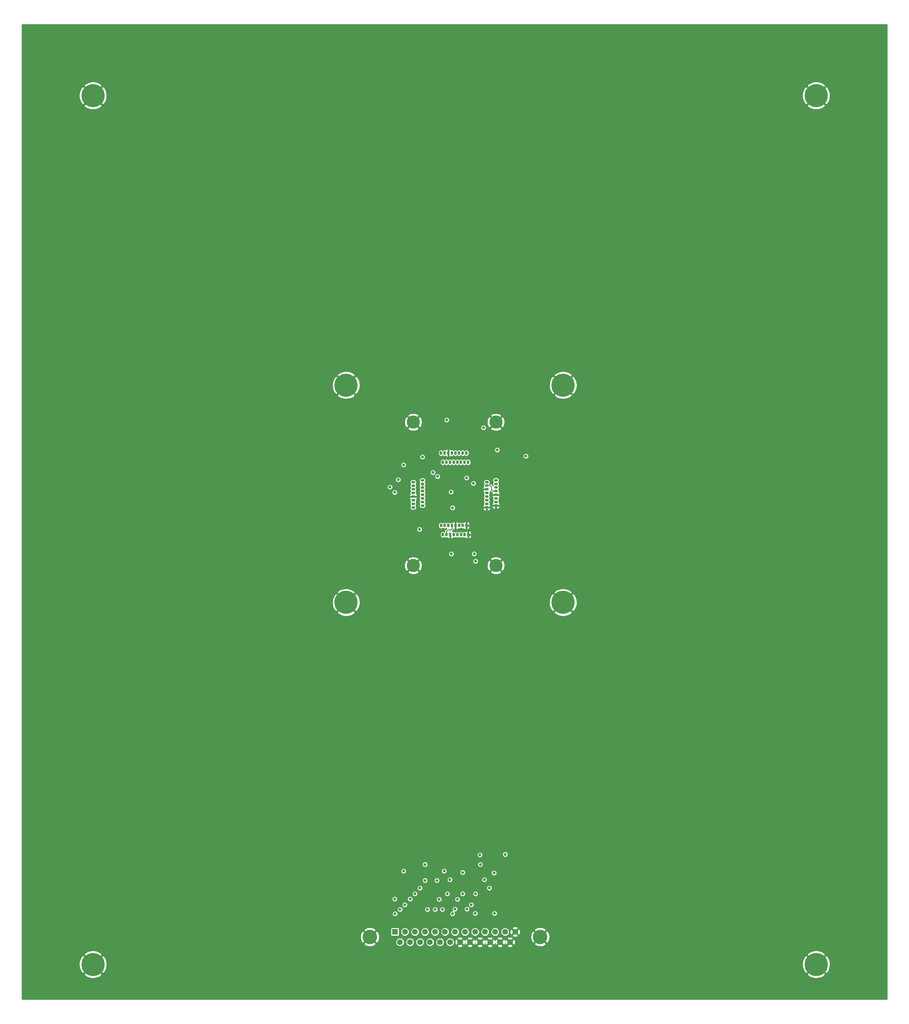
<source format=gbr>
G04 #@! TF.GenerationSoftware,KiCad,Pcbnew,5.1.4-3.fc30*
G04 #@! TF.CreationDate,2019-10-21T10:57:03+02:00*
G04 #@! TF.ProjectId,CarteScreening,43617274-6553-4637-9265-656e696e672e,rev?*
G04 #@! TF.SameCoordinates,Original*
G04 #@! TF.FileFunction,Copper,L1,Top*
G04 #@! TF.FilePolarity,Positive*
%FSLAX46Y46*%
G04 Gerber Fmt 4.6, Leading zero omitted, Abs format (unit mm)*
G04 Created by KiCad (PCBNEW 5.1.4-3.fc30) date 2019-10-21 10:57:03*
%MOMM*%
%LPD*%
G04 APERTURE LIST*
%ADD10C,0.800000*%
%ADD11C,6.400000*%
%ADD12C,4.000000*%
%ADD13C,1.600000*%
%ADD14R,1.600000X1.600000*%
%ADD15O,1.066800X0.685800*%
%ADD16O,0.685800X1.066800*%
%ADD17C,3.632200*%
%ADD18C,0.500000*%
%ADD19C,0.256000*%
%ADD20C,0.254000*%
G04 APERTURE END LIST*
D10*
X121697056Y-108302944D03*
X120000000Y-107600000D03*
X118302944Y-108302944D03*
X117600000Y-110000000D03*
X118302944Y-111697056D03*
X120000000Y-112400000D03*
X121697056Y-111697056D03*
X122400000Y-110000000D03*
D11*
X120000000Y-110000000D03*
D10*
X121697056Y-48302944D03*
X120000000Y-47600000D03*
X118302944Y-48302944D03*
X117600000Y-50000000D03*
X118302944Y-51697056D03*
X120000000Y-52400000D03*
X121697056Y-51697056D03*
X122400000Y-50000000D03*
D11*
X120000000Y-50000000D03*
D10*
X181697056Y-108302944D03*
X180000000Y-107600000D03*
X178302944Y-108302944D03*
X177600000Y-110000000D03*
X178302944Y-111697056D03*
X180000000Y-112400000D03*
X181697056Y-111697056D03*
X182400000Y-110000000D03*
D11*
X180000000Y-110000000D03*
D10*
X181697056Y-48302944D03*
X180000000Y-47600000D03*
X178302944Y-48302944D03*
X177600000Y-50000000D03*
X178302944Y-51697056D03*
X180000000Y-52400000D03*
X181697056Y-51697056D03*
X182400000Y-50000000D03*
D11*
X180000000Y-50000000D03*
D12*
X173670000Y-202420000D03*
X126570000Y-202420000D03*
D13*
X165355000Y-203840000D03*
X162585000Y-203840000D03*
X159815000Y-203840000D03*
X157045000Y-203840000D03*
X154275000Y-203840000D03*
X151505000Y-203840000D03*
X148735000Y-203840000D03*
X145965000Y-203840000D03*
X143195000Y-203840000D03*
X140425000Y-203840000D03*
X137655000Y-203840000D03*
X134885000Y-203840000D03*
X166740000Y-201000000D03*
X163970000Y-201000000D03*
X161200000Y-201000000D03*
X158430000Y-201000000D03*
X155660000Y-201000000D03*
X152890000Y-201000000D03*
X150120000Y-201000000D03*
X147350000Y-201000000D03*
X144580000Y-201000000D03*
X141810000Y-201000000D03*
X139040000Y-201000000D03*
X136270000Y-201000000D03*
D14*
X133500000Y-201000000D03*
D10*
X51697056Y31697056D03*
X50000000Y32400000D03*
X48302944Y31697056D03*
X47600000Y30000000D03*
X48302944Y28302944D03*
X50000000Y27600000D03*
X51697056Y28302944D03*
X52400000Y30000000D03*
D11*
X50000000Y30000000D03*
D10*
X251697056Y31697056D03*
X250000000Y32400000D03*
X248302944Y31697056D03*
X247600000Y30000000D03*
X248302944Y28302944D03*
X250000000Y27600000D03*
X251697056Y28302944D03*
X252400000Y30000000D03*
D11*
X250000000Y30000000D03*
D10*
X251697056Y-208302944D03*
X250000000Y-207600000D03*
X248302944Y-208302944D03*
X247600000Y-210000000D03*
X248302944Y-211697056D03*
X250000000Y-212400000D03*
X251697056Y-211697056D03*
X252400000Y-210000000D03*
D11*
X250000000Y-210000000D03*
D10*
X51697056Y-208302944D03*
X50000000Y-207600000D03*
X48302944Y-208302944D03*
X47600000Y-210000000D03*
X48302944Y-211697056D03*
X50000000Y-212400000D03*
X51697056Y-211697056D03*
X52400000Y-210000000D03*
D11*
X50000000Y-210000000D03*
D15*
X138570000Y-82758440D03*
X141110000Y-81257300D03*
X138570000Y-80756920D03*
X138570000Y-78755400D03*
X141110000Y-78255020D03*
X141110000Y-79255780D03*
X141110000Y-83258820D03*
X141110000Y-80256540D03*
X141110000Y-82258060D03*
X138570000Y-79756160D03*
X141110000Y-77254260D03*
X138570000Y-81757680D03*
X138570000Y-76753880D03*
X138570000Y-77754640D03*
X138570000Y-83759200D03*
X141110000Y-76253500D03*
D16*
X147241560Y-68722400D03*
X148742700Y-71262400D03*
X149243080Y-68722400D03*
X151244600Y-68722400D03*
X151744980Y-71262400D03*
X150744220Y-71262400D03*
X146741180Y-71262400D03*
X149743460Y-71262400D03*
X147741940Y-71262400D03*
X150243840Y-68722400D03*
X152745740Y-71262400D03*
X148242320Y-68722400D03*
X153246120Y-68722400D03*
X152245360Y-68722400D03*
X146240800Y-68722400D03*
X153746500Y-71262400D03*
D15*
X161430000Y-77241560D03*
X158890000Y-78742700D03*
X161430000Y-79243080D03*
X161430000Y-81244600D03*
X158890000Y-81744980D03*
X158890000Y-80744220D03*
X158890000Y-76741180D03*
X158890000Y-79743460D03*
X158890000Y-77741940D03*
X161430000Y-80243840D03*
X158890000Y-82745740D03*
X161430000Y-78242320D03*
X161430000Y-83246120D03*
X161430000Y-82245360D03*
X161430000Y-76240800D03*
X158890000Y-83746500D03*
D16*
X153759200Y-91277600D03*
X153258820Y-88737600D03*
X152758440Y-91277600D03*
X152258060Y-88737600D03*
X151757680Y-91277600D03*
X151257300Y-88737600D03*
X150756920Y-91277600D03*
X150256540Y-88737600D03*
X149756160Y-91277600D03*
X149255780Y-88737600D03*
X148755400Y-91277600D03*
X148255020Y-88737600D03*
X147754640Y-91277600D03*
X147254260Y-88737600D03*
X146753880Y-91277600D03*
X146253500Y-88737600D03*
D17*
X138570000Y-99812000D03*
X161430000Y-99812000D03*
X161430000Y-60188000D03*
X138570000Y-60188000D03*
D10*
X145000000Y-72200000D03*
X143300000Y-75900000D03*
X151500000Y-77000000D03*
X155600000Y-75700000D03*
X139700000Y-84900000D03*
X167000000Y-72600000D03*
X167000000Y-70800000D03*
X167000000Y-74500000D03*
X163800000Y-79400000D03*
X149300000Y-82700000D03*
X137300000Y-80800000D03*
X144400000Y-87600000D03*
X164200000Y-75100000D03*
X165200000Y-73800000D03*
X143200000Y-191900000D03*
X143200000Y-187900000D03*
X145100000Y-188000000D03*
X142600000Y-197000000D03*
X152200000Y-187700000D03*
X147200000Y-179700000D03*
X148900000Y-179700000D03*
X147100000Y-161700000D03*
X149000000Y-161700000D03*
X140300000Y-91900000D03*
X140200000Y-88200000D03*
X156100000Y-95200000D03*
X141700000Y-115800000D03*
X143900000Y-115800000D03*
X139600000Y-115700000D03*
D18*
X151600000Y-112600000D03*
X152800000Y-112600000D03*
X155200000Y-112500000D03*
X156400000Y-112500000D03*
X145900000Y-115800000D03*
X161800000Y-109000000D03*
X161500000Y-182200000D03*
X159900000Y-178600000D03*
X160300000Y-171000000D03*
X160300000Y-124400000D03*
X158200000Y-107000000D03*
X158200000Y-116100000D03*
X158000000Y-124600000D03*
X158300000Y-151500000D03*
X158100000Y-168400000D03*
X158100000Y-174100000D03*
D10*
X143900000Y-122100000D03*
D18*
X144000000Y-138000000D03*
X144000000Y-153100000D03*
X146000000Y-152600000D03*
X146200000Y-137800000D03*
X140000000Y-127100000D03*
X139700000Y-139600000D03*
X139700000Y-153800000D03*
X141800000Y-152400000D03*
X141700000Y-138800000D03*
X142000000Y-126500000D03*
X137000000Y-142000000D03*
X137500000Y-110400000D03*
X134800000Y-110200000D03*
X134700000Y-142200000D03*
D10*
X133400000Y-79600000D03*
X137700000Y-191900000D03*
X133400000Y-191900000D03*
X134900000Y-194800000D03*
X142500000Y-194800000D03*
X164000000Y-179600000D03*
X157000000Y-179700000D03*
X141100000Y-69800000D03*
X160900000Y-184700000D03*
X152200000Y-184600000D03*
X157100000Y-182400000D03*
X141800000Y-182400000D03*
X155700000Y-195900000D03*
X161000000Y-195900000D03*
X135900000Y-72000000D03*
X147100000Y-184200000D03*
X135900000Y-184200000D03*
X139000000Y-190500000D03*
X148000000Y-190500000D03*
X149450000Y-83850000D03*
X169700000Y-69600000D03*
X140400000Y-188900000D03*
X159600000Y-188900000D03*
X140300000Y-89800000D03*
X149000000Y-79500000D03*
X158000000Y-61700000D03*
X161800000Y-67900000D03*
X147800000Y-59600000D03*
X132100000Y-78100000D03*
X134400000Y-76100000D03*
X153300000Y-75600000D03*
X145700000Y-192000000D03*
X150800000Y-192000000D03*
X148700000Y-186600000D03*
X158200000Y-186600000D03*
X149100000Y-96600000D03*
X133500000Y-196000000D03*
X149400000Y-196000000D03*
X155400000Y-96600000D03*
X136200000Y-193500000D03*
X154600000Y-193500000D03*
X144000000Y-74100000D03*
X141800000Y-186800000D03*
X145100000Y-186800000D03*
X145300000Y-75200000D03*
X144600000Y-194800000D03*
X146600000Y-194800000D03*
X155200000Y-77100000D03*
X150100000Y-194700000D03*
X153400000Y-194700000D03*
X155800000Y-98600000D03*
X152200000Y-190500000D03*
X155800000Y-190500000D03*
D19*
X149255780Y-88737600D02*
X149255780Y-89644220D01*
X149255780Y-89644220D02*
X148900000Y-90000000D01*
X148900000Y-90000000D02*
X148000000Y-90000000D01*
X147754640Y-90245360D02*
X147754640Y-91277600D01*
X148000000Y-90000000D02*
X147754640Y-90245360D01*
X141110000Y-78255020D02*
X141110000Y-77254260D01*
X158890000Y-77741940D02*
X159941940Y-77741940D01*
X159941940Y-77741940D02*
X160200000Y-78000000D01*
X160200000Y-78000000D02*
X160200000Y-78900000D01*
X160543080Y-79243080D02*
X161430000Y-79243080D01*
X160200000Y-78900000D02*
X160543080Y-79243080D01*
D20*
G36*
X269598001Y-219598000D02*
G01*
X30402000Y-219598000D01*
X30402000Y-212700881D01*
X47478724Y-212700881D01*
X47838912Y-213190548D01*
X48502882Y-213550849D01*
X49224385Y-213774694D01*
X49975695Y-213853480D01*
X50727938Y-213784178D01*
X51452208Y-213569452D01*
X52120670Y-213217555D01*
X52161088Y-213190548D01*
X52521276Y-212700881D01*
X247478724Y-212700881D01*
X247838912Y-213190548D01*
X248502882Y-213550849D01*
X249224385Y-213774694D01*
X249975695Y-213853480D01*
X250727938Y-213784178D01*
X251452208Y-213569452D01*
X252120670Y-213217555D01*
X252161088Y-213190548D01*
X252521276Y-212700881D01*
X250000000Y-210179605D01*
X247478724Y-212700881D01*
X52521276Y-212700881D01*
X50000000Y-210179605D01*
X47478724Y-212700881D01*
X30402000Y-212700881D01*
X30402000Y-209975695D01*
X46146520Y-209975695D01*
X46215822Y-210727938D01*
X46430548Y-211452208D01*
X46782445Y-212120670D01*
X46809452Y-212161088D01*
X47299119Y-212521276D01*
X49820395Y-210000000D01*
X50179605Y-210000000D01*
X52700881Y-212521276D01*
X53190548Y-212161088D01*
X53550849Y-211497118D01*
X53774694Y-210775615D01*
X53853480Y-210024305D01*
X53849002Y-209975695D01*
X246146520Y-209975695D01*
X246215822Y-210727938D01*
X246430548Y-211452208D01*
X246782445Y-212120670D01*
X246809452Y-212161088D01*
X247299119Y-212521276D01*
X249820395Y-210000000D01*
X250179605Y-210000000D01*
X252700881Y-212521276D01*
X253190548Y-212161088D01*
X253550849Y-211497118D01*
X253774694Y-210775615D01*
X253853480Y-210024305D01*
X253784178Y-209272062D01*
X253569452Y-208547792D01*
X253217555Y-207879330D01*
X253190548Y-207838912D01*
X252700881Y-207478724D01*
X250179605Y-210000000D01*
X249820395Y-210000000D01*
X247299119Y-207478724D01*
X246809452Y-207838912D01*
X246449151Y-208502882D01*
X246225306Y-209224385D01*
X246146520Y-209975695D01*
X53849002Y-209975695D01*
X53784178Y-209272062D01*
X53569452Y-208547792D01*
X53217555Y-207879330D01*
X53190548Y-207838912D01*
X52700881Y-207478724D01*
X50179605Y-210000000D01*
X49820395Y-210000000D01*
X47299119Y-207478724D01*
X46809452Y-207838912D01*
X46449151Y-208502882D01*
X46225306Y-209224385D01*
X46146520Y-209975695D01*
X30402000Y-209975695D01*
X30402000Y-207299119D01*
X47478724Y-207299119D01*
X50000000Y-209820395D01*
X52521276Y-207299119D01*
X247478724Y-207299119D01*
X250000000Y-209820395D01*
X252521276Y-207299119D01*
X252161088Y-206809452D01*
X251497118Y-206449151D01*
X250775615Y-206225306D01*
X250024305Y-206146520D01*
X249272062Y-206215822D01*
X248547792Y-206430548D01*
X247879330Y-206782445D01*
X247838912Y-206809452D01*
X247478724Y-207299119D01*
X52521276Y-207299119D01*
X52161088Y-206809452D01*
X51497118Y-206449151D01*
X50775615Y-206225306D01*
X50024305Y-206146520D01*
X49272062Y-206215822D01*
X48547792Y-206430548D01*
X47879330Y-206782445D01*
X47838912Y-206809452D01*
X47478724Y-207299119D01*
X30402000Y-207299119D01*
X30402000Y-204267499D01*
X124902106Y-204267499D01*
X125118228Y-204634258D01*
X125578105Y-204874938D01*
X126076098Y-205021275D01*
X126593071Y-205067648D01*
X127109159Y-205012273D01*
X127604526Y-204857279D01*
X128021772Y-204634258D01*
X128237894Y-204267499D01*
X126570000Y-202599605D01*
X124902106Y-204267499D01*
X30402000Y-204267499D01*
X30402000Y-202443071D01*
X123922352Y-202443071D01*
X123977727Y-202959159D01*
X124132721Y-203454526D01*
X124355742Y-203871772D01*
X124722501Y-204087894D01*
X126390395Y-202420000D01*
X126749605Y-202420000D01*
X128417499Y-204087894D01*
X128784258Y-203871772D01*
X128861555Y-203724076D01*
X133708000Y-203724076D01*
X133708000Y-203955924D01*
X133753231Y-204183318D01*
X133841956Y-204397519D01*
X133970764Y-204590294D01*
X134134706Y-204754236D01*
X134327481Y-204883044D01*
X134541682Y-204971769D01*
X134769076Y-205017000D01*
X135000924Y-205017000D01*
X135228318Y-204971769D01*
X135442519Y-204883044D01*
X135635294Y-204754236D01*
X135799236Y-204590294D01*
X135928044Y-204397519D01*
X136016769Y-204183318D01*
X136062000Y-203955924D01*
X136062000Y-203724076D01*
X136478000Y-203724076D01*
X136478000Y-203955924D01*
X136523231Y-204183318D01*
X136611956Y-204397519D01*
X136740764Y-204590294D01*
X136904706Y-204754236D01*
X137097481Y-204883044D01*
X137311682Y-204971769D01*
X137539076Y-205017000D01*
X137770924Y-205017000D01*
X137998318Y-204971769D01*
X138212519Y-204883044D01*
X138405294Y-204754236D01*
X138569236Y-204590294D01*
X138698044Y-204397519D01*
X138786769Y-204183318D01*
X138832000Y-203955924D01*
X138832000Y-203724076D01*
X139248000Y-203724076D01*
X139248000Y-203955924D01*
X139293231Y-204183318D01*
X139381956Y-204397519D01*
X139510764Y-204590294D01*
X139674706Y-204754236D01*
X139867481Y-204883044D01*
X140081682Y-204971769D01*
X140309076Y-205017000D01*
X140540924Y-205017000D01*
X140768318Y-204971769D01*
X140982519Y-204883044D01*
X141175294Y-204754236D01*
X141339236Y-204590294D01*
X141468044Y-204397519D01*
X141556769Y-204183318D01*
X141602000Y-203955924D01*
X141602000Y-203724076D01*
X142018000Y-203724076D01*
X142018000Y-203955924D01*
X142063231Y-204183318D01*
X142151956Y-204397519D01*
X142280764Y-204590294D01*
X142444706Y-204754236D01*
X142637481Y-204883044D01*
X142851682Y-204971769D01*
X143079076Y-205017000D01*
X143310924Y-205017000D01*
X143538318Y-204971769D01*
X143752519Y-204883044D01*
X143945294Y-204754236D01*
X144109236Y-204590294D01*
X144238044Y-204397519D01*
X144326769Y-204183318D01*
X144372000Y-203955924D01*
X144372000Y-203724076D01*
X144788000Y-203724076D01*
X144788000Y-203955924D01*
X144833231Y-204183318D01*
X144921956Y-204397519D01*
X145050764Y-204590294D01*
X145214706Y-204754236D01*
X145407481Y-204883044D01*
X145621682Y-204971769D01*
X145849076Y-205017000D01*
X146080924Y-205017000D01*
X146308318Y-204971769D01*
X146522519Y-204883044D01*
X146715294Y-204754236D01*
X146879236Y-204590294D01*
X147008044Y-204397519D01*
X147096769Y-204183318D01*
X147142000Y-203955924D01*
X147142000Y-203724076D01*
X147558000Y-203724076D01*
X147558000Y-203955924D01*
X147603231Y-204183318D01*
X147691956Y-204397519D01*
X147820764Y-204590294D01*
X147984706Y-204754236D01*
X148177481Y-204883044D01*
X148391682Y-204971769D01*
X148619076Y-205017000D01*
X148850924Y-205017000D01*
X149078318Y-204971769D01*
X149292519Y-204883044D01*
X149367861Y-204832702D01*
X150691903Y-204832702D01*
X150763486Y-205076671D01*
X151018996Y-205197571D01*
X151293184Y-205266300D01*
X151575512Y-205280217D01*
X151855130Y-205238787D01*
X152121292Y-205143603D01*
X152246514Y-205076671D01*
X152318097Y-204832702D01*
X153461903Y-204832702D01*
X153533486Y-205076671D01*
X153788996Y-205197571D01*
X154063184Y-205266300D01*
X154345512Y-205280217D01*
X154625130Y-205238787D01*
X154891292Y-205143603D01*
X155016514Y-205076671D01*
X155088097Y-204832702D01*
X156231903Y-204832702D01*
X156303486Y-205076671D01*
X156558996Y-205197571D01*
X156833184Y-205266300D01*
X157115512Y-205280217D01*
X157395130Y-205238787D01*
X157661292Y-205143603D01*
X157786514Y-205076671D01*
X157858097Y-204832702D01*
X159001903Y-204832702D01*
X159073486Y-205076671D01*
X159328996Y-205197571D01*
X159603184Y-205266300D01*
X159885512Y-205280217D01*
X160165130Y-205238787D01*
X160431292Y-205143603D01*
X160556514Y-205076671D01*
X160628097Y-204832702D01*
X161771903Y-204832702D01*
X161843486Y-205076671D01*
X162098996Y-205197571D01*
X162373184Y-205266300D01*
X162655512Y-205280217D01*
X162935130Y-205238787D01*
X163201292Y-205143603D01*
X163326514Y-205076671D01*
X163398097Y-204832702D01*
X164541903Y-204832702D01*
X164613486Y-205076671D01*
X164868996Y-205197571D01*
X165143184Y-205266300D01*
X165425512Y-205280217D01*
X165705130Y-205238787D01*
X165971292Y-205143603D01*
X166096514Y-205076671D01*
X166168097Y-204832702D01*
X165355000Y-204019605D01*
X164541903Y-204832702D01*
X163398097Y-204832702D01*
X162585000Y-204019605D01*
X161771903Y-204832702D01*
X160628097Y-204832702D01*
X159815000Y-204019605D01*
X159001903Y-204832702D01*
X157858097Y-204832702D01*
X157045000Y-204019605D01*
X156231903Y-204832702D01*
X155088097Y-204832702D01*
X154275000Y-204019605D01*
X153461903Y-204832702D01*
X152318097Y-204832702D01*
X151505000Y-204019605D01*
X150691903Y-204832702D01*
X149367861Y-204832702D01*
X149485294Y-204754236D01*
X149649236Y-204590294D01*
X149778044Y-204397519D01*
X149866769Y-204183318D01*
X149912000Y-203955924D01*
X149912000Y-203910512D01*
X150064783Y-203910512D01*
X150106213Y-204190130D01*
X150201397Y-204456292D01*
X150268329Y-204581514D01*
X150512298Y-204653097D01*
X151325395Y-203840000D01*
X151684605Y-203840000D01*
X152497702Y-204653097D01*
X152741671Y-204581514D01*
X152862571Y-204326004D01*
X152888216Y-204223695D01*
X152971397Y-204456292D01*
X153038329Y-204581514D01*
X153282298Y-204653097D01*
X154095395Y-203840000D01*
X154454605Y-203840000D01*
X155267702Y-204653097D01*
X155511671Y-204581514D01*
X155632571Y-204326004D01*
X155658216Y-204223695D01*
X155741397Y-204456292D01*
X155808329Y-204581514D01*
X156052298Y-204653097D01*
X156865395Y-203840000D01*
X157224605Y-203840000D01*
X158037702Y-204653097D01*
X158281671Y-204581514D01*
X158402571Y-204326004D01*
X158428216Y-204223695D01*
X158511397Y-204456292D01*
X158578329Y-204581514D01*
X158822298Y-204653097D01*
X159635395Y-203840000D01*
X159994605Y-203840000D01*
X160807702Y-204653097D01*
X161051671Y-204581514D01*
X161172571Y-204326004D01*
X161198216Y-204223695D01*
X161281397Y-204456292D01*
X161348329Y-204581514D01*
X161592298Y-204653097D01*
X162405395Y-203840000D01*
X162764605Y-203840000D01*
X163577702Y-204653097D01*
X163821671Y-204581514D01*
X163942571Y-204326004D01*
X163968216Y-204223695D01*
X164051397Y-204456292D01*
X164118329Y-204581514D01*
X164362298Y-204653097D01*
X165175395Y-203840000D01*
X165534605Y-203840000D01*
X166347702Y-204653097D01*
X166591671Y-204581514D01*
X166712571Y-204326004D01*
X166727236Y-204267499D01*
X172002106Y-204267499D01*
X172218228Y-204634258D01*
X172678105Y-204874938D01*
X173176098Y-205021275D01*
X173693071Y-205067648D01*
X174209159Y-205012273D01*
X174704526Y-204857279D01*
X175121772Y-204634258D01*
X175337894Y-204267499D01*
X173670000Y-202599605D01*
X172002106Y-204267499D01*
X166727236Y-204267499D01*
X166781300Y-204051816D01*
X166795217Y-203769488D01*
X166753787Y-203489870D01*
X166658603Y-203223708D01*
X166591671Y-203098486D01*
X166347702Y-203026903D01*
X165534605Y-203840000D01*
X165175395Y-203840000D01*
X164362298Y-203026903D01*
X164118329Y-203098486D01*
X163997429Y-203353996D01*
X163971784Y-203456305D01*
X163888603Y-203223708D01*
X163821671Y-203098486D01*
X163577702Y-203026903D01*
X162764605Y-203840000D01*
X162405395Y-203840000D01*
X161592298Y-203026903D01*
X161348329Y-203098486D01*
X161227429Y-203353996D01*
X161201784Y-203456305D01*
X161118603Y-203223708D01*
X161051671Y-203098486D01*
X160807702Y-203026903D01*
X159994605Y-203840000D01*
X159635395Y-203840000D01*
X158822298Y-203026903D01*
X158578329Y-203098486D01*
X158457429Y-203353996D01*
X158431784Y-203456305D01*
X158348603Y-203223708D01*
X158281671Y-203098486D01*
X158037702Y-203026903D01*
X157224605Y-203840000D01*
X156865395Y-203840000D01*
X156052298Y-203026903D01*
X155808329Y-203098486D01*
X155687429Y-203353996D01*
X155661784Y-203456305D01*
X155578603Y-203223708D01*
X155511671Y-203098486D01*
X155267702Y-203026903D01*
X154454605Y-203840000D01*
X154095395Y-203840000D01*
X153282298Y-203026903D01*
X153038329Y-203098486D01*
X152917429Y-203353996D01*
X152891784Y-203456305D01*
X152808603Y-203223708D01*
X152741671Y-203098486D01*
X152497702Y-203026903D01*
X151684605Y-203840000D01*
X151325395Y-203840000D01*
X150512298Y-203026903D01*
X150268329Y-203098486D01*
X150147429Y-203353996D01*
X150078700Y-203628184D01*
X150064783Y-203910512D01*
X149912000Y-203910512D01*
X149912000Y-203724076D01*
X149866769Y-203496682D01*
X149778044Y-203282481D01*
X149649236Y-203089706D01*
X149485294Y-202925764D01*
X149367862Y-202847298D01*
X150691903Y-202847298D01*
X151505000Y-203660395D01*
X152318097Y-202847298D01*
X153461903Y-202847298D01*
X154275000Y-203660395D01*
X155088097Y-202847298D01*
X156231903Y-202847298D01*
X157045000Y-203660395D01*
X157858097Y-202847298D01*
X159001903Y-202847298D01*
X159815000Y-203660395D01*
X160628097Y-202847298D01*
X161771903Y-202847298D01*
X162585000Y-203660395D01*
X163398097Y-202847298D01*
X164541903Y-202847298D01*
X165355000Y-203660395D01*
X166168097Y-202847298D01*
X166096514Y-202603329D01*
X165841004Y-202482429D01*
X165683989Y-202443071D01*
X171022352Y-202443071D01*
X171077727Y-202959159D01*
X171232721Y-203454526D01*
X171455742Y-203871772D01*
X171822501Y-204087894D01*
X173490395Y-202420000D01*
X173849605Y-202420000D01*
X175517499Y-204087894D01*
X175884258Y-203871772D01*
X176124938Y-203411895D01*
X176271275Y-202913902D01*
X176317648Y-202396929D01*
X176262273Y-201880841D01*
X176107279Y-201385474D01*
X175884258Y-200968228D01*
X175517499Y-200752106D01*
X173849605Y-202420000D01*
X173490395Y-202420000D01*
X171822501Y-200752106D01*
X171455742Y-200968228D01*
X171215062Y-201428105D01*
X171068725Y-201926098D01*
X171022352Y-202443071D01*
X165683989Y-202443071D01*
X165566816Y-202413700D01*
X165284488Y-202399783D01*
X165004870Y-202441213D01*
X164738708Y-202536397D01*
X164613486Y-202603329D01*
X164541903Y-202847298D01*
X163398097Y-202847298D01*
X163326514Y-202603329D01*
X163071004Y-202482429D01*
X162796816Y-202413700D01*
X162514488Y-202399783D01*
X162234870Y-202441213D01*
X161968708Y-202536397D01*
X161843486Y-202603329D01*
X161771903Y-202847298D01*
X160628097Y-202847298D01*
X160556514Y-202603329D01*
X160301004Y-202482429D01*
X160026816Y-202413700D01*
X159744488Y-202399783D01*
X159464870Y-202441213D01*
X159198708Y-202536397D01*
X159073486Y-202603329D01*
X159001903Y-202847298D01*
X157858097Y-202847298D01*
X157786514Y-202603329D01*
X157531004Y-202482429D01*
X157256816Y-202413700D01*
X156974488Y-202399783D01*
X156694870Y-202441213D01*
X156428708Y-202536397D01*
X156303486Y-202603329D01*
X156231903Y-202847298D01*
X155088097Y-202847298D01*
X155016514Y-202603329D01*
X154761004Y-202482429D01*
X154486816Y-202413700D01*
X154204488Y-202399783D01*
X153924870Y-202441213D01*
X153658708Y-202536397D01*
X153533486Y-202603329D01*
X153461903Y-202847298D01*
X152318097Y-202847298D01*
X152246514Y-202603329D01*
X151991004Y-202482429D01*
X151716816Y-202413700D01*
X151434488Y-202399783D01*
X151154870Y-202441213D01*
X150888708Y-202536397D01*
X150763486Y-202603329D01*
X150691903Y-202847298D01*
X149367862Y-202847298D01*
X149292519Y-202796956D01*
X149078318Y-202708231D01*
X148850924Y-202663000D01*
X148619076Y-202663000D01*
X148391682Y-202708231D01*
X148177481Y-202796956D01*
X147984706Y-202925764D01*
X147820764Y-203089706D01*
X147691956Y-203282481D01*
X147603231Y-203496682D01*
X147558000Y-203724076D01*
X147142000Y-203724076D01*
X147096769Y-203496682D01*
X147008044Y-203282481D01*
X146879236Y-203089706D01*
X146715294Y-202925764D01*
X146522519Y-202796956D01*
X146308318Y-202708231D01*
X146080924Y-202663000D01*
X145849076Y-202663000D01*
X145621682Y-202708231D01*
X145407481Y-202796956D01*
X145214706Y-202925764D01*
X145050764Y-203089706D01*
X144921956Y-203282481D01*
X144833231Y-203496682D01*
X144788000Y-203724076D01*
X144372000Y-203724076D01*
X144326769Y-203496682D01*
X144238044Y-203282481D01*
X144109236Y-203089706D01*
X143945294Y-202925764D01*
X143752519Y-202796956D01*
X143538318Y-202708231D01*
X143310924Y-202663000D01*
X143079076Y-202663000D01*
X142851682Y-202708231D01*
X142637481Y-202796956D01*
X142444706Y-202925764D01*
X142280764Y-203089706D01*
X142151956Y-203282481D01*
X142063231Y-203496682D01*
X142018000Y-203724076D01*
X141602000Y-203724076D01*
X141556769Y-203496682D01*
X141468044Y-203282481D01*
X141339236Y-203089706D01*
X141175294Y-202925764D01*
X140982519Y-202796956D01*
X140768318Y-202708231D01*
X140540924Y-202663000D01*
X140309076Y-202663000D01*
X140081682Y-202708231D01*
X139867481Y-202796956D01*
X139674706Y-202925764D01*
X139510764Y-203089706D01*
X139381956Y-203282481D01*
X139293231Y-203496682D01*
X139248000Y-203724076D01*
X138832000Y-203724076D01*
X138786769Y-203496682D01*
X138698044Y-203282481D01*
X138569236Y-203089706D01*
X138405294Y-202925764D01*
X138212519Y-202796956D01*
X137998318Y-202708231D01*
X137770924Y-202663000D01*
X137539076Y-202663000D01*
X137311682Y-202708231D01*
X137097481Y-202796956D01*
X136904706Y-202925764D01*
X136740764Y-203089706D01*
X136611956Y-203282481D01*
X136523231Y-203496682D01*
X136478000Y-203724076D01*
X136062000Y-203724076D01*
X136016769Y-203496682D01*
X135928044Y-203282481D01*
X135799236Y-203089706D01*
X135635294Y-202925764D01*
X135442519Y-202796956D01*
X135228318Y-202708231D01*
X135000924Y-202663000D01*
X134769076Y-202663000D01*
X134541682Y-202708231D01*
X134327481Y-202796956D01*
X134134706Y-202925764D01*
X133970764Y-203089706D01*
X133841956Y-203282481D01*
X133753231Y-203496682D01*
X133708000Y-203724076D01*
X128861555Y-203724076D01*
X129024938Y-203411895D01*
X129171275Y-202913902D01*
X129217648Y-202396929D01*
X129162273Y-201880841D01*
X129007279Y-201385474D01*
X128784258Y-200968228D01*
X128417499Y-200752106D01*
X126749605Y-202420000D01*
X126390395Y-202420000D01*
X124722501Y-200752106D01*
X124355742Y-200968228D01*
X124115062Y-201428105D01*
X123968725Y-201926098D01*
X123922352Y-202443071D01*
X30402000Y-202443071D01*
X30402000Y-200572501D01*
X124902106Y-200572501D01*
X126570000Y-202240395D01*
X128237894Y-200572501D01*
X128021772Y-200205742D01*
X128010801Y-200200000D01*
X132321176Y-200200000D01*
X132321176Y-201800000D01*
X132328455Y-201873905D01*
X132350012Y-201944970D01*
X132385019Y-202010463D01*
X132432131Y-202067869D01*
X132489537Y-202114981D01*
X132555030Y-202149988D01*
X132626095Y-202171545D01*
X132700000Y-202178824D01*
X134300000Y-202178824D01*
X134373905Y-202171545D01*
X134444970Y-202149988D01*
X134510463Y-202114981D01*
X134567869Y-202067869D01*
X134614981Y-202010463D01*
X134649988Y-201944970D01*
X134671545Y-201873905D01*
X134678824Y-201800000D01*
X134678824Y-200884076D01*
X135093000Y-200884076D01*
X135093000Y-201115924D01*
X135138231Y-201343318D01*
X135226956Y-201557519D01*
X135355764Y-201750294D01*
X135519706Y-201914236D01*
X135712481Y-202043044D01*
X135926682Y-202131769D01*
X136154076Y-202177000D01*
X136385924Y-202177000D01*
X136613318Y-202131769D01*
X136827519Y-202043044D01*
X137020294Y-201914236D01*
X137184236Y-201750294D01*
X137313044Y-201557519D01*
X137401769Y-201343318D01*
X137447000Y-201115924D01*
X137447000Y-200884076D01*
X137863000Y-200884076D01*
X137863000Y-201115924D01*
X137908231Y-201343318D01*
X137996956Y-201557519D01*
X138125764Y-201750294D01*
X138289706Y-201914236D01*
X138482481Y-202043044D01*
X138696682Y-202131769D01*
X138924076Y-202177000D01*
X139155924Y-202177000D01*
X139383318Y-202131769D01*
X139597519Y-202043044D01*
X139790294Y-201914236D01*
X139954236Y-201750294D01*
X140083044Y-201557519D01*
X140171769Y-201343318D01*
X140217000Y-201115924D01*
X140217000Y-200884076D01*
X140633000Y-200884076D01*
X140633000Y-201115924D01*
X140678231Y-201343318D01*
X140766956Y-201557519D01*
X140895764Y-201750294D01*
X141059706Y-201914236D01*
X141252481Y-202043044D01*
X141466682Y-202131769D01*
X141694076Y-202177000D01*
X141925924Y-202177000D01*
X142153318Y-202131769D01*
X142367519Y-202043044D01*
X142560294Y-201914236D01*
X142724236Y-201750294D01*
X142853044Y-201557519D01*
X142941769Y-201343318D01*
X142987000Y-201115924D01*
X142987000Y-200884076D01*
X143403000Y-200884076D01*
X143403000Y-201115924D01*
X143448231Y-201343318D01*
X143536956Y-201557519D01*
X143665764Y-201750294D01*
X143829706Y-201914236D01*
X144022481Y-202043044D01*
X144236682Y-202131769D01*
X144464076Y-202177000D01*
X144695924Y-202177000D01*
X144923318Y-202131769D01*
X145137519Y-202043044D01*
X145330294Y-201914236D01*
X145494236Y-201750294D01*
X145623044Y-201557519D01*
X145711769Y-201343318D01*
X145757000Y-201115924D01*
X145757000Y-200884076D01*
X146173000Y-200884076D01*
X146173000Y-201115924D01*
X146218231Y-201343318D01*
X146306956Y-201557519D01*
X146435764Y-201750294D01*
X146599706Y-201914236D01*
X146792481Y-202043044D01*
X147006682Y-202131769D01*
X147234076Y-202177000D01*
X147465924Y-202177000D01*
X147693318Y-202131769D01*
X147907519Y-202043044D01*
X148100294Y-201914236D01*
X148264236Y-201750294D01*
X148393044Y-201557519D01*
X148481769Y-201343318D01*
X148527000Y-201115924D01*
X148527000Y-200884076D01*
X148943000Y-200884076D01*
X148943000Y-201115924D01*
X148988231Y-201343318D01*
X149076956Y-201557519D01*
X149205764Y-201750294D01*
X149369706Y-201914236D01*
X149562481Y-202043044D01*
X149776682Y-202131769D01*
X150004076Y-202177000D01*
X150235924Y-202177000D01*
X150463318Y-202131769D01*
X150677519Y-202043044D01*
X150870294Y-201914236D01*
X151034236Y-201750294D01*
X151163044Y-201557519D01*
X151251769Y-201343318D01*
X151297000Y-201115924D01*
X151297000Y-200884076D01*
X151713000Y-200884076D01*
X151713000Y-201115924D01*
X151758231Y-201343318D01*
X151846956Y-201557519D01*
X151975764Y-201750294D01*
X152139706Y-201914236D01*
X152332481Y-202043044D01*
X152546682Y-202131769D01*
X152774076Y-202177000D01*
X153005924Y-202177000D01*
X153233318Y-202131769D01*
X153447519Y-202043044D01*
X153640294Y-201914236D01*
X153804236Y-201750294D01*
X153933044Y-201557519D01*
X154021769Y-201343318D01*
X154067000Y-201115924D01*
X154067000Y-200884076D01*
X154483000Y-200884076D01*
X154483000Y-201115924D01*
X154528231Y-201343318D01*
X154616956Y-201557519D01*
X154745764Y-201750294D01*
X154909706Y-201914236D01*
X155102481Y-202043044D01*
X155316682Y-202131769D01*
X155544076Y-202177000D01*
X155775924Y-202177000D01*
X156003318Y-202131769D01*
X156217519Y-202043044D01*
X156410294Y-201914236D01*
X156574236Y-201750294D01*
X156703044Y-201557519D01*
X156791769Y-201343318D01*
X156837000Y-201115924D01*
X156837000Y-200884076D01*
X157253000Y-200884076D01*
X157253000Y-201115924D01*
X157298231Y-201343318D01*
X157386956Y-201557519D01*
X157515764Y-201750294D01*
X157679706Y-201914236D01*
X157872481Y-202043044D01*
X158086682Y-202131769D01*
X158314076Y-202177000D01*
X158545924Y-202177000D01*
X158773318Y-202131769D01*
X158987519Y-202043044D01*
X159180294Y-201914236D01*
X159344236Y-201750294D01*
X159473044Y-201557519D01*
X159561769Y-201343318D01*
X159607000Y-201115924D01*
X159607000Y-200884076D01*
X160023000Y-200884076D01*
X160023000Y-201115924D01*
X160068231Y-201343318D01*
X160156956Y-201557519D01*
X160285764Y-201750294D01*
X160449706Y-201914236D01*
X160642481Y-202043044D01*
X160856682Y-202131769D01*
X161084076Y-202177000D01*
X161315924Y-202177000D01*
X161543318Y-202131769D01*
X161757519Y-202043044D01*
X161950294Y-201914236D01*
X162114236Y-201750294D01*
X162243044Y-201557519D01*
X162331769Y-201343318D01*
X162377000Y-201115924D01*
X162377000Y-200884076D01*
X162793000Y-200884076D01*
X162793000Y-201115924D01*
X162838231Y-201343318D01*
X162926956Y-201557519D01*
X163055764Y-201750294D01*
X163219706Y-201914236D01*
X163412481Y-202043044D01*
X163626682Y-202131769D01*
X163854076Y-202177000D01*
X164085924Y-202177000D01*
X164313318Y-202131769D01*
X164527519Y-202043044D01*
X164602861Y-201992702D01*
X165926903Y-201992702D01*
X165998486Y-202236671D01*
X166253996Y-202357571D01*
X166528184Y-202426300D01*
X166810512Y-202440217D01*
X167090130Y-202398787D01*
X167356292Y-202303603D01*
X167481514Y-202236671D01*
X167553097Y-201992702D01*
X166740000Y-201179605D01*
X165926903Y-201992702D01*
X164602861Y-201992702D01*
X164720294Y-201914236D01*
X164884236Y-201750294D01*
X165013044Y-201557519D01*
X165101769Y-201343318D01*
X165147000Y-201115924D01*
X165147000Y-201070512D01*
X165299783Y-201070512D01*
X165341213Y-201350130D01*
X165436397Y-201616292D01*
X165503329Y-201741514D01*
X165747298Y-201813097D01*
X166560395Y-201000000D01*
X166919605Y-201000000D01*
X167732702Y-201813097D01*
X167976671Y-201741514D01*
X168097571Y-201486004D01*
X168166300Y-201211816D01*
X168180217Y-200929488D01*
X168138787Y-200649870D01*
X168111119Y-200572501D01*
X172002106Y-200572501D01*
X173670000Y-202240395D01*
X175337894Y-200572501D01*
X175121772Y-200205742D01*
X174661895Y-199965062D01*
X174163902Y-199818725D01*
X173646929Y-199772352D01*
X173130841Y-199827727D01*
X172635474Y-199982721D01*
X172218228Y-200205742D01*
X172002106Y-200572501D01*
X168111119Y-200572501D01*
X168043603Y-200383708D01*
X167976671Y-200258486D01*
X167732702Y-200186903D01*
X166919605Y-201000000D01*
X166560395Y-201000000D01*
X165747298Y-200186903D01*
X165503329Y-200258486D01*
X165382429Y-200513996D01*
X165313700Y-200788184D01*
X165299783Y-201070512D01*
X165147000Y-201070512D01*
X165147000Y-200884076D01*
X165101769Y-200656682D01*
X165013044Y-200442481D01*
X164884236Y-200249706D01*
X164720294Y-200085764D01*
X164602862Y-200007298D01*
X165926903Y-200007298D01*
X166740000Y-200820395D01*
X167553097Y-200007298D01*
X167481514Y-199763329D01*
X167226004Y-199642429D01*
X166951816Y-199573700D01*
X166669488Y-199559783D01*
X166389870Y-199601213D01*
X166123708Y-199696397D01*
X165998486Y-199763329D01*
X165926903Y-200007298D01*
X164602862Y-200007298D01*
X164527519Y-199956956D01*
X164313318Y-199868231D01*
X164085924Y-199823000D01*
X163854076Y-199823000D01*
X163626682Y-199868231D01*
X163412481Y-199956956D01*
X163219706Y-200085764D01*
X163055764Y-200249706D01*
X162926956Y-200442481D01*
X162838231Y-200656682D01*
X162793000Y-200884076D01*
X162377000Y-200884076D01*
X162331769Y-200656682D01*
X162243044Y-200442481D01*
X162114236Y-200249706D01*
X161950294Y-200085764D01*
X161757519Y-199956956D01*
X161543318Y-199868231D01*
X161315924Y-199823000D01*
X161084076Y-199823000D01*
X160856682Y-199868231D01*
X160642481Y-199956956D01*
X160449706Y-200085764D01*
X160285764Y-200249706D01*
X160156956Y-200442481D01*
X160068231Y-200656682D01*
X160023000Y-200884076D01*
X159607000Y-200884076D01*
X159561769Y-200656682D01*
X159473044Y-200442481D01*
X159344236Y-200249706D01*
X159180294Y-200085764D01*
X158987519Y-199956956D01*
X158773318Y-199868231D01*
X158545924Y-199823000D01*
X158314076Y-199823000D01*
X158086682Y-199868231D01*
X157872481Y-199956956D01*
X157679706Y-200085764D01*
X157515764Y-200249706D01*
X157386956Y-200442481D01*
X157298231Y-200656682D01*
X157253000Y-200884076D01*
X156837000Y-200884076D01*
X156791769Y-200656682D01*
X156703044Y-200442481D01*
X156574236Y-200249706D01*
X156410294Y-200085764D01*
X156217519Y-199956956D01*
X156003318Y-199868231D01*
X155775924Y-199823000D01*
X155544076Y-199823000D01*
X155316682Y-199868231D01*
X155102481Y-199956956D01*
X154909706Y-200085764D01*
X154745764Y-200249706D01*
X154616956Y-200442481D01*
X154528231Y-200656682D01*
X154483000Y-200884076D01*
X154067000Y-200884076D01*
X154021769Y-200656682D01*
X153933044Y-200442481D01*
X153804236Y-200249706D01*
X153640294Y-200085764D01*
X153447519Y-199956956D01*
X153233318Y-199868231D01*
X153005924Y-199823000D01*
X152774076Y-199823000D01*
X152546682Y-199868231D01*
X152332481Y-199956956D01*
X152139706Y-200085764D01*
X151975764Y-200249706D01*
X151846956Y-200442481D01*
X151758231Y-200656682D01*
X151713000Y-200884076D01*
X151297000Y-200884076D01*
X151251769Y-200656682D01*
X151163044Y-200442481D01*
X151034236Y-200249706D01*
X150870294Y-200085764D01*
X150677519Y-199956956D01*
X150463318Y-199868231D01*
X150235924Y-199823000D01*
X150004076Y-199823000D01*
X149776682Y-199868231D01*
X149562481Y-199956956D01*
X149369706Y-200085764D01*
X149205764Y-200249706D01*
X149076956Y-200442481D01*
X148988231Y-200656682D01*
X148943000Y-200884076D01*
X148527000Y-200884076D01*
X148481769Y-200656682D01*
X148393044Y-200442481D01*
X148264236Y-200249706D01*
X148100294Y-200085764D01*
X147907519Y-199956956D01*
X147693318Y-199868231D01*
X147465924Y-199823000D01*
X147234076Y-199823000D01*
X147006682Y-199868231D01*
X146792481Y-199956956D01*
X146599706Y-200085764D01*
X146435764Y-200249706D01*
X146306956Y-200442481D01*
X146218231Y-200656682D01*
X146173000Y-200884076D01*
X145757000Y-200884076D01*
X145711769Y-200656682D01*
X145623044Y-200442481D01*
X145494236Y-200249706D01*
X145330294Y-200085764D01*
X145137519Y-199956956D01*
X144923318Y-199868231D01*
X144695924Y-199823000D01*
X144464076Y-199823000D01*
X144236682Y-199868231D01*
X144022481Y-199956956D01*
X143829706Y-200085764D01*
X143665764Y-200249706D01*
X143536956Y-200442481D01*
X143448231Y-200656682D01*
X143403000Y-200884076D01*
X142987000Y-200884076D01*
X142941769Y-200656682D01*
X142853044Y-200442481D01*
X142724236Y-200249706D01*
X142560294Y-200085764D01*
X142367519Y-199956956D01*
X142153318Y-199868231D01*
X141925924Y-199823000D01*
X141694076Y-199823000D01*
X141466682Y-199868231D01*
X141252481Y-199956956D01*
X141059706Y-200085764D01*
X140895764Y-200249706D01*
X140766956Y-200442481D01*
X140678231Y-200656682D01*
X140633000Y-200884076D01*
X140217000Y-200884076D01*
X140171769Y-200656682D01*
X140083044Y-200442481D01*
X139954236Y-200249706D01*
X139790294Y-200085764D01*
X139597519Y-199956956D01*
X139383318Y-199868231D01*
X139155924Y-199823000D01*
X138924076Y-199823000D01*
X138696682Y-199868231D01*
X138482481Y-199956956D01*
X138289706Y-200085764D01*
X138125764Y-200249706D01*
X137996956Y-200442481D01*
X137908231Y-200656682D01*
X137863000Y-200884076D01*
X137447000Y-200884076D01*
X137401769Y-200656682D01*
X137313044Y-200442481D01*
X137184236Y-200249706D01*
X137020294Y-200085764D01*
X136827519Y-199956956D01*
X136613318Y-199868231D01*
X136385924Y-199823000D01*
X136154076Y-199823000D01*
X135926682Y-199868231D01*
X135712481Y-199956956D01*
X135519706Y-200085764D01*
X135355764Y-200249706D01*
X135226956Y-200442481D01*
X135138231Y-200656682D01*
X135093000Y-200884076D01*
X134678824Y-200884076D01*
X134678824Y-200200000D01*
X134671545Y-200126095D01*
X134649988Y-200055030D01*
X134614981Y-199989537D01*
X134567869Y-199932131D01*
X134510463Y-199885019D01*
X134444970Y-199850012D01*
X134373905Y-199828455D01*
X134300000Y-199821176D01*
X132700000Y-199821176D01*
X132626095Y-199828455D01*
X132555030Y-199850012D01*
X132489537Y-199885019D01*
X132432131Y-199932131D01*
X132385019Y-199989537D01*
X132350012Y-200055030D01*
X132328455Y-200126095D01*
X132321176Y-200200000D01*
X128010801Y-200200000D01*
X127561895Y-199965062D01*
X127063902Y-199818725D01*
X126546929Y-199772352D01*
X126030841Y-199827727D01*
X125535474Y-199982721D01*
X125118228Y-200205742D01*
X124902106Y-200572501D01*
X30402000Y-200572501D01*
X30402000Y-195923472D01*
X132723000Y-195923472D01*
X132723000Y-196076528D01*
X132752859Y-196226643D01*
X132811431Y-196368048D01*
X132896464Y-196495309D01*
X133004691Y-196603536D01*
X133131952Y-196688569D01*
X133273357Y-196747141D01*
X133423472Y-196777000D01*
X133576528Y-196777000D01*
X133726643Y-196747141D01*
X133868048Y-196688569D01*
X133995309Y-196603536D01*
X134103536Y-196495309D01*
X134188569Y-196368048D01*
X134247141Y-196226643D01*
X134277000Y-196076528D01*
X134277000Y-195923472D01*
X148623000Y-195923472D01*
X148623000Y-196076528D01*
X148652859Y-196226643D01*
X148711431Y-196368048D01*
X148796464Y-196495309D01*
X148904691Y-196603536D01*
X149031952Y-196688569D01*
X149173357Y-196747141D01*
X149323472Y-196777000D01*
X149476528Y-196777000D01*
X149626643Y-196747141D01*
X149768048Y-196688569D01*
X149895309Y-196603536D01*
X150003536Y-196495309D01*
X150088569Y-196368048D01*
X150147141Y-196226643D01*
X150177000Y-196076528D01*
X150177000Y-195923472D01*
X150157110Y-195823472D01*
X154923000Y-195823472D01*
X154923000Y-195976528D01*
X154952859Y-196126643D01*
X155011431Y-196268048D01*
X155096464Y-196395309D01*
X155204691Y-196503536D01*
X155331952Y-196588569D01*
X155473357Y-196647141D01*
X155623472Y-196677000D01*
X155776528Y-196677000D01*
X155926643Y-196647141D01*
X156068048Y-196588569D01*
X156195309Y-196503536D01*
X156303536Y-196395309D01*
X156388569Y-196268048D01*
X156447141Y-196126643D01*
X156477000Y-195976528D01*
X156477000Y-195823472D01*
X160223000Y-195823472D01*
X160223000Y-195976528D01*
X160252859Y-196126643D01*
X160311431Y-196268048D01*
X160396464Y-196395309D01*
X160504691Y-196503536D01*
X160631952Y-196588569D01*
X160773357Y-196647141D01*
X160923472Y-196677000D01*
X161076528Y-196677000D01*
X161226643Y-196647141D01*
X161368048Y-196588569D01*
X161495309Y-196503536D01*
X161603536Y-196395309D01*
X161688569Y-196268048D01*
X161747141Y-196126643D01*
X161777000Y-195976528D01*
X161777000Y-195823472D01*
X161747141Y-195673357D01*
X161688569Y-195531952D01*
X161603536Y-195404691D01*
X161495309Y-195296464D01*
X161368048Y-195211431D01*
X161226643Y-195152859D01*
X161076528Y-195123000D01*
X160923472Y-195123000D01*
X160773357Y-195152859D01*
X160631952Y-195211431D01*
X160504691Y-195296464D01*
X160396464Y-195404691D01*
X160311431Y-195531952D01*
X160252859Y-195673357D01*
X160223000Y-195823472D01*
X156477000Y-195823472D01*
X156447141Y-195673357D01*
X156388569Y-195531952D01*
X156303536Y-195404691D01*
X156195309Y-195296464D01*
X156068048Y-195211431D01*
X155926643Y-195152859D01*
X155776528Y-195123000D01*
X155623472Y-195123000D01*
X155473357Y-195152859D01*
X155331952Y-195211431D01*
X155204691Y-195296464D01*
X155096464Y-195404691D01*
X155011431Y-195531952D01*
X154952859Y-195673357D01*
X154923000Y-195823472D01*
X150157110Y-195823472D01*
X150147141Y-195773357D01*
X150088569Y-195631952D01*
X150003536Y-195504691D01*
X149964019Y-195465174D01*
X150023472Y-195477000D01*
X150176528Y-195477000D01*
X150326643Y-195447141D01*
X150468048Y-195388569D01*
X150595309Y-195303536D01*
X150703536Y-195195309D01*
X150788569Y-195068048D01*
X150847141Y-194926643D01*
X150877000Y-194776528D01*
X150877000Y-194623472D01*
X152623000Y-194623472D01*
X152623000Y-194776528D01*
X152652859Y-194926643D01*
X152711431Y-195068048D01*
X152796464Y-195195309D01*
X152904691Y-195303536D01*
X153031952Y-195388569D01*
X153173357Y-195447141D01*
X153323472Y-195477000D01*
X153476528Y-195477000D01*
X153626643Y-195447141D01*
X153768048Y-195388569D01*
X153895309Y-195303536D01*
X154003536Y-195195309D01*
X154088569Y-195068048D01*
X154147141Y-194926643D01*
X154177000Y-194776528D01*
X154177000Y-194623472D01*
X154147141Y-194473357D01*
X154088569Y-194331952D01*
X154003536Y-194204691D01*
X153895309Y-194096464D01*
X153768048Y-194011431D01*
X153626643Y-193952859D01*
X153476528Y-193923000D01*
X153323472Y-193923000D01*
X153173357Y-193952859D01*
X153031952Y-194011431D01*
X152904691Y-194096464D01*
X152796464Y-194204691D01*
X152711431Y-194331952D01*
X152652859Y-194473357D01*
X152623000Y-194623472D01*
X150877000Y-194623472D01*
X150847141Y-194473357D01*
X150788569Y-194331952D01*
X150703536Y-194204691D01*
X150595309Y-194096464D01*
X150468048Y-194011431D01*
X150326643Y-193952859D01*
X150176528Y-193923000D01*
X150023472Y-193923000D01*
X149873357Y-193952859D01*
X149731952Y-194011431D01*
X149604691Y-194096464D01*
X149496464Y-194204691D01*
X149411431Y-194331952D01*
X149352859Y-194473357D01*
X149323000Y-194623472D01*
X149323000Y-194776528D01*
X149352859Y-194926643D01*
X149411431Y-195068048D01*
X149496464Y-195195309D01*
X149535981Y-195234826D01*
X149476528Y-195223000D01*
X149323472Y-195223000D01*
X149173357Y-195252859D01*
X149031952Y-195311431D01*
X148904691Y-195396464D01*
X148796464Y-195504691D01*
X148711431Y-195631952D01*
X148652859Y-195773357D01*
X148623000Y-195923472D01*
X134277000Y-195923472D01*
X134247141Y-195773357D01*
X134188569Y-195631952D01*
X134103536Y-195504691D01*
X133995309Y-195396464D01*
X133868048Y-195311431D01*
X133726643Y-195252859D01*
X133576528Y-195223000D01*
X133423472Y-195223000D01*
X133273357Y-195252859D01*
X133131952Y-195311431D01*
X133004691Y-195396464D01*
X132896464Y-195504691D01*
X132811431Y-195631952D01*
X132752859Y-195773357D01*
X132723000Y-195923472D01*
X30402000Y-195923472D01*
X30402000Y-194723472D01*
X134123000Y-194723472D01*
X134123000Y-194876528D01*
X134152859Y-195026643D01*
X134211431Y-195168048D01*
X134296464Y-195295309D01*
X134404691Y-195403536D01*
X134531952Y-195488569D01*
X134673357Y-195547141D01*
X134823472Y-195577000D01*
X134976528Y-195577000D01*
X135126643Y-195547141D01*
X135268048Y-195488569D01*
X135395309Y-195403536D01*
X135503536Y-195295309D01*
X135588569Y-195168048D01*
X135647141Y-195026643D01*
X135677000Y-194876528D01*
X135677000Y-194723472D01*
X141723000Y-194723472D01*
X141723000Y-194876528D01*
X141752859Y-195026643D01*
X141811431Y-195168048D01*
X141896464Y-195295309D01*
X142004691Y-195403536D01*
X142131952Y-195488569D01*
X142273357Y-195547141D01*
X142423472Y-195577000D01*
X142576528Y-195577000D01*
X142726643Y-195547141D01*
X142868048Y-195488569D01*
X142995309Y-195403536D01*
X143103536Y-195295309D01*
X143188569Y-195168048D01*
X143247141Y-195026643D01*
X143277000Y-194876528D01*
X143277000Y-194723472D01*
X143823000Y-194723472D01*
X143823000Y-194876528D01*
X143852859Y-195026643D01*
X143911431Y-195168048D01*
X143996464Y-195295309D01*
X144104691Y-195403536D01*
X144231952Y-195488569D01*
X144373357Y-195547141D01*
X144523472Y-195577000D01*
X144676528Y-195577000D01*
X144826643Y-195547141D01*
X144968048Y-195488569D01*
X145095309Y-195403536D01*
X145203536Y-195295309D01*
X145288569Y-195168048D01*
X145347141Y-195026643D01*
X145377000Y-194876528D01*
X145377000Y-194723472D01*
X145823000Y-194723472D01*
X145823000Y-194876528D01*
X145852859Y-195026643D01*
X145911431Y-195168048D01*
X145996464Y-195295309D01*
X146104691Y-195403536D01*
X146231952Y-195488569D01*
X146373357Y-195547141D01*
X146523472Y-195577000D01*
X146676528Y-195577000D01*
X146826643Y-195547141D01*
X146968048Y-195488569D01*
X147095309Y-195403536D01*
X147203536Y-195295309D01*
X147288569Y-195168048D01*
X147347141Y-195026643D01*
X147377000Y-194876528D01*
X147377000Y-194723472D01*
X147347141Y-194573357D01*
X147288569Y-194431952D01*
X147203536Y-194304691D01*
X147095309Y-194196464D01*
X146968048Y-194111431D01*
X146826643Y-194052859D01*
X146676528Y-194023000D01*
X146523472Y-194023000D01*
X146373357Y-194052859D01*
X146231952Y-194111431D01*
X146104691Y-194196464D01*
X145996464Y-194304691D01*
X145911431Y-194431952D01*
X145852859Y-194573357D01*
X145823000Y-194723472D01*
X145377000Y-194723472D01*
X145347141Y-194573357D01*
X145288569Y-194431952D01*
X145203536Y-194304691D01*
X145095309Y-194196464D01*
X144968048Y-194111431D01*
X144826643Y-194052859D01*
X144676528Y-194023000D01*
X144523472Y-194023000D01*
X144373357Y-194052859D01*
X144231952Y-194111431D01*
X144104691Y-194196464D01*
X143996464Y-194304691D01*
X143911431Y-194431952D01*
X143852859Y-194573357D01*
X143823000Y-194723472D01*
X143277000Y-194723472D01*
X143247141Y-194573357D01*
X143188569Y-194431952D01*
X143103536Y-194304691D01*
X142995309Y-194196464D01*
X142868048Y-194111431D01*
X142726643Y-194052859D01*
X142576528Y-194023000D01*
X142423472Y-194023000D01*
X142273357Y-194052859D01*
X142131952Y-194111431D01*
X142004691Y-194196464D01*
X141896464Y-194304691D01*
X141811431Y-194431952D01*
X141752859Y-194573357D01*
X141723000Y-194723472D01*
X135677000Y-194723472D01*
X135647141Y-194573357D01*
X135588569Y-194431952D01*
X135503536Y-194304691D01*
X135395309Y-194196464D01*
X135268048Y-194111431D01*
X135126643Y-194052859D01*
X134976528Y-194023000D01*
X134823472Y-194023000D01*
X134673357Y-194052859D01*
X134531952Y-194111431D01*
X134404691Y-194196464D01*
X134296464Y-194304691D01*
X134211431Y-194431952D01*
X134152859Y-194573357D01*
X134123000Y-194723472D01*
X30402000Y-194723472D01*
X30402000Y-193423472D01*
X135423000Y-193423472D01*
X135423000Y-193576528D01*
X135452859Y-193726643D01*
X135511431Y-193868048D01*
X135596464Y-193995309D01*
X135704691Y-194103536D01*
X135831952Y-194188569D01*
X135973357Y-194247141D01*
X136123472Y-194277000D01*
X136276528Y-194277000D01*
X136426643Y-194247141D01*
X136568048Y-194188569D01*
X136695309Y-194103536D01*
X136803536Y-193995309D01*
X136888569Y-193868048D01*
X136947141Y-193726643D01*
X136977000Y-193576528D01*
X136977000Y-193423472D01*
X153823000Y-193423472D01*
X153823000Y-193576528D01*
X153852859Y-193726643D01*
X153911431Y-193868048D01*
X153996464Y-193995309D01*
X154104691Y-194103536D01*
X154231952Y-194188569D01*
X154373357Y-194247141D01*
X154523472Y-194277000D01*
X154676528Y-194277000D01*
X154826643Y-194247141D01*
X154968048Y-194188569D01*
X155095309Y-194103536D01*
X155203536Y-193995309D01*
X155288569Y-193868048D01*
X155347141Y-193726643D01*
X155377000Y-193576528D01*
X155377000Y-193423472D01*
X155347141Y-193273357D01*
X155288569Y-193131952D01*
X155203536Y-193004691D01*
X155095309Y-192896464D01*
X154968048Y-192811431D01*
X154826643Y-192752859D01*
X154676528Y-192723000D01*
X154523472Y-192723000D01*
X154373357Y-192752859D01*
X154231952Y-192811431D01*
X154104691Y-192896464D01*
X153996464Y-193004691D01*
X153911431Y-193131952D01*
X153852859Y-193273357D01*
X153823000Y-193423472D01*
X136977000Y-193423472D01*
X136947141Y-193273357D01*
X136888569Y-193131952D01*
X136803536Y-193004691D01*
X136695309Y-192896464D01*
X136568048Y-192811431D01*
X136426643Y-192752859D01*
X136276528Y-192723000D01*
X136123472Y-192723000D01*
X135973357Y-192752859D01*
X135831952Y-192811431D01*
X135704691Y-192896464D01*
X135596464Y-193004691D01*
X135511431Y-193131952D01*
X135452859Y-193273357D01*
X135423000Y-193423472D01*
X30402000Y-193423472D01*
X30402000Y-191823472D01*
X132623000Y-191823472D01*
X132623000Y-191976528D01*
X132652859Y-192126643D01*
X132711431Y-192268048D01*
X132796464Y-192395309D01*
X132904691Y-192503536D01*
X133031952Y-192588569D01*
X133173357Y-192647141D01*
X133323472Y-192677000D01*
X133476528Y-192677000D01*
X133626643Y-192647141D01*
X133768048Y-192588569D01*
X133895309Y-192503536D01*
X134003536Y-192395309D01*
X134088569Y-192268048D01*
X134147141Y-192126643D01*
X134177000Y-191976528D01*
X134177000Y-191823472D01*
X136923000Y-191823472D01*
X136923000Y-191976528D01*
X136952859Y-192126643D01*
X137011431Y-192268048D01*
X137096464Y-192395309D01*
X137204691Y-192503536D01*
X137331952Y-192588569D01*
X137473357Y-192647141D01*
X137623472Y-192677000D01*
X137776528Y-192677000D01*
X137926643Y-192647141D01*
X138068048Y-192588569D01*
X138195309Y-192503536D01*
X138303536Y-192395309D01*
X138388569Y-192268048D01*
X138447141Y-192126643D01*
X138477000Y-191976528D01*
X138477000Y-191923472D01*
X144923000Y-191923472D01*
X144923000Y-192076528D01*
X144952859Y-192226643D01*
X145011431Y-192368048D01*
X145096464Y-192495309D01*
X145204691Y-192603536D01*
X145331952Y-192688569D01*
X145473357Y-192747141D01*
X145623472Y-192777000D01*
X145776528Y-192777000D01*
X145926643Y-192747141D01*
X146068048Y-192688569D01*
X146195309Y-192603536D01*
X146303536Y-192495309D01*
X146388569Y-192368048D01*
X146447141Y-192226643D01*
X146477000Y-192076528D01*
X146477000Y-191923472D01*
X150023000Y-191923472D01*
X150023000Y-192076528D01*
X150052859Y-192226643D01*
X150111431Y-192368048D01*
X150196464Y-192495309D01*
X150304691Y-192603536D01*
X150431952Y-192688569D01*
X150573357Y-192747141D01*
X150723472Y-192777000D01*
X150876528Y-192777000D01*
X151026643Y-192747141D01*
X151168048Y-192688569D01*
X151295309Y-192603536D01*
X151403536Y-192495309D01*
X151488569Y-192368048D01*
X151547141Y-192226643D01*
X151577000Y-192076528D01*
X151577000Y-191923472D01*
X151547141Y-191773357D01*
X151488569Y-191631952D01*
X151403536Y-191504691D01*
X151295309Y-191396464D01*
X151168048Y-191311431D01*
X151026643Y-191252859D01*
X150876528Y-191223000D01*
X150723472Y-191223000D01*
X150573357Y-191252859D01*
X150431952Y-191311431D01*
X150304691Y-191396464D01*
X150196464Y-191504691D01*
X150111431Y-191631952D01*
X150052859Y-191773357D01*
X150023000Y-191923472D01*
X146477000Y-191923472D01*
X146447141Y-191773357D01*
X146388569Y-191631952D01*
X146303536Y-191504691D01*
X146195309Y-191396464D01*
X146068048Y-191311431D01*
X145926643Y-191252859D01*
X145776528Y-191223000D01*
X145623472Y-191223000D01*
X145473357Y-191252859D01*
X145331952Y-191311431D01*
X145204691Y-191396464D01*
X145096464Y-191504691D01*
X145011431Y-191631952D01*
X144952859Y-191773357D01*
X144923000Y-191923472D01*
X138477000Y-191923472D01*
X138477000Y-191823472D01*
X138447141Y-191673357D01*
X138388569Y-191531952D01*
X138303536Y-191404691D01*
X138195309Y-191296464D01*
X138068048Y-191211431D01*
X137926643Y-191152859D01*
X137776528Y-191123000D01*
X137623472Y-191123000D01*
X137473357Y-191152859D01*
X137331952Y-191211431D01*
X137204691Y-191296464D01*
X137096464Y-191404691D01*
X137011431Y-191531952D01*
X136952859Y-191673357D01*
X136923000Y-191823472D01*
X134177000Y-191823472D01*
X134147141Y-191673357D01*
X134088569Y-191531952D01*
X134003536Y-191404691D01*
X133895309Y-191296464D01*
X133768048Y-191211431D01*
X133626643Y-191152859D01*
X133476528Y-191123000D01*
X133323472Y-191123000D01*
X133173357Y-191152859D01*
X133031952Y-191211431D01*
X132904691Y-191296464D01*
X132796464Y-191404691D01*
X132711431Y-191531952D01*
X132652859Y-191673357D01*
X132623000Y-191823472D01*
X30402000Y-191823472D01*
X30402000Y-190423472D01*
X138223000Y-190423472D01*
X138223000Y-190576528D01*
X138252859Y-190726643D01*
X138311431Y-190868048D01*
X138396464Y-190995309D01*
X138504691Y-191103536D01*
X138631952Y-191188569D01*
X138773357Y-191247141D01*
X138923472Y-191277000D01*
X139076528Y-191277000D01*
X139226643Y-191247141D01*
X139368048Y-191188569D01*
X139495309Y-191103536D01*
X139603536Y-190995309D01*
X139688569Y-190868048D01*
X139747141Y-190726643D01*
X139777000Y-190576528D01*
X139777000Y-190423472D01*
X147223000Y-190423472D01*
X147223000Y-190576528D01*
X147252859Y-190726643D01*
X147311431Y-190868048D01*
X147396464Y-190995309D01*
X147504691Y-191103536D01*
X147631952Y-191188569D01*
X147773357Y-191247141D01*
X147923472Y-191277000D01*
X148076528Y-191277000D01*
X148226643Y-191247141D01*
X148368048Y-191188569D01*
X148495309Y-191103536D01*
X148603536Y-190995309D01*
X148688569Y-190868048D01*
X148747141Y-190726643D01*
X148777000Y-190576528D01*
X148777000Y-190423472D01*
X151423000Y-190423472D01*
X151423000Y-190576528D01*
X151452859Y-190726643D01*
X151511431Y-190868048D01*
X151596464Y-190995309D01*
X151704691Y-191103536D01*
X151831952Y-191188569D01*
X151973357Y-191247141D01*
X152123472Y-191277000D01*
X152276528Y-191277000D01*
X152426643Y-191247141D01*
X152568048Y-191188569D01*
X152695309Y-191103536D01*
X152803536Y-190995309D01*
X152888569Y-190868048D01*
X152947141Y-190726643D01*
X152977000Y-190576528D01*
X152977000Y-190423472D01*
X155023000Y-190423472D01*
X155023000Y-190576528D01*
X155052859Y-190726643D01*
X155111431Y-190868048D01*
X155196464Y-190995309D01*
X155304691Y-191103536D01*
X155431952Y-191188569D01*
X155573357Y-191247141D01*
X155723472Y-191277000D01*
X155876528Y-191277000D01*
X156026643Y-191247141D01*
X156168048Y-191188569D01*
X156295309Y-191103536D01*
X156403536Y-190995309D01*
X156488569Y-190868048D01*
X156547141Y-190726643D01*
X156577000Y-190576528D01*
X156577000Y-190423472D01*
X156547141Y-190273357D01*
X156488569Y-190131952D01*
X156403536Y-190004691D01*
X156295309Y-189896464D01*
X156168048Y-189811431D01*
X156026643Y-189752859D01*
X155876528Y-189723000D01*
X155723472Y-189723000D01*
X155573357Y-189752859D01*
X155431952Y-189811431D01*
X155304691Y-189896464D01*
X155196464Y-190004691D01*
X155111431Y-190131952D01*
X155052859Y-190273357D01*
X155023000Y-190423472D01*
X152977000Y-190423472D01*
X152947141Y-190273357D01*
X152888569Y-190131952D01*
X152803536Y-190004691D01*
X152695309Y-189896464D01*
X152568048Y-189811431D01*
X152426643Y-189752859D01*
X152276528Y-189723000D01*
X152123472Y-189723000D01*
X151973357Y-189752859D01*
X151831952Y-189811431D01*
X151704691Y-189896464D01*
X151596464Y-190004691D01*
X151511431Y-190131952D01*
X151452859Y-190273357D01*
X151423000Y-190423472D01*
X148777000Y-190423472D01*
X148747141Y-190273357D01*
X148688569Y-190131952D01*
X148603536Y-190004691D01*
X148495309Y-189896464D01*
X148368048Y-189811431D01*
X148226643Y-189752859D01*
X148076528Y-189723000D01*
X147923472Y-189723000D01*
X147773357Y-189752859D01*
X147631952Y-189811431D01*
X147504691Y-189896464D01*
X147396464Y-190004691D01*
X147311431Y-190131952D01*
X147252859Y-190273357D01*
X147223000Y-190423472D01*
X139777000Y-190423472D01*
X139747141Y-190273357D01*
X139688569Y-190131952D01*
X139603536Y-190004691D01*
X139495309Y-189896464D01*
X139368048Y-189811431D01*
X139226643Y-189752859D01*
X139076528Y-189723000D01*
X138923472Y-189723000D01*
X138773357Y-189752859D01*
X138631952Y-189811431D01*
X138504691Y-189896464D01*
X138396464Y-190004691D01*
X138311431Y-190131952D01*
X138252859Y-190273357D01*
X138223000Y-190423472D01*
X30402000Y-190423472D01*
X30402000Y-188823472D01*
X139623000Y-188823472D01*
X139623000Y-188976528D01*
X139652859Y-189126643D01*
X139711431Y-189268048D01*
X139796464Y-189395309D01*
X139904691Y-189503536D01*
X140031952Y-189588569D01*
X140173357Y-189647141D01*
X140323472Y-189677000D01*
X140476528Y-189677000D01*
X140626643Y-189647141D01*
X140768048Y-189588569D01*
X140895309Y-189503536D01*
X141003536Y-189395309D01*
X141088569Y-189268048D01*
X141147141Y-189126643D01*
X141177000Y-188976528D01*
X141177000Y-188823472D01*
X158823000Y-188823472D01*
X158823000Y-188976528D01*
X158852859Y-189126643D01*
X158911431Y-189268048D01*
X158996464Y-189395309D01*
X159104691Y-189503536D01*
X159231952Y-189588569D01*
X159373357Y-189647141D01*
X159523472Y-189677000D01*
X159676528Y-189677000D01*
X159826643Y-189647141D01*
X159968048Y-189588569D01*
X160095309Y-189503536D01*
X160203536Y-189395309D01*
X160288569Y-189268048D01*
X160347141Y-189126643D01*
X160377000Y-188976528D01*
X160377000Y-188823472D01*
X160347141Y-188673357D01*
X160288569Y-188531952D01*
X160203536Y-188404691D01*
X160095309Y-188296464D01*
X159968048Y-188211431D01*
X159826643Y-188152859D01*
X159676528Y-188123000D01*
X159523472Y-188123000D01*
X159373357Y-188152859D01*
X159231952Y-188211431D01*
X159104691Y-188296464D01*
X158996464Y-188404691D01*
X158911431Y-188531952D01*
X158852859Y-188673357D01*
X158823000Y-188823472D01*
X141177000Y-188823472D01*
X141147141Y-188673357D01*
X141088569Y-188531952D01*
X141003536Y-188404691D01*
X140895309Y-188296464D01*
X140768048Y-188211431D01*
X140626643Y-188152859D01*
X140476528Y-188123000D01*
X140323472Y-188123000D01*
X140173357Y-188152859D01*
X140031952Y-188211431D01*
X139904691Y-188296464D01*
X139796464Y-188404691D01*
X139711431Y-188531952D01*
X139652859Y-188673357D01*
X139623000Y-188823472D01*
X30402000Y-188823472D01*
X30402000Y-186723472D01*
X141023000Y-186723472D01*
X141023000Y-186876528D01*
X141052859Y-187026643D01*
X141111431Y-187168048D01*
X141196464Y-187295309D01*
X141304691Y-187403536D01*
X141431952Y-187488569D01*
X141573357Y-187547141D01*
X141723472Y-187577000D01*
X141876528Y-187577000D01*
X142026643Y-187547141D01*
X142168048Y-187488569D01*
X142295309Y-187403536D01*
X142403536Y-187295309D01*
X142488569Y-187168048D01*
X142547141Y-187026643D01*
X142577000Y-186876528D01*
X142577000Y-186723472D01*
X144323000Y-186723472D01*
X144323000Y-186876528D01*
X144352859Y-187026643D01*
X144411431Y-187168048D01*
X144496464Y-187295309D01*
X144604691Y-187403536D01*
X144731952Y-187488569D01*
X144873357Y-187547141D01*
X145023472Y-187577000D01*
X145176528Y-187577000D01*
X145326643Y-187547141D01*
X145468048Y-187488569D01*
X145595309Y-187403536D01*
X145703536Y-187295309D01*
X145788569Y-187168048D01*
X145847141Y-187026643D01*
X145877000Y-186876528D01*
X145877000Y-186723472D01*
X145847141Y-186573357D01*
X145826478Y-186523472D01*
X147923000Y-186523472D01*
X147923000Y-186676528D01*
X147952859Y-186826643D01*
X148011431Y-186968048D01*
X148096464Y-187095309D01*
X148204691Y-187203536D01*
X148331952Y-187288569D01*
X148473357Y-187347141D01*
X148623472Y-187377000D01*
X148776528Y-187377000D01*
X148926643Y-187347141D01*
X149068048Y-187288569D01*
X149195309Y-187203536D01*
X149303536Y-187095309D01*
X149388569Y-186968048D01*
X149447141Y-186826643D01*
X149477000Y-186676528D01*
X149477000Y-186523472D01*
X157423000Y-186523472D01*
X157423000Y-186676528D01*
X157452859Y-186826643D01*
X157511431Y-186968048D01*
X157596464Y-187095309D01*
X157704691Y-187203536D01*
X157831952Y-187288569D01*
X157973357Y-187347141D01*
X158123472Y-187377000D01*
X158276528Y-187377000D01*
X158426643Y-187347141D01*
X158568048Y-187288569D01*
X158695309Y-187203536D01*
X158803536Y-187095309D01*
X158888569Y-186968048D01*
X158947141Y-186826643D01*
X158977000Y-186676528D01*
X158977000Y-186523472D01*
X158947141Y-186373357D01*
X158888569Y-186231952D01*
X158803536Y-186104691D01*
X158695309Y-185996464D01*
X158568048Y-185911431D01*
X158426643Y-185852859D01*
X158276528Y-185823000D01*
X158123472Y-185823000D01*
X157973357Y-185852859D01*
X157831952Y-185911431D01*
X157704691Y-185996464D01*
X157596464Y-186104691D01*
X157511431Y-186231952D01*
X157452859Y-186373357D01*
X157423000Y-186523472D01*
X149477000Y-186523472D01*
X149447141Y-186373357D01*
X149388569Y-186231952D01*
X149303536Y-186104691D01*
X149195309Y-185996464D01*
X149068048Y-185911431D01*
X148926643Y-185852859D01*
X148776528Y-185823000D01*
X148623472Y-185823000D01*
X148473357Y-185852859D01*
X148331952Y-185911431D01*
X148204691Y-185996464D01*
X148096464Y-186104691D01*
X148011431Y-186231952D01*
X147952859Y-186373357D01*
X147923000Y-186523472D01*
X145826478Y-186523472D01*
X145788569Y-186431952D01*
X145703536Y-186304691D01*
X145595309Y-186196464D01*
X145468048Y-186111431D01*
X145326643Y-186052859D01*
X145176528Y-186023000D01*
X145023472Y-186023000D01*
X144873357Y-186052859D01*
X144731952Y-186111431D01*
X144604691Y-186196464D01*
X144496464Y-186304691D01*
X144411431Y-186431952D01*
X144352859Y-186573357D01*
X144323000Y-186723472D01*
X142577000Y-186723472D01*
X142547141Y-186573357D01*
X142488569Y-186431952D01*
X142403536Y-186304691D01*
X142295309Y-186196464D01*
X142168048Y-186111431D01*
X142026643Y-186052859D01*
X141876528Y-186023000D01*
X141723472Y-186023000D01*
X141573357Y-186052859D01*
X141431952Y-186111431D01*
X141304691Y-186196464D01*
X141196464Y-186304691D01*
X141111431Y-186431952D01*
X141052859Y-186573357D01*
X141023000Y-186723472D01*
X30402000Y-186723472D01*
X30402000Y-184123472D01*
X135123000Y-184123472D01*
X135123000Y-184276528D01*
X135152859Y-184426643D01*
X135211431Y-184568048D01*
X135296464Y-184695309D01*
X135404691Y-184803536D01*
X135531952Y-184888569D01*
X135673357Y-184947141D01*
X135823472Y-184977000D01*
X135976528Y-184977000D01*
X136126643Y-184947141D01*
X136268048Y-184888569D01*
X136395309Y-184803536D01*
X136503536Y-184695309D01*
X136588569Y-184568048D01*
X136647141Y-184426643D01*
X136677000Y-184276528D01*
X136677000Y-184123472D01*
X146323000Y-184123472D01*
X146323000Y-184276528D01*
X146352859Y-184426643D01*
X146411431Y-184568048D01*
X146496464Y-184695309D01*
X146604691Y-184803536D01*
X146731952Y-184888569D01*
X146873357Y-184947141D01*
X147023472Y-184977000D01*
X147176528Y-184977000D01*
X147326643Y-184947141D01*
X147468048Y-184888569D01*
X147595309Y-184803536D01*
X147703536Y-184695309D01*
X147788569Y-184568048D01*
X147807033Y-184523472D01*
X151423000Y-184523472D01*
X151423000Y-184676528D01*
X151452859Y-184826643D01*
X151511431Y-184968048D01*
X151596464Y-185095309D01*
X151704691Y-185203536D01*
X151831952Y-185288569D01*
X151973357Y-185347141D01*
X152123472Y-185377000D01*
X152276528Y-185377000D01*
X152426643Y-185347141D01*
X152568048Y-185288569D01*
X152695309Y-185203536D01*
X152803536Y-185095309D01*
X152888569Y-184968048D01*
X152947141Y-184826643D01*
X152977000Y-184676528D01*
X152977000Y-184623472D01*
X160123000Y-184623472D01*
X160123000Y-184776528D01*
X160152859Y-184926643D01*
X160211431Y-185068048D01*
X160296464Y-185195309D01*
X160404691Y-185303536D01*
X160531952Y-185388569D01*
X160673357Y-185447141D01*
X160823472Y-185477000D01*
X160976528Y-185477000D01*
X161126643Y-185447141D01*
X161268048Y-185388569D01*
X161395309Y-185303536D01*
X161503536Y-185195309D01*
X161588569Y-185068048D01*
X161647141Y-184926643D01*
X161677000Y-184776528D01*
X161677000Y-184623472D01*
X161647141Y-184473357D01*
X161588569Y-184331952D01*
X161503536Y-184204691D01*
X161395309Y-184096464D01*
X161268048Y-184011431D01*
X161126643Y-183952859D01*
X160976528Y-183923000D01*
X160823472Y-183923000D01*
X160673357Y-183952859D01*
X160531952Y-184011431D01*
X160404691Y-184096464D01*
X160296464Y-184204691D01*
X160211431Y-184331952D01*
X160152859Y-184473357D01*
X160123000Y-184623472D01*
X152977000Y-184623472D01*
X152977000Y-184523472D01*
X152947141Y-184373357D01*
X152888569Y-184231952D01*
X152803536Y-184104691D01*
X152695309Y-183996464D01*
X152568048Y-183911431D01*
X152426643Y-183852859D01*
X152276528Y-183823000D01*
X152123472Y-183823000D01*
X151973357Y-183852859D01*
X151831952Y-183911431D01*
X151704691Y-183996464D01*
X151596464Y-184104691D01*
X151511431Y-184231952D01*
X151452859Y-184373357D01*
X151423000Y-184523472D01*
X147807033Y-184523472D01*
X147847141Y-184426643D01*
X147877000Y-184276528D01*
X147877000Y-184123472D01*
X147847141Y-183973357D01*
X147788569Y-183831952D01*
X147703536Y-183704691D01*
X147595309Y-183596464D01*
X147468048Y-183511431D01*
X147326643Y-183452859D01*
X147176528Y-183423000D01*
X147023472Y-183423000D01*
X146873357Y-183452859D01*
X146731952Y-183511431D01*
X146604691Y-183596464D01*
X146496464Y-183704691D01*
X146411431Y-183831952D01*
X146352859Y-183973357D01*
X146323000Y-184123472D01*
X136677000Y-184123472D01*
X136647141Y-183973357D01*
X136588569Y-183831952D01*
X136503536Y-183704691D01*
X136395309Y-183596464D01*
X136268048Y-183511431D01*
X136126643Y-183452859D01*
X135976528Y-183423000D01*
X135823472Y-183423000D01*
X135673357Y-183452859D01*
X135531952Y-183511431D01*
X135404691Y-183596464D01*
X135296464Y-183704691D01*
X135211431Y-183831952D01*
X135152859Y-183973357D01*
X135123000Y-184123472D01*
X30402000Y-184123472D01*
X30402000Y-182323472D01*
X141023000Y-182323472D01*
X141023000Y-182476528D01*
X141052859Y-182626643D01*
X141111431Y-182768048D01*
X141196464Y-182895309D01*
X141304691Y-183003536D01*
X141431952Y-183088569D01*
X141573357Y-183147141D01*
X141723472Y-183177000D01*
X141876528Y-183177000D01*
X142026643Y-183147141D01*
X142168048Y-183088569D01*
X142295309Y-183003536D01*
X142403536Y-182895309D01*
X142488569Y-182768048D01*
X142547141Y-182626643D01*
X142577000Y-182476528D01*
X142577000Y-182323472D01*
X156323000Y-182323472D01*
X156323000Y-182476528D01*
X156352859Y-182626643D01*
X156411431Y-182768048D01*
X156496464Y-182895309D01*
X156604691Y-183003536D01*
X156731952Y-183088569D01*
X156873357Y-183147141D01*
X157023472Y-183177000D01*
X157176528Y-183177000D01*
X157326643Y-183147141D01*
X157468048Y-183088569D01*
X157595309Y-183003536D01*
X157703536Y-182895309D01*
X157788569Y-182768048D01*
X157847141Y-182626643D01*
X157877000Y-182476528D01*
X157877000Y-182323472D01*
X157847141Y-182173357D01*
X157788569Y-182031952D01*
X157703536Y-181904691D01*
X157595309Y-181796464D01*
X157468048Y-181711431D01*
X157326643Y-181652859D01*
X157176528Y-181623000D01*
X157023472Y-181623000D01*
X156873357Y-181652859D01*
X156731952Y-181711431D01*
X156604691Y-181796464D01*
X156496464Y-181904691D01*
X156411431Y-182031952D01*
X156352859Y-182173357D01*
X156323000Y-182323472D01*
X142577000Y-182323472D01*
X142547141Y-182173357D01*
X142488569Y-182031952D01*
X142403536Y-181904691D01*
X142295309Y-181796464D01*
X142168048Y-181711431D01*
X142026643Y-181652859D01*
X141876528Y-181623000D01*
X141723472Y-181623000D01*
X141573357Y-181652859D01*
X141431952Y-181711431D01*
X141304691Y-181796464D01*
X141196464Y-181904691D01*
X141111431Y-182031952D01*
X141052859Y-182173357D01*
X141023000Y-182323472D01*
X30402000Y-182323472D01*
X30402000Y-179623472D01*
X156223000Y-179623472D01*
X156223000Y-179776528D01*
X156252859Y-179926643D01*
X156311431Y-180068048D01*
X156396464Y-180195309D01*
X156504691Y-180303536D01*
X156631952Y-180388569D01*
X156773357Y-180447141D01*
X156923472Y-180477000D01*
X157076528Y-180477000D01*
X157226643Y-180447141D01*
X157368048Y-180388569D01*
X157495309Y-180303536D01*
X157603536Y-180195309D01*
X157688569Y-180068048D01*
X157747141Y-179926643D01*
X157777000Y-179776528D01*
X157777000Y-179623472D01*
X157757110Y-179523472D01*
X163223000Y-179523472D01*
X163223000Y-179676528D01*
X163252859Y-179826643D01*
X163311431Y-179968048D01*
X163396464Y-180095309D01*
X163504691Y-180203536D01*
X163631952Y-180288569D01*
X163773357Y-180347141D01*
X163923472Y-180377000D01*
X164076528Y-180377000D01*
X164226643Y-180347141D01*
X164368048Y-180288569D01*
X164495309Y-180203536D01*
X164603536Y-180095309D01*
X164688569Y-179968048D01*
X164747141Y-179826643D01*
X164777000Y-179676528D01*
X164777000Y-179523472D01*
X164747141Y-179373357D01*
X164688569Y-179231952D01*
X164603536Y-179104691D01*
X164495309Y-178996464D01*
X164368048Y-178911431D01*
X164226643Y-178852859D01*
X164076528Y-178823000D01*
X163923472Y-178823000D01*
X163773357Y-178852859D01*
X163631952Y-178911431D01*
X163504691Y-178996464D01*
X163396464Y-179104691D01*
X163311431Y-179231952D01*
X163252859Y-179373357D01*
X163223000Y-179523472D01*
X157757110Y-179523472D01*
X157747141Y-179473357D01*
X157688569Y-179331952D01*
X157603536Y-179204691D01*
X157495309Y-179096464D01*
X157368048Y-179011431D01*
X157226643Y-178952859D01*
X157076528Y-178923000D01*
X156923472Y-178923000D01*
X156773357Y-178952859D01*
X156631952Y-179011431D01*
X156504691Y-179096464D01*
X156396464Y-179204691D01*
X156311431Y-179331952D01*
X156252859Y-179473357D01*
X156223000Y-179623472D01*
X30402000Y-179623472D01*
X30402000Y-112700881D01*
X117478724Y-112700881D01*
X117838912Y-113190548D01*
X118502882Y-113550849D01*
X119224385Y-113774694D01*
X119975695Y-113853480D01*
X120727938Y-113784178D01*
X121452208Y-113569452D01*
X122120670Y-113217555D01*
X122161088Y-113190548D01*
X122521276Y-112700881D01*
X177478724Y-112700881D01*
X177838912Y-113190548D01*
X178502882Y-113550849D01*
X179224385Y-113774694D01*
X179975695Y-113853480D01*
X180727938Y-113784178D01*
X181452208Y-113569452D01*
X182120670Y-113217555D01*
X182161088Y-113190548D01*
X182521276Y-112700881D01*
X180000000Y-110179605D01*
X177478724Y-112700881D01*
X122521276Y-112700881D01*
X120000000Y-110179605D01*
X117478724Y-112700881D01*
X30402000Y-112700881D01*
X30402000Y-109975695D01*
X116146520Y-109975695D01*
X116215822Y-110727938D01*
X116430548Y-111452208D01*
X116782445Y-112120670D01*
X116809452Y-112161088D01*
X117299119Y-112521276D01*
X119820395Y-110000000D01*
X120179605Y-110000000D01*
X122700881Y-112521276D01*
X123190548Y-112161088D01*
X123550849Y-111497118D01*
X123774694Y-110775615D01*
X123853480Y-110024305D01*
X123849002Y-109975695D01*
X176146520Y-109975695D01*
X176215822Y-110727938D01*
X176430548Y-111452208D01*
X176782445Y-112120670D01*
X176809452Y-112161088D01*
X177299119Y-112521276D01*
X179820395Y-110000000D01*
X180179605Y-110000000D01*
X182700881Y-112521276D01*
X183190548Y-112161088D01*
X183550849Y-111497118D01*
X183774694Y-110775615D01*
X183853480Y-110024305D01*
X183784178Y-109272062D01*
X183569452Y-108547792D01*
X183217555Y-107879330D01*
X183190548Y-107838912D01*
X182700881Y-107478724D01*
X180179605Y-110000000D01*
X179820395Y-110000000D01*
X177299119Y-107478724D01*
X176809452Y-107838912D01*
X176449151Y-108502882D01*
X176225306Y-109224385D01*
X176146520Y-109975695D01*
X123849002Y-109975695D01*
X123784178Y-109272062D01*
X123569452Y-108547792D01*
X123217555Y-107879330D01*
X123190548Y-107838912D01*
X122700881Y-107478724D01*
X120179605Y-110000000D01*
X119820395Y-110000000D01*
X117299119Y-107478724D01*
X116809452Y-107838912D01*
X116449151Y-108502882D01*
X116225306Y-109224385D01*
X116146520Y-109975695D01*
X30402000Y-109975695D01*
X30402000Y-107299119D01*
X117478724Y-107299119D01*
X120000000Y-109820395D01*
X122521276Y-107299119D01*
X177478724Y-107299119D01*
X180000000Y-109820395D01*
X182521276Y-107299119D01*
X182161088Y-106809452D01*
X181497118Y-106449151D01*
X180775615Y-106225306D01*
X180024305Y-106146520D01*
X179272062Y-106215822D01*
X178547792Y-106430548D01*
X177879330Y-106782445D01*
X177838912Y-106809452D01*
X177478724Y-107299119D01*
X122521276Y-107299119D01*
X122161088Y-106809452D01*
X121497118Y-106449151D01*
X120775615Y-106225306D01*
X120024305Y-106146520D01*
X119272062Y-106215822D01*
X118547792Y-106430548D01*
X117879330Y-106782445D01*
X117838912Y-106809452D01*
X117478724Y-107299119D01*
X30402000Y-107299119D01*
X30402000Y-101528648D01*
X137032957Y-101528648D01*
X137226979Y-101876575D01*
X137655564Y-102098915D01*
X138119289Y-102233370D01*
X138600336Y-102274774D01*
X139080216Y-102221535D01*
X139540490Y-102075698D01*
X139913021Y-101876575D01*
X140107043Y-101528648D01*
X159892957Y-101528648D01*
X160086979Y-101876575D01*
X160515564Y-102098915D01*
X160979289Y-102233370D01*
X161460336Y-102274774D01*
X161940216Y-102221535D01*
X162400490Y-102075698D01*
X162773021Y-101876575D01*
X162967043Y-101528648D01*
X161430000Y-99991605D01*
X159892957Y-101528648D01*
X140107043Y-101528648D01*
X138570000Y-99991605D01*
X137032957Y-101528648D01*
X30402000Y-101528648D01*
X30402000Y-99842336D01*
X136107226Y-99842336D01*
X136160465Y-100322216D01*
X136306302Y-100782490D01*
X136505425Y-101155021D01*
X136853352Y-101349043D01*
X138390395Y-99812000D01*
X138749605Y-99812000D01*
X140286648Y-101349043D01*
X140634575Y-101155021D01*
X140856915Y-100726436D01*
X140991370Y-100262711D01*
X141027551Y-99842336D01*
X158967226Y-99842336D01*
X159020465Y-100322216D01*
X159166302Y-100782490D01*
X159365425Y-101155021D01*
X159713352Y-101349043D01*
X161250395Y-99812000D01*
X161609605Y-99812000D01*
X163146648Y-101349043D01*
X163494575Y-101155021D01*
X163716915Y-100726436D01*
X163851370Y-100262711D01*
X163892774Y-99781664D01*
X163839535Y-99301784D01*
X163693698Y-98841510D01*
X163494575Y-98468979D01*
X163146648Y-98274957D01*
X161609605Y-99812000D01*
X161250395Y-99812000D01*
X159713352Y-98274957D01*
X159365425Y-98468979D01*
X159143085Y-98897564D01*
X159008630Y-99361289D01*
X158967226Y-99842336D01*
X141027551Y-99842336D01*
X141032774Y-99781664D01*
X140979535Y-99301784D01*
X140833698Y-98841510D01*
X140663703Y-98523472D01*
X155023000Y-98523472D01*
X155023000Y-98676528D01*
X155052859Y-98826643D01*
X155111431Y-98968048D01*
X155196464Y-99095309D01*
X155304691Y-99203536D01*
X155431952Y-99288569D01*
X155573357Y-99347141D01*
X155723472Y-99377000D01*
X155876528Y-99377000D01*
X156026643Y-99347141D01*
X156168048Y-99288569D01*
X156295309Y-99203536D01*
X156403536Y-99095309D01*
X156488569Y-98968048D01*
X156547141Y-98826643D01*
X156577000Y-98676528D01*
X156577000Y-98523472D01*
X156547141Y-98373357D01*
X156488569Y-98231952D01*
X156403536Y-98104691D01*
X156394197Y-98095352D01*
X159892957Y-98095352D01*
X161430000Y-99632395D01*
X162967043Y-98095352D01*
X162773021Y-97747425D01*
X162344436Y-97525085D01*
X161880711Y-97390630D01*
X161399664Y-97349226D01*
X160919784Y-97402465D01*
X160459510Y-97548302D01*
X160086979Y-97747425D01*
X159892957Y-98095352D01*
X156394197Y-98095352D01*
X156295309Y-97996464D01*
X156168048Y-97911431D01*
X156026643Y-97852859D01*
X155876528Y-97823000D01*
X155723472Y-97823000D01*
X155573357Y-97852859D01*
X155431952Y-97911431D01*
X155304691Y-97996464D01*
X155196464Y-98104691D01*
X155111431Y-98231952D01*
X155052859Y-98373357D01*
X155023000Y-98523472D01*
X140663703Y-98523472D01*
X140634575Y-98468979D01*
X140286648Y-98274957D01*
X138749605Y-99812000D01*
X138390395Y-99812000D01*
X136853352Y-98274957D01*
X136505425Y-98468979D01*
X136283085Y-98897564D01*
X136148630Y-99361289D01*
X136107226Y-99842336D01*
X30402000Y-99842336D01*
X30402000Y-98095352D01*
X137032957Y-98095352D01*
X138570000Y-99632395D01*
X140107043Y-98095352D01*
X139913021Y-97747425D01*
X139484436Y-97525085D01*
X139020711Y-97390630D01*
X138539664Y-97349226D01*
X138059784Y-97402465D01*
X137599510Y-97548302D01*
X137226979Y-97747425D01*
X137032957Y-98095352D01*
X30402000Y-98095352D01*
X30402000Y-96523472D01*
X148323000Y-96523472D01*
X148323000Y-96676528D01*
X148352859Y-96826643D01*
X148411431Y-96968048D01*
X148496464Y-97095309D01*
X148604691Y-97203536D01*
X148731952Y-97288569D01*
X148873357Y-97347141D01*
X149023472Y-97377000D01*
X149176528Y-97377000D01*
X149326643Y-97347141D01*
X149468048Y-97288569D01*
X149595309Y-97203536D01*
X149703536Y-97095309D01*
X149788569Y-96968048D01*
X149847141Y-96826643D01*
X149877000Y-96676528D01*
X149877000Y-96523472D01*
X154623000Y-96523472D01*
X154623000Y-96676528D01*
X154652859Y-96826643D01*
X154711431Y-96968048D01*
X154796464Y-97095309D01*
X154904691Y-97203536D01*
X155031952Y-97288569D01*
X155173357Y-97347141D01*
X155323472Y-97377000D01*
X155476528Y-97377000D01*
X155626643Y-97347141D01*
X155768048Y-97288569D01*
X155895309Y-97203536D01*
X156003536Y-97095309D01*
X156088569Y-96968048D01*
X156147141Y-96826643D01*
X156177000Y-96676528D01*
X156177000Y-96523472D01*
X156147141Y-96373357D01*
X156088569Y-96231952D01*
X156003536Y-96104691D01*
X155895309Y-95996464D01*
X155768048Y-95911431D01*
X155626643Y-95852859D01*
X155476528Y-95823000D01*
X155323472Y-95823000D01*
X155173357Y-95852859D01*
X155031952Y-95911431D01*
X154904691Y-95996464D01*
X154796464Y-96104691D01*
X154711431Y-96231952D01*
X154652859Y-96373357D01*
X154623000Y-96523472D01*
X149877000Y-96523472D01*
X149847141Y-96373357D01*
X149788569Y-96231952D01*
X149703536Y-96104691D01*
X149595309Y-95996464D01*
X149468048Y-95911431D01*
X149326643Y-95852859D01*
X149176528Y-95823000D01*
X149023472Y-95823000D01*
X148873357Y-95852859D01*
X148731952Y-95911431D01*
X148604691Y-95996464D01*
X148496464Y-96104691D01*
X148411431Y-96231952D01*
X148352859Y-96373357D01*
X148323000Y-96523472D01*
X30402000Y-96523472D01*
X30402000Y-89723472D01*
X139523000Y-89723472D01*
X139523000Y-89876528D01*
X139552859Y-90026643D01*
X139611431Y-90168048D01*
X139696464Y-90295309D01*
X139804691Y-90403536D01*
X139931952Y-90488569D01*
X140073357Y-90547141D01*
X140223472Y-90577000D01*
X140376528Y-90577000D01*
X140526643Y-90547141D01*
X140668048Y-90488569D01*
X140795309Y-90403536D01*
X140903536Y-90295309D01*
X140988569Y-90168048D01*
X141047141Y-90026643D01*
X141077000Y-89876528D01*
X141077000Y-89723472D01*
X141047141Y-89573357D01*
X140988569Y-89431952D01*
X140903536Y-89304691D01*
X140795309Y-89196464D01*
X140668048Y-89111431D01*
X140526643Y-89052859D01*
X140376528Y-89023000D01*
X140223472Y-89023000D01*
X140073357Y-89052859D01*
X139931952Y-89111431D01*
X139804691Y-89196464D01*
X139696464Y-89304691D01*
X139611431Y-89431952D01*
X139552859Y-89573357D01*
X139523000Y-89723472D01*
X30402000Y-89723472D01*
X30402000Y-88511739D01*
X145533600Y-88511739D01*
X145533600Y-88963462D01*
X145544017Y-89069225D01*
X145585181Y-89204927D01*
X145652029Y-89329990D01*
X145741992Y-89439609D01*
X145851611Y-89529571D01*
X145976674Y-89596419D01*
X146112376Y-89637583D01*
X146253500Y-89651483D01*
X146394625Y-89637583D01*
X146530327Y-89596419D01*
X146655390Y-89529571D01*
X146753881Y-89448742D01*
X146852371Y-89529571D01*
X146977434Y-89596419D01*
X147113136Y-89637583D01*
X147254260Y-89651483D01*
X147395385Y-89637583D01*
X147531087Y-89596419D01*
X147656150Y-89529571D01*
X147754641Y-89448742D01*
X147841795Y-89520268D01*
X147805810Y-89531184D01*
X147718080Y-89578077D01*
X147641184Y-89641184D01*
X147625372Y-89660451D01*
X147415091Y-89870732D01*
X147395824Y-89886544D01*
X147332717Y-89963440D01*
X147285824Y-90051171D01*
X147256947Y-90146364D01*
X147249640Y-90220556D01*
X147249640Y-90220565D01*
X147247198Y-90245360D01*
X147249640Y-90270155D01*
X147249640Y-90562667D01*
X147155769Y-90485629D01*
X147030706Y-90418781D01*
X146895004Y-90377617D01*
X146753880Y-90363717D01*
X146612755Y-90377617D01*
X146477053Y-90418781D01*
X146351990Y-90485629D01*
X146242371Y-90575592D01*
X146152409Y-90685211D01*
X146085561Y-90810274D01*
X146044397Y-90945976D01*
X146033980Y-91051739D01*
X146033980Y-91503462D01*
X146044397Y-91609225D01*
X146085561Y-91744927D01*
X146152409Y-91869990D01*
X146242372Y-91979609D01*
X146351991Y-92069571D01*
X146477054Y-92136419D01*
X146612756Y-92177583D01*
X146753880Y-92191483D01*
X146895005Y-92177583D01*
X147030707Y-92136419D01*
X147155770Y-92069571D01*
X147254261Y-91988742D01*
X147352751Y-92069571D01*
X147477814Y-92136419D01*
X147613516Y-92177583D01*
X147754640Y-92191483D01*
X147895765Y-92177583D01*
X148031467Y-92136419D01*
X148036394Y-92133786D01*
X148126816Y-92225239D01*
X148286605Y-92333321D01*
X148478282Y-92405913D01*
X148628400Y-92277345D01*
X148628400Y-91404600D01*
X148608400Y-91404600D01*
X148608400Y-91150600D01*
X148628400Y-91150600D01*
X148628400Y-91130600D01*
X148882400Y-91130600D01*
X148882400Y-91150600D01*
X148902400Y-91150600D01*
X148902400Y-91404600D01*
X148882400Y-91404600D01*
X148882400Y-92277345D01*
X149032518Y-92405913D01*
X149224195Y-92333321D01*
X149383984Y-92225239D01*
X149474406Y-92133785D01*
X149479334Y-92136419D01*
X149615036Y-92177583D01*
X149756160Y-92191483D01*
X149897285Y-92177583D01*
X150032987Y-92136419D01*
X150158050Y-92069571D01*
X150256541Y-91988742D01*
X150355031Y-92069571D01*
X150480094Y-92136419D01*
X150615796Y-92177583D01*
X150756920Y-92191483D01*
X150898045Y-92177583D01*
X151033747Y-92136419D01*
X151158810Y-92069571D01*
X151257301Y-91988742D01*
X151355791Y-92069571D01*
X151480854Y-92136419D01*
X151616556Y-92177583D01*
X151757680Y-92191483D01*
X151898805Y-92177583D01*
X152034507Y-92136419D01*
X152159570Y-92069571D01*
X152258061Y-91988742D01*
X152356551Y-92069571D01*
X152481614Y-92136419D01*
X152617316Y-92177583D01*
X152758440Y-92191483D01*
X152899565Y-92177583D01*
X153035267Y-92136419D01*
X153040194Y-92133786D01*
X153130616Y-92225239D01*
X153290405Y-92333321D01*
X153482082Y-92405913D01*
X153632200Y-92277345D01*
X153632200Y-91404600D01*
X153886200Y-91404600D01*
X153886200Y-92277345D01*
X154036318Y-92405913D01*
X154227995Y-92333321D01*
X154387784Y-92225239D01*
X154523416Y-92088060D01*
X154629680Y-91927056D01*
X154702492Y-91748415D01*
X154739054Y-91559002D01*
X154582461Y-91404600D01*
X153886200Y-91404600D01*
X153632200Y-91404600D01*
X153612200Y-91404600D01*
X153612200Y-91150600D01*
X153632200Y-91150600D01*
X153632200Y-90277855D01*
X153886200Y-90277855D01*
X153886200Y-91150600D01*
X154582461Y-91150600D01*
X154739054Y-90996198D01*
X154702492Y-90806785D01*
X154629680Y-90628144D01*
X154523416Y-90467140D01*
X154387784Y-90329961D01*
X154227995Y-90221879D01*
X154036318Y-90149287D01*
X153886200Y-90277855D01*
X153632200Y-90277855D01*
X153482082Y-90149287D01*
X153290405Y-90221879D01*
X153130616Y-90329961D01*
X153040194Y-90421415D01*
X153035266Y-90418781D01*
X152899564Y-90377617D01*
X152758440Y-90363717D01*
X152617315Y-90377617D01*
X152481613Y-90418781D01*
X152356550Y-90485629D01*
X152258060Y-90566459D01*
X152159569Y-90485629D01*
X152034506Y-90418781D01*
X151898804Y-90377617D01*
X151757680Y-90363717D01*
X151616555Y-90377617D01*
X151480853Y-90418781D01*
X151355790Y-90485629D01*
X151257300Y-90566459D01*
X151158809Y-90485629D01*
X151033746Y-90418781D01*
X150898044Y-90377617D01*
X150756920Y-90363717D01*
X150615795Y-90377617D01*
X150480093Y-90418781D01*
X150355030Y-90485629D01*
X150256540Y-90566459D01*
X150158049Y-90485629D01*
X150032986Y-90418781D01*
X149897284Y-90377617D01*
X149756160Y-90363717D01*
X149615035Y-90377617D01*
X149479333Y-90418781D01*
X149474406Y-90421414D01*
X149383984Y-90329961D01*
X149324471Y-90289706D01*
X149595334Y-90018844D01*
X149614596Y-90003036D01*
X149630404Y-89983774D01*
X149630408Y-89983770D01*
X149677703Y-89926141D01*
X149724596Y-89838410D01*
X149743363Y-89776544D01*
X149746697Y-89765556D01*
X149787745Y-89793321D01*
X149979422Y-89865913D01*
X150129540Y-89737345D01*
X150129540Y-88864600D01*
X150109540Y-88864600D01*
X150109540Y-88610600D01*
X150129540Y-88610600D01*
X150129540Y-87737855D01*
X150383540Y-87737855D01*
X150383540Y-88610600D01*
X150403540Y-88610600D01*
X150403540Y-88864600D01*
X150383540Y-88864600D01*
X150383540Y-89737345D01*
X150533658Y-89865913D01*
X150725335Y-89793321D01*
X150885124Y-89685239D01*
X150975546Y-89593785D01*
X150980474Y-89596419D01*
X151116176Y-89637583D01*
X151257300Y-89651483D01*
X151398425Y-89637583D01*
X151534127Y-89596419D01*
X151659190Y-89529571D01*
X151757681Y-89448742D01*
X151856171Y-89529571D01*
X151981234Y-89596419D01*
X152116936Y-89637583D01*
X152258060Y-89651483D01*
X152399185Y-89637583D01*
X152534887Y-89596419D01*
X152539814Y-89593786D01*
X152630236Y-89685239D01*
X152790025Y-89793321D01*
X152981702Y-89865913D01*
X153131820Y-89737345D01*
X153131820Y-88864600D01*
X153385820Y-88864600D01*
X153385820Y-89737345D01*
X153535938Y-89865913D01*
X153727615Y-89793321D01*
X153887404Y-89685239D01*
X154023036Y-89548060D01*
X154129300Y-89387056D01*
X154202112Y-89208415D01*
X154238674Y-89019002D01*
X154082081Y-88864600D01*
X153385820Y-88864600D01*
X153131820Y-88864600D01*
X153111820Y-88864600D01*
X153111820Y-88610600D01*
X153131820Y-88610600D01*
X153131820Y-87737855D01*
X153385820Y-87737855D01*
X153385820Y-88610600D01*
X154082081Y-88610600D01*
X154238674Y-88456198D01*
X154202112Y-88266785D01*
X154129300Y-88088144D01*
X154023036Y-87927140D01*
X153887404Y-87789961D01*
X153727615Y-87681879D01*
X153535938Y-87609287D01*
X153385820Y-87737855D01*
X153131820Y-87737855D01*
X152981702Y-87609287D01*
X152790025Y-87681879D01*
X152630236Y-87789961D01*
X152539814Y-87881415D01*
X152534886Y-87878781D01*
X152399184Y-87837617D01*
X152258060Y-87823717D01*
X152116935Y-87837617D01*
X151981233Y-87878781D01*
X151856170Y-87945629D01*
X151757680Y-88026459D01*
X151659189Y-87945629D01*
X151534126Y-87878781D01*
X151398424Y-87837617D01*
X151257300Y-87823717D01*
X151116175Y-87837617D01*
X150980473Y-87878781D01*
X150975546Y-87881414D01*
X150885124Y-87789961D01*
X150725335Y-87681879D01*
X150533658Y-87609287D01*
X150383540Y-87737855D01*
X150129540Y-87737855D01*
X149979422Y-87609287D01*
X149787745Y-87681879D01*
X149627956Y-87789961D01*
X149537534Y-87881415D01*
X149532606Y-87878781D01*
X149396904Y-87837617D01*
X149255780Y-87823717D01*
X149114655Y-87837617D01*
X148978953Y-87878781D01*
X148853890Y-87945629D01*
X148755400Y-88026459D01*
X148656909Y-87945629D01*
X148531846Y-87878781D01*
X148396144Y-87837617D01*
X148255020Y-87823717D01*
X148113895Y-87837617D01*
X147978193Y-87878781D01*
X147853130Y-87945629D01*
X147754640Y-88026459D01*
X147656149Y-87945629D01*
X147531086Y-87878781D01*
X147395384Y-87837617D01*
X147254260Y-87823717D01*
X147113135Y-87837617D01*
X146977433Y-87878781D01*
X146852370Y-87945629D01*
X146753880Y-88026459D01*
X146655389Y-87945629D01*
X146530326Y-87878781D01*
X146394624Y-87837617D01*
X146253500Y-87823717D01*
X146112375Y-87837617D01*
X145976673Y-87878781D01*
X145851610Y-87945629D01*
X145741991Y-88035592D01*
X145652029Y-88145211D01*
X145585181Y-88270274D01*
X145544017Y-88405976D01*
X145533600Y-88511739D01*
X30402000Y-88511739D01*
X30402000Y-81034038D01*
X137441687Y-81034038D01*
X137514279Y-81225715D01*
X137622361Y-81385504D01*
X137713814Y-81475926D01*
X137711181Y-81480853D01*
X137670017Y-81616555D01*
X137656117Y-81757680D01*
X137670017Y-81898805D01*
X137711181Y-82034507D01*
X137778029Y-82159570D01*
X137858858Y-82258060D01*
X137778029Y-82356550D01*
X137711181Y-82481613D01*
X137670017Y-82617315D01*
X137656117Y-82758440D01*
X137670017Y-82899565D01*
X137711181Y-83035267D01*
X137778029Y-83160330D01*
X137858858Y-83258820D01*
X137778029Y-83357310D01*
X137711181Y-83482373D01*
X137670017Y-83618075D01*
X137656117Y-83759200D01*
X137670017Y-83900325D01*
X137711181Y-84036027D01*
X137778029Y-84161090D01*
X137867991Y-84270709D01*
X137977610Y-84360671D01*
X138102673Y-84427519D01*
X138238375Y-84468683D01*
X138344138Y-84479100D01*
X138795862Y-84479100D01*
X138901625Y-84468683D01*
X139037327Y-84427519D01*
X139162390Y-84360671D01*
X139272009Y-84270709D01*
X139361971Y-84161090D01*
X139428819Y-84036027D01*
X139469983Y-83900325D01*
X139483883Y-83759200D01*
X139469983Y-83618075D01*
X139428819Y-83482373D01*
X139361971Y-83357310D01*
X139281142Y-83258820D01*
X139361971Y-83160330D01*
X139428819Y-83035267D01*
X139469983Y-82899565D01*
X139483883Y-82758440D01*
X139469983Y-82617315D01*
X139428819Y-82481613D01*
X139361971Y-82356550D01*
X139281142Y-82258060D01*
X139361971Y-82159570D01*
X139428819Y-82034507D01*
X139469983Y-81898805D01*
X139483883Y-81757680D01*
X139469983Y-81616555D01*
X139428819Y-81480853D01*
X139426186Y-81475926D01*
X139517639Y-81385504D01*
X139625721Y-81225715D01*
X139698313Y-81034038D01*
X139569745Y-80883920D01*
X138697000Y-80883920D01*
X138697000Y-80903920D01*
X138443000Y-80903920D01*
X138443000Y-80883920D01*
X137570255Y-80883920D01*
X137441687Y-81034038D01*
X30402000Y-81034038D01*
X30402000Y-80479802D01*
X137441687Y-80479802D01*
X137570255Y-80629920D01*
X138443000Y-80629920D01*
X138443000Y-80609920D01*
X138697000Y-80609920D01*
X138697000Y-80629920D01*
X139569745Y-80629920D01*
X139698313Y-80479802D01*
X139625721Y-80288125D01*
X139517639Y-80128336D01*
X139426186Y-80037914D01*
X139428819Y-80032987D01*
X139469983Y-79897285D01*
X139483883Y-79756160D01*
X139469983Y-79615035D01*
X139428819Y-79479333D01*
X139361971Y-79354270D01*
X139281142Y-79255780D01*
X139361971Y-79157290D01*
X139428819Y-79032227D01*
X139469983Y-78896525D01*
X139483883Y-78755400D01*
X139469983Y-78614275D01*
X139428819Y-78478573D01*
X139361971Y-78353510D01*
X139281142Y-78255020D01*
X139361971Y-78156530D01*
X139428819Y-78031467D01*
X139469983Y-77895765D01*
X139483883Y-77754640D01*
X139469983Y-77613515D01*
X139428819Y-77477813D01*
X139361971Y-77352750D01*
X139281142Y-77254260D01*
X139361971Y-77155770D01*
X139428819Y-77030707D01*
X139469983Y-76895005D01*
X139483883Y-76753880D01*
X139469983Y-76612755D01*
X139428819Y-76477053D01*
X139361971Y-76351990D01*
X139281143Y-76253500D01*
X140196117Y-76253500D01*
X140210017Y-76394625D01*
X140251181Y-76530327D01*
X140318029Y-76655390D01*
X140398858Y-76753880D01*
X140318029Y-76852370D01*
X140251181Y-76977433D01*
X140210017Y-77113135D01*
X140196117Y-77254260D01*
X140210017Y-77395385D01*
X140251181Y-77531087D01*
X140318029Y-77656150D01*
X140398858Y-77754640D01*
X140318029Y-77853130D01*
X140251181Y-77978193D01*
X140210017Y-78113895D01*
X140196117Y-78255020D01*
X140210017Y-78396145D01*
X140251181Y-78531847D01*
X140318029Y-78656910D01*
X140398858Y-78755400D01*
X140318029Y-78853890D01*
X140251181Y-78978953D01*
X140210017Y-79114655D01*
X140196117Y-79255780D01*
X140210017Y-79396905D01*
X140251181Y-79532607D01*
X140318029Y-79657670D01*
X140398858Y-79756160D01*
X140318029Y-79854650D01*
X140251181Y-79979713D01*
X140210017Y-80115415D01*
X140196117Y-80256540D01*
X140210017Y-80397665D01*
X140251181Y-80533367D01*
X140318029Y-80658430D01*
X140398858Y-80756920D01*
X140318029Y-80855410D01*
X140251181Y-80980473D01*
X140210017Y-81116175D01*
X140196117Y-81257300D01*
X140210017Y-81398425D01*
X140251181Y-81534127D01*
X140318029Y-81659190D01*
X140398858Y-81757680D01*
X140318029Y-81856170D01*
X140251181Y-81981233D01*
X140210017Y-82116935D01*
X140196117Y-82258060D01*
X140210017Y-82399185D01*
X140251181Y-82534887D01*
X140318029Y-82659950D01*
X140398858Y-82758440D01*
X140318029Y-82856930D01*
X140251181Y-82981993D01*
X140210017Y-83117695D01*
X140196117Y-83258820D01*
X140210017Y-83399945D01*
X140251181Y-83535647D01*
X140318029Y-83660710D01*
X140407991Y-83770329D01*
X140517610Y-83860291D01*
X140642673Y-83927139D01*
X140778375Y-83968303D01*
X140884138Y-83978720D01*
X141335862Y-83978720D01*
X141441625Y-83968303D01*
X141577327Y-83927139D01*
X141702390Y-83860291D01*
X141808179Y-83773472D01*
X148673000Y-83773472D01*
X148673000Y-83926528D01*
X148702859Y-84076643D01*
X148761431Y-84218048D01*
X148846464Y-84345309D01*
X148954691Y-84453536D01*
X149081952Y-84538569D01*
X149223357Y-84597141D01*
X149373472Y-84627000D01*
X149526528Y-84627000D01*
X149676643Y-84597141D01*
X149818048Y-84538569D01*
X149945309Y-84453536D01*
X150053536Y-84345309D01*
X150138569Y-84218048D01*
X150197141Y-84076643D01*
X150207688Y-84023618D01*
X157761687Y-84023618D01*
X157834279Y-84215295D01*
X157942361Y-84375084D01*
X158079540Y-84510716D01*
X158240544Y-84616980D01*
X158419185Y-84689792D01*
X158608598Y-84726354D01*
X158763000Y-84569761D01*
X158763000Y-83873500D01*
X159017000Y-83873500D01*
X159017000Y-84569761D01*
X159171402Y-84726354D01*
X159360815Y-84689792D01*
X159539456Y-84616980D01*
X159700460Y-84510716D01*
X159837639Y-84375084D01*
X159945721Y-84215295D01*
X160018313Y-84023618D01*
X159889745Y-83873500D01*
X159017000Y-83873500D01*
X158763000Y-83873500D01*
X157890255Y-83873500D01*
X157761687Y-84023618D01*
X150207688Y-84023618D01*
X150227000Y-83926528D01*
X150227000Y-83773472D01*
X150197141Y-83623357D01*
X150138569Y-83481952D01*
X150053536Y-83354691D01*
X149945309Y-83246464D01*
X149818048Y-83161431D01*
X149676643Y-83102859D01*
X149526528Y-83073000D01*
X149373472Y-83073000D01*
X149223357Y-83102859D01*
X149081952Y-83161431D01*
X148954691Y-83246464D01*
X148846464Y-83354691D01*
X148761431Y-83481952D01*
X148702859Y-83623357D01*
X148673000Y-83773472D01*
X141808179Y-83773472D01*
X141812009Y-83770329D01*
X141901971Y-83660710D01*
X141968819Y-83535647D01*
X142009983Y-83399945D01*
X142023883Y-83258820D01*
X142009983Y-83117695D01*
X141968819Y-82981993D01*
X141901971Y-82856930D01*
X141821142Y-82758440D01*
X141901971Y-82659950D01*
X141968819Y-82534887D01*
X142009983Y-82399185D01*
X142023883Y-82258060D01*
X142009983Y-82116935D01*
X141968819Y-81981233D01*
X141901971Y-81856170D01*
X141821142Y-81757680D01*
X141901971Y-81659190D01*
X141968819Y-81534127D01*
X142009983Y-81398425D01*
X142023883Y-81257300D01*
X142009983Y-81116175D01*
X141968819Y-80980473D01*
X141901971Y-80855410D01*
X141821142Y-80756920D01*
X141901971Y-80658430D01*
X141968819Y-80533367D01*
X142009983Y-80397665D01*
X142023883Y-80256540D01*
X142009983Y-80115415D01*
X141968819Y-79979713D01*
X141901971Y-79854650D01*
X141821142Y-79756160D01*
X141901971Y-79657670D01*
X141968819Y-79532607D01*
X142001924Y-79423472D01*
X148223000Y-79423472D01*
X148223000Y-79576528D01*
X148252859Y-79726643D01*
X148311431Y-79868048D01*
X148396464Y-79995309D01*
X148504691Y-80103536D01*
X148631952Y-80188569D01*
X148773357Y-80247141D01*
X148923472Y-80277000D01*
X149076528Y-80277000D01*
X149226643Y-80247141D01*
X149368048Y-80188569D01*
X149495309Y-80103536D01*
X149603536Y-79995309D01*
X149688569Y-79868048D01*
X149747141Y-79726643D01*
X149777000Y-79576528D01*
X149777000Y-79423472D01*
X149747141Y-79273357D01*
X149688569Y-79131952D01*
X149603536Y-79004691D01*
X149495309Y-78896464D01*
X149368048Y-78811431D01*
X149226643Y-78752859D01*
X149076528Y-78723000D01*
X148923472Y-78723000D01*
X148773357Y-78752859D01*
X148631952Y-78811431D01*
X148504691Y-78896464D01*
X148396464Y-79004691D01*
X148311431Y-79131952D01*
X148252859Y-79273357D01*
X148223000Y-79423472D01*
X142001924Y-79423472D01*
X142009983Y-79396905D01*
X142023883Y-79255780D01*
X142009983Y-79114655D01*
X141968819Y-78978953D01*
X141901971Y-78853890D01*
X141821142Y-78755400D01*
X141901971Y-78656910D01*
X141968819Y-78531847D01*
X141988919Y-78465582D01*
X157761687Y-78465582D01*
X157890255Y-78615700D01*
X158763000Y-78615700D01*
X158763000Y-78595700D01*
X159017000Y-78595700D01*
X159017000Y-78615700D01*
X159037000Y-78615700D01*
X159037000Y-78869700D01*
X159017000Y-78869700D01*
X159017000Y-78889700D01*
X158763000Y-78889700D01*
X158763000Y-78869700D01*
X157890255Y-78869700D01*
X157761687Y-79019818D01*
X157834279Y-79211495D01*
X157942361Y-79371284D01*
X158033814Y-79461706D01*
X158031181Y-79466633D01*
X157990017Y-79602335D01*
X157976117Y-79743460D01*
X157990017Y-79884585D01*
X158031181Y-80020287D01*
X158098029Y-80145350D01*
X158178858Y-80243840D01*
X158098029Y-80342330D01*
X158031181Y-80467393D01*
X157990017Y-80603095D01*
X157976117Y-80744220D01*
X157990017Y-80885345D01*
X158031181Y-81021047D01*
X158098029Y-81146110D01*
X158178858Y-81244600D01*
X158098029Y-81343090D01*
X158031181Y-81468153D01*
X157990017Y-81603855D01*
X157976117Y-81744980D01*
X157990017Y-81886105D01*
X158031181Y-82021807D01*
X158098029Y-82146870D01*
X158178858Y-82245360D01*
X158098029Y-82343850D01*
X158031181Y-82468913D01*
X157990017Y-82604615D01*
X157976117Y-82745740D01*
X157990017Y-82886865D01*
X158031181Y-83022567D01*
X158033814Y-83027494D01*
X157942361Y-83117916D01*
X157834279Y-83277705D01*
X157761687Y-83469382D01*
X157890255Y-83619500D01*
X158763000Y-83619500D01*
X158763000Y-83599500D01*
X159017000Y-83599500D01*
X159017000Y-83619500D01*
X159889745Y-83619500D01*
X159972188Y-83523238D01*
X160301687Y-83523238D01*
X160374279Y-83714915D01*
X160482361Y-83874704D01*
X160619540Y-84010336D01*
X160780544Y-84116600D01*
X160959185Y-84189412D01*
X161148598Y-84225974D01*
X161303000Y-84069381D01*
X161303000Y-83373120D01*
X161557000Y-83373120D01*
X161557000Y-84069381D01*
X161711402Y-84225974D01*
X161900815Y-84189412D01*
X162079456Y-84116600D01*
X162240460Y-84010336D01*
X162377639Y-83874704D01*
X162485721Y-83714915D01*
X162558313Y-83523238D01*
X162429745Y-83373120D01*
X161557000Y-83373120D01*
X161303000Y-83373120D01*
X160430255Y-83373120D01*
X160301687Y-83523238D01*
X159972188Y-83523238D01*
X160018313Y-83469382D01*
X159945721Y-83277705D01*
X159837639Y-83117916D01*
X159746186Y-83027494D01*
X159748819Y-83022567D01*
X159789983Y-82886865D01*
X159803883Y-82745740D01*
X159789983Y-82604615D01*
X159748819Y-82468913D01*
X159681971Y-82343850D01*
X159601142Y-82245360D01*
X159681971Y-82146870D01*
X159748819Y-82021807D01*
X159789983Y-81886105D01*
X159803883Y-81744980D01*
X159789983Y-81603855D01*
X159748819Y-81468153D01*
X159681971Y-81343090D01*
X159601142Y-81244600D01*
X159681971Y-81146110D01*
X159748819Y-81021047D01*
X159789983Y-80885345D01*
X159803883Y-80744220D01*
X159789983Y-80603095D01*
X159765068Y-80520958D01*
X160301687Y-80520958D01*
X160374279Y-80712635D01*
X160482361Y-80872424D01*
X160573814Y-80962846D01*
X160571181Y-80967773D01*
X160530017Y-81103475D01*
X160516117Y-81244600D01*
X160530017Y-81385725D01*
X160571181Y-81521427D01*
X160638029Y-81646490D01*
X160718858Y-81744980D01*
X160638029Y-81843470D01*
X160571181Y-81968533D01*
X160530017Y-82104235D01*
X160516117Y-82245360D01*
X160530017Y-82386485D01*
X160571181Y-82522187D01*
X160573814Y-82527114D01*
X160482361Y-82617536D01*
X160374279Y-82777325D01*
X160301687Y-82969002D01*
X160430255Y-83119120D01*
X161303000Y-83119120D01*
X161303000Y-83099120D01*
X161557000Y-83099120D01*
X161557000Y-83119120D01*
X162429745Y-83119120D01*
X162558313Y-82969002D01*
X162485721Y-82777325D01*
X162377639Y-82617536D01*
X162286186Y-82527114D01*
X162288819Y-82522187D01*
X162329983Y-82386485D01*
X162343883Y-82245360D01*
X162329983Y-82104235D01*
X162288819Y-81968533D01*
X162221971Y-81843470D01*
X162141142Y-81744980D01*
X162221971Y-81646490D01*
X162288819Y-81521427D01*
X162329983Y-81385725D01*
X162343883Y-81244600D01*
X162329983Y-81103475D01*
X162288819Y-80967773D01*
X162286186Y-80962846D01*
X162377639Y-80872424D01*
X162485721Y-80712635D01*
X162558313Y-80520958D01*
X162429745Y-80370840D01*
X161557000Y-80370840D01*
X161557000Y-80390840D01*
X161303000Y-80390840D01*
X161303000Y-80370840D01*
X160430255Y-80370840D01*
X160301687Y-80520958D01*
X159765068Y-80520958D01*
X159748819Y-80467393D01*
X159681971Y-80342330D01*
X159601142Y-80243840D01*
X159681971Y-80145350D01*
X159748819Y-80020287D01*
X159789983Y-79884585D01*
X159803883Y-79743460D01*
X159789983Y-79602335D01*
X159748819Y-79466633D01*
X159746186Y-79461706D01*
X159837639Y-79371284D01*
X159885843Y-79300020D01*
X160168456Y-79582634D01*
X160184264Y-79601896D01*
X160203526Y-79617704D01*
X160203530Y-79617708D01*
X160261159Y-79665003D01*
X160300427Y-79685992D01*
X160348890Y-79711896D01*
X160405398Y-79729038D01*
X160374279Y-79775045D01*
X160301687Y-79966722D01*
X160430255Y-80116840D01*
X161303000Y-80116840D01*
X161303000Y-80096840D01*
X161557000Y-80096840D01*
X161557000Y-80116840D01*
X162429745Y-80116840D01*
X162558313Y-79966722D01*
X162485721Y-79775045D01*
X162377639Y-79615256D01*
X162286186Y-79524834D01*
X162288819Y-79519907D01*
X162329983Y-79384205D01*
X162343883Y-79243080D01*
X162329983Y-79101955D01*
X162288819Y-78966253D01*
X162221971Y-78841190D01*
X162141142Y-78742700D01*
X162221971Y-78644210D01*
X162288819Y-78519147D01*
X162329983Y-78383445D01*
X162343883Y-78242320D01*
X162329983Y-78101195D01*
X162288819Y-77965493D01*
X162221971Y-77840430D01*
X162141142Y-77741940D01*
X162221971Y-77643450D01*
X162288819Y-77518387D01*
X162329983Y-77382685D01*
X162343883Y-77241560D01*
X162329983Y-77100435D01*
X162288819Y-76964733D01*
X162221971Y-76839670D01*
X162141142Y-76741180D01*
X162221971Y-76642690D01*
X162288819Y-76517627D01*
X162329983Y-76381925D01*
X162343883Y-76240800D01*
X162329983Y-76099675D01*
X162288819Y-75963973D01*
X162221971Y-75838910D01*
X162132009Y-75729291D01*
X162022390Y-75639329D01*
X161897327Y-75572481D01*
X161761625Y-75531317D01*
X161655862Y-75520900D01*
X161204138Y-75520900D01*
X161098375Y-75531317D01*
X160962673Y-75572481D01*
X160837610Y-75639329D01*
X160727991Y-75729291D01*
X160638029Y-75838910D01*
X160571181Y-75963973D01*
X160530017Y-76099675D01*
X160516117Y-76240800D01*
X160530017Y-76381925D01*
X160571181Y-76517627D01*
X160638029Y-76642690D01*
X160718858Y-76741180D01*
X160638029Y-76839670D01*
X160571181Y-76964733D01*
X160530017Y-77100435D01*
X160516117Y-77241560D01*
X160530017Y-77382685D01*
X160571181Y-77518387D01*
X160638029Y-77643450D01*
X160718858Y-77741940D01*
X160667879Y-77804057D01*
X160621923Y-77718080D01*
X160558816Y-77641184D01*
X160539549Y-77625372D01*
X160316568Y-77402391D01*
X160300756Y-77383124D01*
X160223860Y-77320017D01*
X160136130Y-77273124D01*
X160040937Y-77244247D01*
X159966745Y-77236940D01*
X159966735Y-77236940D01*
X159941940Y-77234498D01*
X159917145Y-77236940D01*
X159604934Y-77236940D01*
X159681971Y-77143070D01*
X159748819Y-77018007D01*
X159789983Y-76882305D01*
X159803883Y-76741180D01*
X159789983Y-76600055D01*
X159748819Y-76464353D01*
X159681971Y-76339290D01*
X159592009Y-76229671D01*
X159482390Y-76139709D01*
X159357327Y-76072861D01*
X159221625Y-76031697D01*
X159115862Y-76021280D01*
X158664138Y-76021280D01*
X158558375Y-76031697D01*
X158422673Y-76072861D01*
X158297610Y-76139709D01*
X158187991Y-76229671D01*
X158098029Y-76339290D01*
X158031181Y-76464353D01*
X157990017Y-76600055D01*
X157976117Y-76741180D01*
X157990017Y-76882305D01*
X158031181Y-77018007D01*
X158098029Y-77143070D01*
X158178858Y-77241560D01*
X158098029Y-77340050D01*
X158031181Y-77465113D01*
X157990017Y-77600815D01*
X157976117Y-77741940D01*
X157990017Y-77883065D01*
X158031181Y-78018767D01*
X158033814Y-78023694D01*
X157942361Y-78114116D01*
X157834279Y-78273905D01*
X157761687Y-78465582D01*
X141988919Y-78465582D01*
X142009983Y-78396145D01*
X142023883Y-78255020D01*
X142009983Y-78113895D01*
X141968819Y-77978193D01*
X141901971Y-77853130D01*
X141821142Y-77754640D01*
X141901971Y-77656150D01*
X141968819Y-77531087D01*
X142009983Y-77395385D01*
X142023883Y-77254260D01*
X142009983Y-77113135D01*
X141982785Y-77023472D01*
X154423000Y-77023472D01*
X154423000Y-77176528D01*
X154452859Y-77326643D01*
X154511431Y-77468048D01*
X154596464Y-77595309D01*
X154704691Y-77703536D01*
X154831952Y-77788569D01*
X154973357Y-77847141D01*
X155123472Y-77877000D01*
X155276528Y-77877000D01*
X155426643Y-77847141D01*
X155568048Y-77788569D01*
X155695309Y-77703536D01*
X155803536Y-77595309D01*
X155888569Y-77468048D01*
X155947141Y-77326643D01*
X155977000Y-77176528D01*
X155977000Y-77023472D01*
X155947141Y-76873357D01*
X155888569Y-76731952D01*
X155803536Y-76604691D01*
X155695309Y-76496464D01*
X155568048Y-76411431D01*
X155426643Y-76352859D01*
X155276528Y-76323000D01*
X155123472Y-76323000D01*
X154973357Y-76352859D01*
X154831952Y-76411431D01*
X154704691Y-76496464D01*
X154596464Y-76604691D01*
X154511431Y-76731952D01*
X154452859Y-76873357D01*
X154423000Y-77023472D01*
X141982785Y-77023472D01*
X141968819Y-76977433D01*
X141901971Y-76852370D01*
X141821142Y-76753880D01*
X141901971Y-76655390D01*
X141968819Y-76530327D01*
X142009983Y-76394625D01*
X142023883Y-76253500D01*
X142009983Y-76112375D01*
X141968819Y-75976673D01*
X141901971Y-75851610D01*
X141812009Y-75741991D01*
X141702390Y-75652029D01*
X141577327Y-75585181D01*
X141441625Y-75544017D01*
X141335862Y-75533600D01*
X140884138Y-75533600D01*
X140778375Y-75544017D01*
X140642673Y-75585181D01*
X140517610Y-75652029D01*
X140407991Y-75741991D01*
X140318029Y-75851610D01*
X140251181Y-75976673D01*
X140210017Y-76112375D01*
X140196117Y-76253500D01*
X139281143Y-76253500D01*
X139272009Y-76242371D01*
X139162390Y-76152409D01*
X139037327Y-76085561D01*
X138901625Y-76044397D01*
X138795862Y-76033980D01*
X138344138Y-76033980D01*
X138238375Y-76044397D01*
X138102673Y-76085561D01*
X137977610Y-76152409D01*
X137867991Y-76242371D01*
X137778029Y-76351990D01*
X137711181Y-76477053D01*
X137670017Y-76612755D01*
X137656117Y-76753880D01*
X137670017Y-76895005D01*
X137711181Y-77030707D01*
X137778029Y-77155770D01*
X137858858Y-77254260D01*
X137778029Y-77352750D01*
X137711181Y-77477813D01*
X137670017Y-77613515D01*
X137656117Y-77754640D01*
X137670017Y-77895765D01*
X137711181Y-78031467D01*
X137778029Y-78156530D01*
X137858858Y-78255020D01*
X137778029Y-78353510D01*
X137711181Y-78478573D01*
X137670017Y-78614275D01*
X137656117Y-78755400D01*
X137670017Y-78896525D01*
X137711181Y-79032227D01*
X137778029Y-79157290D01*
X137858858Y-79255780D01*
X137778029Y-79354270D01*
X137711181Y-79479333D01*
X137670017Y-79615035D01*
X137656117Y-79756160D01*
X137670017Y-79897285D01*
X137711181Y-80032987D01*
X137713814Y-80037914D01*
X137622361Y-80128336D01*
X137514279Y-80288125D01*
X137441687Y-80479802D01*
X30402000Y-80479802D01*
X30402000Y-79523472D01*
X132623000Y-79523472D01*
X132623000Y-79676528D01*
X132652859Y-79826643D01*
X132711431Y-79968048D01*
X132796464Y-80095309D01*
X132904691Y-80203536D01*
X133031952Y-80288569D01*
X133173357Y-80347141D01*
X133323472Y-80377000D01*
X133476528Y-80377000D01*
X133626643Y-80347141D01*
X133768048Y-80288569D01*
X133895309Y-80203536D01*
X134003536Y-80095309D01*
X134088569Y-79968048D01*
X134147141Y-79826643D01*
X134177000Y-79676528D01*
X134177000Y-79523472D01*
X134147141Y-79373357D01*
X134088569Y-79231952D01*
X134003536Y-79104691D01*
X133895309Y-78996464D01*
X133768048Y-78911431D01*
X133626643Y-78852859D01*
X133476528Y-78823000D01*
X133323472Y-78823000D01*
X133173357Y-78852859D01*
X133031952Y-78911431D01*
X132904691Y-78996464D01*
X132796464Y-79104691D01*
X132711431Y-79231952D01*
X132652859Y-79373357D01*
X132623000Y-79523472D01*
X30402000Y-79523472D01*
X30402000Y-78023472D01*
X131323000Y-78023472D01*
X131323000Y-78176528D01*
X131352859Y-78326643D01*
X131411431Y-78468048D01*
X131496464Y-78595309D01*
X131604691Y-78703536D01*
X131731952Y-78788569D01*
X131873357Y-78847141D01*
X132023472Y-78877000D01*
X132176528Y-78877000D01*
X132326643Y-78847141D01*
X132468048Y-78788569D01*
X132595309Y-78703536D01*
X132703536Y-78595309D01*
X132788569Y-78468048D01*
X132847141Y-78326643D01*
X132877000Y-78176528D01*
X132877000Y-78023472D01*
X132847141Y-77873357D01*
X132788569Y-77731952D01*
X132703536Y-77604691D01*
X132595309Y-77496464D01*
X132468048Y-77411431D01*
X132326643Y-77352859D01*
X132176528Y-77323000D01*
X132023472Y-77323000D01*
X131873357Y-77352859D01*
X131731952Y-77411431D01*
X131604691Y-77496464D01*
X131496464Y-77604691D01*
X131411431Y-77731952D01*
X131352859Y-77873357D01*
X131323000Y-78023472D01*
X30402000Y-78023472D01*
X30402000Y-76023472D01*
X133623000Y-76023472D01*
X133623000Y-76176528D01*
X133652859Y-76326643D01*
X133711431Y-76468048D01*
X133796464Y-76595309D01*
X133904691Y-76703536D01*
X134031952Y-76788569D01*
X134173357Y-76847141D01*
X134323472Y-76877000D01*
X134476528Y-76877000D01*
X134626643Y-76847141D01*
X134768048Y-76788569D01*
X134895309Y-76703536D01*
X135003536Y-76595309D01*
X135088569Y-76468048D01*
X135147141Y-76326643D01*
X135177000Y-76176528D01*
X135177000Y-76023472D01*
X135147141Y-75873357D01*
X135088569Y-75731952D01*
X135003536Y-75604691D01*
X134895309Y-75496464D01*
X134768048Y-75411431D01*
X134626643Y-75352859D01*
X134476528Y-75323000D01*
X134323472Y-75323000D01*
X134173357Y-75352859D01*
X134031952Y-75411431D01*
X133904691Y-75496464D01*
X133796464Y-75604691D01*
X133711431Y-75731952D01*
X133652859Y-75873357D01*
X133623000Y-76023472D01*
X30402000Y-76023472D01*
X30402000Y-75123472D01*
X144523000Y-75123472D01*
X144523000Y-75276528D01*
X144552859Y-75426643D01*
X144611431Y-75568048D01*
X144696464Y-75695309D01*
X144804691Y-75803536D01*
X144931952Y-75888569D01*
X145073357Y-75947141D01*
X145223472Y-75977000D01*
X145376528Y-75977000D01*
X145526643Y-75947141D01*
X145668048Y-75888569D01*
X145795309Y-75803536D01*
X145903536Y-75695309D01*
X145988569Y-75568048D01*
X146007033Y-75523472D01*
X152523000Y-75523472D01*
X152523000Y-75676528D01*
X152552859Y-75826643D01*
X152611431Y-75968048D01*
X152696464Y-76095309D01*
X152804691Y-76203536D01*
X152931952Y-76288569D01*
X153073357Y-76347141D01*
X153223472Y-76377000D01*
X153376528Y-76377000D01*
X153526643Y-76347141D01*
X153668048Y-76288569D01*
X153795309Y-76203536D01*
X153903536Y-76095309D01*
X153988569Y-75968048D01*
X154047141Y-75826643D01*
X154077000Y-75676528D01*
X154077000Y-75523472D01*
X154047141Y-75373357D01*
X153988569Y-75231952D01*
X153903536Y-75104691D01*
X153795309Y-74996464D01*
X153668048Y-74911431D01*
X153526643Y-74852859D01*
X153376528Y-74823000D01*
X153223472Y-74823000D01*
X153073357Y-74852859D01*
X152931952Y-74911431D01*
X152804691Y-74996464D01*
X152696464Y-75104691D01*
X152611431Y-75231952D01*
X152552859Y-75373357D01*
X152523000Y-75523472D01*
X146007033Y-75523472D01*
X146047141Y-75426643D01*
X146077000Y-75276528D01*
X146077000Y-75123472D01*
X146047141Y-74973357D01*
X145988569Y-74831952D01*
X145903536Y-74704691D01*
X145795309Y-74596464D01*
X145668048Y-74511431D01*
X145526643Y-74452859D01*
X145376528Y-74423000D01*
X145223472Y-74423000D01*
X145073357Y-74452859D01*
X144931952Y-74511431D01*
X144804691Y-74596464D01*
X144696464Y-74704691D01*
X144611431Y-74831952D01*
X144552859Y-74973357D01*
X144523000Y-75123472D01*
X30402000Y-75123472D01*
X30402000Y-74023472D01*
X143223000Y-74023472D01*
X143223000Y-74176528D01*
X143252859Y-74326643D01*
X143311431Y-74468048D01*
X143396464Y-74595309D01*
X143504691Y-74703536D01*
X143631952Y-74788569D01*
X143773357Y-74847141D01*
X143923472Y-74877000D01*
X144076528Y-74877000D01*
X144226643Y-74847141D01*
X144368048Y-74788569D01*
X144495309Y-74703536D01*
X144603536Y-74595309D01*
X144688569Y-74468048D01*
X144747141Y-74326643D01*
X144777000Y-74176528D01*
X144777000Y-74023472D01*
X144747141Y-73873357D01*
X144688569Y-73731952D01*
X144603536Y-73604691D01*
X144495309Y-73496464D01*
X144368048Y-73411431D01*
X144226643Y-73352859D01*
X144076528Y-73323000D01*
X143923472Y-73323000D01*
X143773357Y-73352859D01*
X143631952Y-73411431D01*
X143504691Y-73496464D01*
X143396464Y-73604691D01*
X143311431Y-73731952D01*
X143252859Y-73873357D01*
X143223000Y-74023472D01*
X30402000Y-74023472D01*
X30402000Y-71923472D01*
X135123000Y-71923472D01*
X135123000Y-72076528D01*
X135152859Y-72226643D01*
X135211431Y-72368048D01*
X135296464Y-72495309D01*
X135404691Y-72603536D01*
X135531952Y-72688569D01*
X135673357Y-72747141D01*
X135823472Y-72777000D01*
X135976528Y-72777000D01*
X136126643Y-72747141D01*
X136268048Y-72688569D01*
X136395309Y-72603536D01*
X136503536Y-72495309D01*
X136588569Y-72368048D01*
X136647141Y-72226643D01*
X136677000Y-72076528D01*
X136677000Y-71923472D01*
X136647141Y-71773357D01*
X136588569Y-71631952D01*
X136503536Y-71504691D01*
X136395309Y-71396464D01*
X136268048Y-71311431D01*
X136126643Y-71252859D01*
X135976528Y-71223000D01*
X135823472Y-71223000D01*
X135673357Y-71252859D01*
X135531952Y-71311431D01*
X135404691Y-71396464D01*
X135296464Y-71504691D01*
X135211431Y-71631952D01*
X135152859Y-71773357D01*
X135123000Y-71923472D01*
X30402000Y-71923472D01*
X30402000Y-71036539D01*
X146021280Y-71036539D01*
X146021280Y-71488262D01*
X146031697Y-71594025D01*
X146072861Y-71729727D01*
X146139709Y-71854790D01*
X146229672Y-71964409D01*
X146339291Y-72054371D01*
X146464354Y-72121219D01*
X146600056Y-72162383D01*
X146741180Y-72176283D01*
X146882305Y-72162383D01*
X147018007Y-72121219D01*
X147143070Y-72054371D01*
X147241561Y-71973542D01*
X147340051Y-72054371D01*
X147465114Y-72121219D01*
X147600816Y-72162383D01*
X147741940Y-72176283D01*
X147883065Y-72162383D01*
X148018767Y-72121219D01*
X148143830Y-72054371D01*
X148242321Y-71973542D01*
X148340811Y-72054371D01*
X148465874Y-72121219D01*
X148601576Y-72162383D01*
X148742700Y-72176283D01*
X148883825Y-72162383D01*
X149019527Y-72121219D01*
X149144590Y-72054371D01*
X149243081Y-71973542D01*
X149341571Y-72054371D01*
X149466634Y-72121219D01*
X149602336Y-72162383D01*
X149743460Y-72176283D01*
X149884585Y-72162383D01*
X150020287Y-72121219D01*
X150145350Y-72054371D01*
X150243841Y-71973542D01*
X150342331Y-72054371D01*
X150467394Y-72121219D01*
X150603096Y-72162383D01*
X150744220Y-72176283D01*
X150885345Y-72162383D01*
X151021047Y-72121219D01*
X151146110Y-72054371D01*
X151244601Y-71973542D01*
X151343091Y-72054371D01*
X151468154Y-72121219D01*
X151603856Y-72162383D01*
X151744980Y-72176283D01*
X151886105Y-72162383D01*
X152021807Y-72121219D01*
X152146870Y-72054371D01*
X152245361Y-71973542D01*
X152343851Y-72054371D01*
X152468914Y-72121219D01*
X152604616Y-72162383D01*
X152745740Y-72176283D01*
X152886865Y-72162383D01*
X153022567Y-72121219D01*
X153147630Y-72054371D01*
X153246121Y-71973542D01*
X153344611Y-72054371D01*
X153469674Y-72121219D01*
X153605376Y-72162383D01*
X153746500Y-72176283D01*
X153887625Y-72162383D01*
X154023327Y-72121219D01*
X154148390Y-72054371D01*
X154258009Y-71964409D01*
X154347971Y-71854790D01*
X154414819Y-71729727D01*
X154455983Y-71594024D01*
X154466400Y-71488261D01*
X154466400Y-71036538D01*
X154455983Y-70930775D01*
X154414819Y-70795073D01*
X154347971Y-70670010D01*
X154258008Y-70560391D01*
X154148389Y-70470429D01*
X154023326Y-70403581D01*
X153887624Y-70362417D01*
X153746500Y-70348517D01*
X153605375Y-70362417D01*
X153469673Y-70403581D01*
X153344610Y-70470429D01*
X153246120Y-70551259D01*
X153147629Y-70470429D01*
X153022566Y-70403581D01*
X152886864Y-70362417D01*
X152745740Y-70348517D01*
X152604615Y-70362417D01*
X152468913Y-70403581D01*
X152343850Y-70470429D01*
X152245360Y-70551259D01*
X152146869Y-70470429D01*
X152021806Y-70403581D01*
X151886104Y-70362417D01*
X151744980Y-70348517D01*
X151603855Y-70362417D01*
X151468153Y-70403581D01*
X151343090Y-70470429D01*
X151244600Y-70551259D01*
X151146109Y-70470429D01*
X151021046Y-70403581D01*
X150885344Y-70362417D01*
X150744220Y-70348517D01*
X150603095Y-70362417D01*
X150467393Y-70403581D01*
X150342330Y-70470429D01*
X150243840Y-70551259D01*
X150145349Y-70470429D01*
X150020286Y-70403581D01*
X149884584Y-70362417D01*
X149743460Y-70348517D01*
X149602335Y-70362417D01*
X149466633Y-70403581D01*
X149341570Y-70470429D01*
X149243080Y-70551259D01*
X149144589Y-70470429D01*
X149019526Y-70403581D01*
X148883824Y-70362417D01*
X148742700Y-70348517D01*
X148601575Y-70362417D01*
X148465873Y-70403581D01*
X148340810Y-70470429D01*
X148242320Y-70551259D01*
X148143829Y-70470429D01*
X148018766Y-70403581D01*
X147883064Y-70362417D01*
X147741940Y-70348517D01*
X147600815Y-70362417D01*
X147465113Y-70403581D01*
X147340050Y-70470429D01*
X147241560Y-70551259D01*
X147143069Y-70470429D01*
X147018006Y-70403581D01*
X146882304Y-70362417D01*
X146741180Y-70348517D01*
X146600055Y-70362417D01*
X146464353Y-70403581D01*
X146339290Y-70470429D01*
X146229671Y-70560392D01*
X146139709Y-70670011D01*
X146072861Y-70795074D01*
X146031697Y-70930776D01*
X146021280Y-71036539D01*
X30402000Y-71036539D01*
X30402000Y-69723472D01*
X140323000Y-69723472D01*
X140323000Y-69876528D01*
X140352859Y-70026643D01*
X140411431Y-70168048D01*
X140496464Y-70295309D01*
X140604691Y-70403536D01*
X140731952Y-70488569D01*
X140873357Y-70547141D01*
X141023472Y-70577000D01*
X141176528Y-70577000D01*
X141326643Y-70547141D01*
X141468048Y-70488569D01*
X141595309Y-70403536D01*
X141703536Y-70295309D01*
X141788569Y-70168048D01*
X141847141Y-70026643D01*
X141877000Y-69876528D01*
X141877000Y-69723472D01*
X141847141Y-69573357D01*
X141788569Y-69431952D01*
X141703536Y-69304691D01*
X141595309Y-69196464D01*
X141468048Y-69111431D01*
X141326643Y-69052859D01*
X141176528Y-69023000D01*
X141023472Y-69023000D01*
X140873357Y-69052859D01*
X140731952Y-69111431D01*
X140604691Y-69196464D01*
X140496464Y-69304691D01*
X140411431Y-69431952D01*
X140352859Y-69573357D01*
X140323000Y-69723472D01*
X30402000Y-69723472D01*
X30402000Y-68496539D01*
X145520900Y-68496539D01*
X145520900Y-68948262D01*
X145531317Y-69054025D01*
X145572481Y-69189727D01*
X145639329Y-69314790D01*
X145729292Y-69424409D01*
X145838911Y-69514371D01*
X145963974Y-69581219D01*
X146099676Y-69622383D01*
X146240800Y-69636283D01*
X146381925Y-69622383D01*
X146517627Y-69581219D01*
X146642690Y-69514371D01*
X146741181Y-69433542D01*
X146839671Y-69514371D01*
X146964734Y-69581219D01*
X147100436Y-69622383D01*
X147241560Y-69636283D01*
X147382685Y-69622383D01*
X147518387Y-69581219D01*
X147523314Y-69578586D01*
X147613736Y-69670039D01*
X147773525Y-69778121D01*
X147965202Y-69850713D01*
X148115320Y-69722145D01*
X148115320Y-68849400D01*
X148095320Y-68849400D01*
X148095320Y-68595400D01*
X148115320Y-68595400D01*
X148115320Y-67722655D01*
X148369320Y-67722655D01*
X148369320Y-68595400D01*
X148389320Y-68595400D01*
X148389320Y-68849400D01*
X148369320Y-68849400D01*
X148369320Y-69722145D01*
X148519438Y-69850713D01*
X148711115Y-69778121D01*
X148870904Y-69670039D01*
X148961326Y-69578585D01*
X148966254Y-69581219D01*
X149101956Y-69622383D01*
X149243080Y-69636283D01*
X149384205Y-69622383D01*
X149519907Y-69581219D01*
X149644970Y-69514371D01*
X149743461Y-69433542D01*
X149841951Y-69514371D01*
X149967014Y-69581219D01*
X150102716Y-69622383D01*
X150243840Y-69636283D01*
X150384965Y-69622383D01*
X150520667Y-69581219D01*
X150645730Y-69514371D01*
X150744221Y-69433542D01*
X150842711Y-69514371D01*
X150967774Y-69581219D01*
X151103476Y-69622383D01*
X151244600Y-69636283D01*
X151385725Y-69622383D01*
X151521427Y-69581219D01*
X151646490Y-69514371D01*
X151744981Y-69433542D01*
X151843471Y-69514371D01*
X151968534Y-69581219D01*
X152104236Y-69622383D01*
X152245360Y-69636283D01*
X152386485Y-69622383D01*
X152522187Y-69581219D01*
X152647250Y-69514371D01*
X152745741Y-69433542D01*
X152844231Y-69514371D01*
X152969294Y-69581219D01*
X153104996Y-69622383D01*
X153246120Y-69636283D01*
X153387245Y-69622383D01*
X153522947Y-69581219D01*
X153630983Y-69523472D01*
X168923000Y-69523472D01*
X168923000Y-69676528D01*
X168952859Y-69826643D01*
X169011431Y-69968048D01*
X169096464Y-70095309D01*
X169204691Y-70203536D01*
X169331952Y-70288569D01*
X169473357Y-70347141D01*
X169623472Y-70377000D01*
X169776528Y-70377000D01*
X169926643Y-70347141D01*
X170068048Y-70288569D01*
X170195309Y-70203536D01*
X170303536Y-70095309D01*
X170388569Y-69968048D01*
X170447141Y-69826643D01*
X170477000Y-69676528D01*
X170477000Y-69523472D01*
X170447141Y-69373357D01*
X170388569Y-69231952D01*
X170303536Y-69104691D01*
X170195309Y-68996464D01*
X170068048Y-68911431D01*
X169926643Y-68852859D01*
X169776528Y-68823000D01*
X169623472Y-68823000D01*
X169473357Y-68852859D01*
X169331952Y-68911431D01*
X169204691Y-68996464D01*
X169096464Y-69104691D01*
X169011431Y-69231952D01*
X168952859Y-69373357D01*
X168923000Y-69523472D01*
X153630983Y-69523472D01*
X153648010Y-69514371D01*
X153757629Y-69424409D01*
X153847591Y-69314790D01*
X153914439Y-69189727D01*
X153955603Y-69054024D01*
X153966020Y-68948261D01*
X153966020Y-68496538D01*
X153955603Y-68390775D01*
X153914439Y-68255073D01*
X153847591Y-68130010D01*
X153757628Y-68020391D01*
X153648009Y-67930429D01*
X153522946Y-67863581D01*
X153390722Y-67823472D01*
X161023000Y-67823472D01*
X161023000Y-67976528D01*
X161052859Y-68126643D01*
X161111431Y-68268048D01*
X161196464Y-68395309D01*
X161304691Y-68503536D01*
X161431952Y-68588569D01*
X161573357Y-68647141D01*
X161723472Y-68677000D01*
X161876528Y-68677000D01*
X162026643Y-68647141D01*
X162168048Y-68588569D01*
X162295309Y-68503536D01*
X162403536Y-68395309D01*
X162488569Y-68268048D01*
X162547141Y-68126643D01*
X162577000Y-67976528D01*
X162577000Y-67823472D01*
X162547141Y-67673357D01*
X162488569Y-67531952D01*
X162403536Y-67404691D01*
X162295309Y-67296464D01*
X162168048Y-67211431D01*
X162026643Y-67152859D01*
X161876528Y-67123000D01*
X161723472Y-67123000D01*
X161573357Y-67152859D01*
X161431952Y-67211431D01*
X161304691Y-67296464D01*
X161196464Y-67404691D01*
X161111431Y-67531952D01*
X161052859Y-67673357D01*
X161023000Y-67823472D01*
X153390722Y-67823472D01*
X153387244Y-67822417D01*
X153246120Y-67808517D01*
X153104995Y-67822417D01*
X152969293Y-67863581D01*
X152844230Y-67930429D01*
X152745740Y-68011259D01*
X152647249Y-67930429D01*
X152522186Y-67863581D01*
X152386484Y-67822417D01*
X152245360Y-67808517D01*
X152104235Y-67822417D01*
X151968533Y-67863581D01*
X151843470Y-67930429D01*
X151744980Y-68011259D01*
X151646489Y-67930429D01*
X151521426Y-67863581D01*
X151385724Y-67822417D01*
X151244600Y-67808517D01*
X151103475Y-67822417D01*
X150967773Y-67863581D01*
X150842710Y-67930429D01*
X150744220Y-68011259D01*
X150645729Y-67930429D01*
X150520666Y-67863581D01*
X150384964Y-67822417D01*
X150243840Y-67808517D01*
X150102715Y-67822417D01*
X149967013Y-67863581D01*
X149841950Y-67930429D01*
X149743460Y-68011259D01*
X149644969Y-67930429D01*
X149519906Y-67863581D01*
X149384204Y-67822417D01*
X149243080Y-67808517D01*
X149101955Y-67822417D01*
X148966253Y-67863581D01*
X148961326Y-67866214D01*
X148870904Y-67774761D01*
X148711115Y-67666679D01*
X148519438Y-67594087D01*
X148369320Y-67722655D01*
X148115320Y-67722655D01*
X147965202Y-67594087D01*
X147773525Y-67666679D01*
X147613736Y-67774761D01*
X147523314Y-67866215D01*
X147518386Y-67863581D01*
X147382684Y-67822417D01*
X147241560Y-67808517D01*
X147100435Y-67822417D01*
X146964733Y-67863581D01*
X146839670Y-67930429D01*
X146741180Y-68011259D01*
X146642689Y-67930429D01*
X146517626Y-67863581D01*
X146381924Y-67822417D01*
X146240800Y-67808517D01*
X146099675Y-67822417D01*
X145963973Y-67863581D01*
X145838910Y-67930429D01*
X145729291Y-68020392D01*
X145639329Y-68130011D01*
X145572481Y-68255074D01*
X145531317Y-68390776D01*
X145520900Y-68496539D01*
X30402000Y-68496539D01*
X30402000Y-61904648D01*
X137032957Y-61904648D01*
X137226979Y-62252575D01*
X137655564Y-62474915D01*
X138119289Y-62609370D01*
X138600336Y-62650774D01*
X139080216Y-62597535D01*
X139540490Y-62451698D01*
X139913021Y-62252575D01*
X140107043Y-61904648D01*
X138570000Y-60367605D01*
X137032957Y-61904648D01*
X30402000Y-61904648D01*
X30402000Y-60218336D01*
X136107226Y-60218336D01*
X136160465Y-60698216D01*
X136306302Y-61158490D01*
X136505425Y-61531021D01*
X136853352Y-61725043D01*
X138390395Y-60188000D01*
X138749605Y-60188000D01*
X140286648Y-61725043D01*
X140468788Y-61623472D01*
X157223000Y-61623472D01*
X157223000Y-61776528D01*
X157252859Y-61926643D01*
X157311431Y-62068048D01*
X157396464Y-62195309D01*
X157504691Y-62303536D01*
X157631952Y-62388569D01*
X157773357Y-62447141D01*
X157923472Y-62477000D01*
X158076528Y-62477000D01*
X158226643Y-62447141D01*
X158368048Y-62388569D01*
X158495309Y-62303536D01*
X158603536Y-62195309D01*
X158688569Y-62068048D01*
X158747141Y-61926643D01*
X158751515Y-61904648D01*
X159892957Y-61904648D01*
X160086979Y-62252575D01*
X160515564Y-62474915D01*
X160979289Y-62609370D01*
X161460336Y-62650774D01*
X161940216Y-62597535D01*
X162400490Y-62451698D01*
X162773021Y-62252575D01*
X162967043Y-61904648D01*
X161430000Y-60367605D01*
X159892957Y-61904648D01*
X158751515Y-61904648D01*
X158777000Y-61776528D01*
X158777000Y-61623472D01*
X158747141Y-61473357D01*
X158688569Y-61331952D01*
X158603536Y-61204691D01*
X158495309Y-61096464D01*
X158368048Y-61011431D01*
X158226643Y-60952859D01*
X158076528Y-60923000D01*
X157923472Y-60923000D01*
X157773357Y-60952859D01*
X157631952Y-61011431D01*
X157504691Y-61096464D01*
X157396464Y-61204691D01*
X157311431Y-61331952D01*
X157252859Y-61473357D01*
X157223000Y-61623472D01*
X140468788Y-61623472D01*
X140634575Y-61531021D01*
X140856915Y-61102436D01*
X140991370Y-60638711D01*
X141032774Y-60157664D01*
X140979535Y-59677784D01*
X140930642Y-59523472D01*
X147023000Y-59523472D01*
X147023000Y-59676528D01*
X147052859Y-59826643D01*
X147111431Y-59968048D01*
X147196464Y-60095309D01*
X147304691Y-60203536D01*
X147431952Y-60288569D01*
X147573357Y-60347141D01*
X147723472Y-60377000D01*
X147876528Y-60377000D01*
X148026643Y-60347141D01*
X148168048Y-60288569D01*
X148273159Y-60218336D01*
X158967226Y-60218336D01*
X159020465Y-60698216D01*
X159166302Y-61158490D01*
X159365425Y-61531021D01*
X159713352Y-61725043D01*
X161250395Y-60188000D01*
X161609605Y-60188000D01*
X163146648Y-61725043D01*
X163494575Y-61531021D01*
X163716915Y-61102436D01*
X163851370Y-60638711D01*
X163892774Y-60157664D01*
X163839535Y-59677784D01*
X163693698Y-59217510D01*
X163494575Y-58844979D01*
X163146648Y-58650957D01*
X161609605Y-60188000D01*
X161250395Y-60188000D01*
X159713352Y-58650957D01*
X159365425Y-58844979D01*
X159143085Y-59273564D01*
X159008630Y-59737289D01*
X158967226Y-60218336D01*
X148273159Y-60218336D01*
X148295309Y-60203536D01*
X148403536Y-60095309D01*
X148488569Y-59968048D01*
X148547141Y-59826643D01*
X148577000Y-59676528D01*
X148577000Y-59523472D01*
X148547141Y-59373357D01*
X148488569Y-59231952D01*
X148403536Y-59104691D01*
X148295309Y-58996464D01*
X148168048Y-58911431D01*
X148026643Y-58852859D01*
X147876528Y-58823000D01*
X147723472Y-58823000D01*
X147573357Y-58852859D01*
X147431952Y-58911431D01*
X147304691Y-58996464D01*
X147196464Y-59104691D01*
X147111431Y-59231952D01*
X147052859Y-59373357D01*
X147023000Y-59523472D01*
X140930642Y-59523472D01*
X140833698Y-59217510D01*
X140634575Y-58844979D01*
X140286648Y-58650957D01*
X138749605Y-60188000D01*
X138390395Y-60188000D01*
X136853352Y-58650957D01*
X136505425Y-58844979D01*
X136283085Y-59273564D01*
X136148630Y-59737289D01*
X136107226Y-60218336D01*
X30402000Y-60218336D01*
X30402000Y-58471352D01*
X137032957Y-58471352D01*
X138570000Y-60008395D01*
X140107043Y-58471352D01*
X159892957Y-58471352D01*
X161430000Y-60008395D01*
X162967043Y-58471352D01*
X162773021Y-58123425D01*
X162344436Y-57901085D01*
X161880711Y-57766630D01*
X161399664Y-57725226D01*
X160919784Y-57778465D01*
X160459510Y-57924302D01*
X160086979Y-58123425D01*
X159892957Y-58471352D01*
X140107043Y-58471352D01*
X139913021Y-58123425D01*
X139484436Y-57901085D01*
X139020711Y-57766630D01*
X138539664Y-57725226D01*
X138059784Y-57778465D01*
X137599510Y-57924302D01*
X137226979Y-58123425D01*
X137032957Y-58471352D01*
X30402000Y-58471352D01*
X30402000Y-52700881D01*
X117478724Y-52700881D01*
X117838912Y-53190548D01*
X118502882Y-53550849D01*
X119224385Y-53774694D01*
X119975695Y-53853480D01*
X120727938Y-53784178D01*
X121452208Y-53569452D01*
X122120670Y-53217555D01*
X122161088Y-53190548D01*
X122521276Y-52700881D01*
X177478724Y-52700881D01*
X177838912Y-53190548D01*
X178502882Y-53550849D01*
X179224385Y-53774694D01*
X179975695Y-53853480D01*
X180727938Y-53784178D01*
X181452208Y-53569452D01*
X182120670Y-53217555D01*
X182161088Y-53190548D01*
X182521276Y-52700881D01*
X180000000Y-50179605D01*
X177478724Y-52700881D01*
X122521276Y-52700881D01*
X120000000Y-50179605D01*
X117478724Y-52700881D01*
X30402000Y-52700881D01*
X30402000Y-49975695D01*
X116146520Y-49975695D01*
X116215822Y-50727938D01*
X116430548Y-51452208D01*
X116782445Y-52120670D01*
X116809452Y-52161088D01*
X117299119Y-52521276D01*
X119820395Y-50000000D01*
X120179605Y-50000000D01*
X122700881Y-52521276D01*
X123190548Y-52161088D01*
X123550849Y-51497118D01*
X123774694Y-50775615D01*
X123853480Y-50024305D01*
X123849002Y-49975695D01*
X176146520Y-49975695D01*
X176215822Y-50727938D01*
X176430548Y-51452208D01*
X176782445Y-52120670D01*
X176809452Y-52161088D01*
X177299119Y-52521276D01*
X179820395Y-50000000D01*
X180179605Y-50000000D01*
X182700881Y-52521276D01*
X183190548Y-52161088D01*
X183550849Y-51497118D01*
X183774694Y-50775615D01*
X183853480Y-50024305D01*
X183784178Y-49272062D01*
X183569452Y-48547792D01*
X183217555Y-47879330D01*
X183190548Y-47838912D01*
X182700881Y-47478724D01*
X180179605Y-50000000D01*
X179820395Y-50000000D01*
X177299119Y-47478724D01*
X176809452Y-47838912D01*
X176449151Y-48502882D01*
X176225306Y-49224385D01*
X176146520Y-49975695D01*
X123849002Y-49975695D01*
X123784178Y-49272062D01*
X123569452Y-48547792D01*
X123217555Y-47879330D01*
X123190548Y-47838912D01*
X122700881Y-47478724D01*
X120179605Y-50000000D01*
X119820395Y-50000000D01*
X117299119Y-47478724D01*
X116809452Y-47838912D01*
X116449151Y-48502882D01*
X116225306Y-49224385D01*
X116146520Y-49975695D01*
X30402000Y-49975695D01*
X30402000Y-47299119D01*
X117478724Y-47299119D01*
X120000000Y-49820395D01*
X122521276Y-47299119D01*
X177478724Y-47299119D01*
X180000000Y-49820395D01*
X182521276Y-47299119D01*
X182161088Y-46809452D01*
X181497118Y-46449151D01*
X180775615Y-46225306D01*
X180024305Y-46146520D01*
X179272062Y-46215822D01*
X178547792Y-46430548D01*
X177879330Y-46782445D01*
X177838912Y-46809452D01*
X177478724Y-47299119D01*
X122521276Y-47299119D01*
X122161088Y-46809452D01*
X121497118Y-46449151D01*
X120775615Y-46225306D01*
X120024305Y-46146520D01*
X119272062Y-46215822D01*
X118547792Y-46430548D01*
X117879330Y-46782445D01*
X117838912Y-46809452D01*
X117478724Y-47299119D01*
X30402000Y-47299119D01*
X30402000Y27299119D01*
X47478724Y27299119D01*
X47838912Y26809452D01*
X48502882Y26449151D01*
X49224385Y26225306D01*
X49975695Y26146520D01*
X50727938Y26215822D01*
X51452208Y26430548D01*
X52120670Y26782445D01*
X52161088Y26809452D01*
X52521276Y27299119D01*
X247478724Y27299119D01*
X247838912Y26809452D01*
X248502882Y26449151D01*
X249224385Y26225306D01*
X249975695Y26146520D01*
X250727938Y26215822D01*
X251452208Y26430548D01*
X252120670Y26782445D01*
X252161088Y26809452D01*
X252521276Y27299119D01*
X250000000Y29820395D01*
X247478724Y27299119D01*
X52521276Y27299119D01*
X50000000Y29820395D01*
X47478724Y27299119D01*
X30402000Y27299119D01*
X30402000Y30024305D01*
X46146520Y30024305D01*
X46215822Y29272062D01*
X46430548Y28547792D01*
X46782445Y27879330D01*
X46809452Y27838912D01*
X47299119Y27478724D01*
X49820395Y30000000D01*
X50179605Y30000000D01*
X52700881Y27478724D01*
X53190548Y27838912D01*
X53550849Y28502882D01*
X53774694Y29224385D01*
X53853480Y29975695D01*
X53849002Y30024305D01*
X246146520Y30024305D01*
X246215822Y29272062D01*
X246430548Y28547792D01*
X246782445Y27879330D01*
X246809452Y27838912D01*
X247299119Y27478724D01*
X249820395Y30000000D01*
X250179605Y30000000D01*
X252700881Y27478724D01*
X253190548Y27838912D01*
X253550849Y28502882D01*
X253774694Y29224385D01*
X253853480Y29975695D01*
X253784178Y30727938D01*
X253569452Y31452208D01*
X253217555Y32120670D01*
X253190548Y32161088D01*
X252700881Y32521276D01*
X250179605Y30000000D01*
X249820395Y30000000D01*
X247299119Y32521276D01*
X246809452Y32161088D01*
X246449151Y31497118D01*
X246225306Y30775615D01*
X246146520Y30024305D01*
X53849002Y30024305D01*
X53784178Y30727938D01*
X53569452Y31452208D01*
X53217555Y32120670D01*
X53190548Y32161088D01*
X52700881Y32521276D01*
X50179605Y30000000D01*
X49820395Y30000000D01*
X47299119Y32521276D01*
X46809452Y32161088D01*
X46449151Y31497118D01*
X46225306Y30775615D01*
X46146520Y30024305D01*
X30402000Y30024305D01*
X30402000Y32700881D01*
X47478724Y32700881D01*
X50000000Y30179605D01*
X52521276Y32700881D01*
X247478724Y32700881D01*
X250000000Y30179605D01*
X252521276Y32700881D01*
X252161088Y33190548D01*
X251497118Y33550849D01*
X250775615Y33774694D01*
X250024305Y33853480D01*
X249272062Y33784178D01*
X248547792Y33569452D01*
X247879330Y33217555D01*
X247838912Y33190548D01*
X247478724Y32700881D01*
X52521276Y32700881D01*
X52161088Y33190548D01*
X51497118Y33550849D01*
X50775615Y33774694D01*
X50024305Y33853480D01*
X49272062Y33784178D01*
X48547792Y33569452D01*
X47879330Y33217555D01*
X47838912Y33190548D01*
X47478724Y32700881D01*
X30402000Y32700881D01*
X30402000Y49598000D01*
X269598000Y49598000D01*
X269598001Y-219598000D01*
X269598001Y-219598000D01*
G37*
X269598001Y-219598000D02*
X30402000Y-219598000D01*
X30402000Y-212700881D01*
X47478724Y-212700881D01*
X47838912Y-213190548D01*
X48502882Y-213550849D01*
X49224385Y-213774694D01*
X49975695Y-213853480D01*
X50727938Y-213784178D01*
X51452208Y-213569452D01*
X52120670Y-213217555D01*
X52161088Y-213190548D01*
X52521276Y-212700881D01*
X247478724Y-212700881D01*
X247838912Y-213190548D01*
X248502882Y-213550849D01*
X249224385Y-213774694D01*
X249975695Y-213853480D01*
X250727938Y-213784178D01*
X251452208Y-213569452D01*
X252120670Y-213217555D01*
X252161088Y-213190548D01*
X252521276Y-212700881D01*
X250000000Y-210179605D01*
X247478724Y-212700881D01*
X52521276Y-212700881D01*
X50000000Y-210179605D01*
X47478724Y-212700881D01*
X30402000Y-212700881D01*
X30402000Y-209975695D01*
X46146520Y-209975695D01*
X46215822Y-210727938D01*
X46430548Y-211452208D01*
X46782445Y-212120670D01*
X46809452Y-212161088D01*
X47299119Y-212521276D01*
X49820395Y-210000000D01*
X50179605Y-210000000D01*
X52700881Y-212521276D01*
X53190548Y-212161088D01*
X53550849Y-211497118D01*
X53774694Y-210775615D01*
X53853480Y-210024305D01*
X53849002Y-209975695D01*
X246146520Y-209975695D01*
X246215822Y-210727938D01*
X246430548Y-211452208D01*
X246782445Y-212120670D01*
X246809452Y-212161088D01*
X247299119Y-212521276D01*
X249820395Y-210000000D01*
X250179605Y-210000000D01*
X252700881Y-212521276D01*
X253190548Y-212161088D01*
X253550849Y-211497118D01*
X253774694Y-210775615D01*
X253853480Y-210024305D01*
X253784178Y-209272062D01*
X253569452Y-208547792D01*
X253217555Y-207879330D01*
X253190548Y-207838912D01*
X252700881Y-207478724D01*
X250179605Y-210000000D01*
X249820395Y-210000000D01*
X247299119Y-207478724D01*
X246809452Y-207838912D01*
X246449151Y-208502882D01*
X246225306Y-209224385D01*
X246146520Y-209975695D01*
X53849002Y-209975695D01*
X53784178Y-209272062D01*
X53569452Y-208547792D01*
X53217555Y-207879330D01*
X53190548Y-207838912D01*
X52700881Y-207478724D01*
X50179605Y-210000000D01*
X49820395Y-210000000D01*
X47299119Y-207478724D01*
X46809452Y-207838912D01*
X46449151Y-208502882D01*
X46225306Y-209224385D01*
X46146520Y-209975695D01*
X30402000Y-209975695D01*
X30402000Y-207299119D01*
X47478724Y-207299119D01*
X50000000Y-209820395D01*
X52521276Y-207299119D01*
X247478724Y-207299119D01*
X250000000Y-209820395D01*
X252521276Y-207299119D01*
X252161088Y-206809452D01*
X251497118Y-206449151D01*
X250775615Y-206225306D01*
X250024305Y-206146520D01*
X249272062Y-206215822D01*
X248547792Y-206430548D01*
X247879330Y-206782445D01*
X247838912Y-206809452D01*
X247478724Y-207299119D01*
X52521276Y-207299119D01*
X52161088Y-206809452D01*
X51497118Y-206449151D01*
X50775615Y-206225306D01*
X50024305Y-206146520D01*
X49272062Y-206215822D01*
X48547792Y-206430548D01*
X47879330Y-206782445D01*
X47838912Y-206809452D01*
X47478724Y-207299119D01*
X30402000Y-207299119D01*
X30402000Y-204267499D01*
X124902106Y-204267499D01*
X125118228Y-204634258D01*
X125578105Y-204874938D01*
X126076098Y-205021275D01*
X126593071Y-205067648D01*
X127109159Y-205012273D01*
X127604526Y-204857279D01*
X128021772Y-204634258D01*
X128237894Y-204267499D01*
X126570000Y-202599605D01*
X124902106Y-204267499D01*
X30402000Y-204267499D01*
X30402000Y-202443071D01*
X123922352Y-202443071D01*
X123977727Y-202959159D01*
X124132721Y-203454526D01*
X124355742Y-203871772D01*
X124722501Y-204087894D01*
X126390395Y-202420000D01*
X126749605Y-202420000D01*
X128417499Y-204087894D01*
X128784258Y-203871772D01*
X128861555Y-203724076D01*
X133708000Y-203724076D01*
X133708000Y-203955924D01*
X133753231Y-204183318D01*
X133841956Y-204397519D01*
X133970764Y-204590294D01*
X134134706Y-204754236D01*
X134327481Y-204883044D01*
X134541682Y-204971769D01*
X134769076Y-205017000D01*
X135000924Y-205017000D01*
X135228318Y-204971769D01*
X135442519Y-204883044D01*
X135635294Y-204754236D01*
X135799236Y-204590294D01*
X135928044Y-204397519D01*
X136016769Y-204183318D01*
X136062000Y-203955924D01*
X136062000Y-203724076D01*
X136478000Y-203724076D01*
X136478000Y-203955924D01*
X136523231Y-204183318D01*
X136611956Y-204397519D01*
X136740764Y-204590294D01*
X136904706Y-204754236D01*
X137097481Y-204883044D01*
X137311682Y-204971769D01*
X137539076Y-205017000D01*
X137770924Y-205017000D01*
X137998318Y-204971769D01*
X138212519Y-204883044D01*
X138405294Y-204754236D01*
X138569236Y-204590294D01*
X138698044Y-204397519D01*
X138786769Y-204183318D01*
X138832000Y-203955924D01*
X138832000Y-203724076D01*
X139248000Y-203724076D01*
X139248000Y-203955924D01*
X139293231Y-204183318D01*
X139381956Y-204397519D01*
X139510764Y-204590294D01*
X139674706Y-204754236D01*
X139867481Y-204883044D01*
X140081682Y-204971769D01*
X140309076Y-205017000D01*
X140540924Y-205017000D01*
X140768318Y-204971769D01*
X140982519Y-204883044D01*
X141175294Y-204754236D01*
X141339236Y-204590294D01*
X141468044Y-204397519D01*
X141556769Y-204183318D01*
X141602000Y-203955924D01*
X141602000Y-203724076D01*
X142018000Y-203724076D01*
X142018000Y-203955924D01*
X142063231Y-204183318D01*
X142151956Y-204397519D01*
X142280764Y-204590294D01*
X142444706Y-204754236D01*
X142637481Y-204883044D01*
X142851682Y-204971769D01*
X143079076Y-205017000D01*
X143310924Y-205017000D01*
X143538318Y-204971769D01*
X143752519Y-204883044D01*
X143945294Y-204754236D01*
X144109236Y-204590294D01*
X144238044Y-204397519D01*
X144326769Y-204183318D01*
X144372000Y-203955924D01*
X144372000Y-203724076D01*
X144788000Y-203724076D01*
X144788000Y-203955924D01*
X144833231Y-204183318D01*
X144921956Y-204397519D01*
X145050764Y-204590294D01*
X145214706Y-204754236D01*
X145407481Y-204883044D01*
X145621682Y-204971769D01*
X145849076Y-205017000D01*
X146080924Y-205017000D01*
X146308318Y-204971769D01*
X146522519Y-204883044D01*
X146715294Y-204754236D01*
X146879236Y-204590294D01*
X147008044Y-204397519D01*
X147096769Y-204183318D01*
X147142000Y-203955924D01*
X147142000Y-203724076D01*
X147558000Y-203724076D01*
X147558000Y-203955924D01*
X147603231Y-204183318D01*
X147691956Y-204397519D01*
X147820764Y-204590294D01*
X147984706Y-204754236D01*
X148177481Y-204883044D01*
X148391682Y-204971769D01*
X148619076Y-205017000D01*
X148850924Y-205017000D01*
X149078318Y-204971769D01*
X149292519Y-204883044D01*
X149367861Y-204832702D01*
X150691903Y-204832702D01*
X150763486Y-205076671D01*
X151018996Y-205197571D01*
X151293184Y-205266300D01*
X151575512Y-205280217D01*
X151855130Y-205238787D01*
X152121292Y-205143603D01*
X152246514Y-205076671D01*
X152318097Y-204832702D01*
X153461903Y-204832702D01*
X153533486Y-205076671D01*
X153788996Y-205197571D01*
X154063184Y-205266300D01*
X154345512Y-205280217D01*
X154625130Y-205238787D01*
X154891292Y-205143603D01*
X155016514Y-205076671D01*
X155088097Y-204832702D01*
X156231903Y-204832702D01*
X156303486Y-205076671D01*
X156558996Y-205197571D01*
X156833184Y-205266300D01*
X157115512Y-205280217D01*
X157395130Y-205238787D01*
X157661292Y-205143603D01*
X157786514Y-205076671D01*
X157858097Y-204832702D01*
X159001903Y-204832702D01*
X159073486Y-205076671D01*
X159328996Y-205197571D01*
X159603184Y-205266300D01*
X159885512Y-205280217D01*
X160165130Y-205238787D01*
X160431292Y-205143603D01*
X160556514Y-205076671D01*
X160628097Y-204832702D01*
X161771903Y-204832702D01*
X161843486Y-205076671D01*
X162098996Y-205197571D01*
X162373184Y-205266300D01*
X162655512Y-205280217D01*
X162935130Y-205238787D01*
X163201292Y-205143603D01*
X163326514Y-205076671D01*
X163398097Y-204832702D01*
X164541903Y-204832702D01*
X164613486Y-205076671D01*
X164868996Y-205197571D01*
X165143184Y-205266300D01*
X165425512Y-205280217D01*
X165705130Y-205238787D01*
X165971292Y-205143603D01*
X166096514Y-205076671D01*
X166168097Y-204832702D01*
X165355000Y-204019605D01*
X164541903Y-204832702D01*
X163398097Y-204832702D01*
X162585000Y-204019605D01*
X161771903Y-204832702D01*
X160628097Y-204832702D01*
X159815000Y-204019605D01*
X159001903Y-204832702D01*
X157858097Y-204832702D01*
X157045000Y-204019605D01*
X156231903Y-204832702D01*
X155088097Y-204832702D01*
X154275000Y-204019605D01*
X153461903Y-204832702D01*
X152318097Y-204832702D01*
X151505000Y-204019605D01*
X150691903Y-204832702D01*
X149367861Y-204832702D01*
X149485294Y-204754236D01*
X149649236Y-204590294D01*
X149778044Y-204397519D01*
X149866769Y-204183318D01*
X149912000Y-203955924D01*
X149912000Y-203910512D01*
X150064783Y-203910512D01*
X150106213Y-204190130D01*
X150201397Y-204456292D01*
X150268329Y-204581514D01*
X150512298Y-204653097D01*
X151325395Y-203840000D01*
X151684605Y-203840000D01*
X152497702Y-204653097D01*
X152741671Y-204581514D01*
X152862571Y-204326004D01*
X152888216Y-204223695D01*
X152971397Y-204456292D01*
X153038329Y-204581514D01*
X153282298Y-204653097D01*
X154095395Y-203840000D01*
X154454605Y-203840000D01*
X155267702Y-204653097D01*
X155511671Y-204581514D01*
X155632571Y-204326004D01*
X155658216Y-204223695D01*
X155741397Y-204456292D01*
X155808329Y-204581514D01*
X156052298Y-204653097D01*
X156865395Y-203840000D01*
X157224605Y-203840000D01*
X158037702Y-204653097D01*
X158281671Y-204581514D01*
X158402571Y-204326004D01*
X158428216Y-204223695D01*
X158511397Y-204456292D01*
X158578329Y-204581514D01*
X158822298Y-204653097D01*
X159635395Y-203840000D01*
X159994605Y-203840000D01*
X160807702Y-204653097D01*
X161051671Y-204581514D01*
X161172571Y-204326004D01*
X161198216Y-204223695D01*
X161281397Y-204456292D01*
X161348329Y-204581514D01*
X161592298Y-204653097D01*
X162405395Y-203840000D01*
X162764605Y-203840000D01*
X163577702Y-204653097D01*
X163821671Y-204581514D01*
X163942571Y-204326004D01*
X163968216Y-204223695D01*
X164051397Y-204456292D01*
X164118329Y-204581514D01*
X164362298Y-204653097D01*
X165175395Y-203840000D01*
X165534605Y-203840000D01*
X166347702Y-204653097D01*
X166591671Y-204581514D01*
X166712571Y-204326004D01*
X166727236Y-204267499D01*
X172002106Y-204267499D01*
X172218228Y-204634258D01*
X172678105Y-204874938D01*
X173176098Y-205021275D01*
X173693071Y-205067648D01*
X174209159Y-205012273D01*
X174704526Y-204857279D01*
X175121772Y-204634258D01*
X175337894Y-204267499D01*
X173670000Y-202599605D01*
X172002106Y-204267499D01*
X166727236Y-204267499D01*
X166781300Y-204051816D01*
X166795217Y-203769488D01*
X166753787Y-203489870D01*
X166658603Y-203223708D01*
X166591671Y-203098486D01*
X166347702Y-203026903D01*
X165534605Y-203840000D01*
X165175395Y-203840000D01*
X164362298Y-203026903D01*
X164118329Y-203098486D01*
X163997429Y-203353996D01*
X163971784Y-203456305D01*
X163888603Y-203223708D01*
X163821671Y-203098486D01*
X163577702Y-203026903D01*
X162764605Y-203840000D01*
X162405395Y-203840000D01*
X161592298Y-203026903D01*
X161348329Y-203098486D01*
X161227429Y-203353996D01*
X161201784Y-203456305D01*
X161118603Y-203223708D01*
X161051671Y-203098486D01*
X160807702Y-203026903D01*
X159994605Y-203840000D01*
X159635395Y-203840000D01*
X158822298Y-203026903D01*
X158578329Y-203098486D01*
X158457429Y-203353996D01*
X158431784Y-203456305D01*
X158348603Y-203223708D01*
X158281671Y-203098486D01*
X158037702Y-203026903D01*
X157224605Y-203840000D01*
X156865395Y-203840000D01*
X156052298Y-203026903D01*
X155808329Y-203098486D01*
X155687429Y-203353996D01*
X155661784Y-203456305D01*
X155578603Y-203223708D01*
X155511671Y-203098486D01*
X155267702Y-203026903D01*
X154454605Y-203840000D01*
X154095395Y-203840000D01*
X153282298Y-203026903D01*
X153038329Y-203098486D01*
X152917429Y-203353996D01*
X152891784Y-203456305D01*
X152808603Y-203223708D01*
X152741671Y-203098486D01*
X152497702Y-203026903D01*
X151684605Y-203840000D01*
X151325395Y-203840000D01*
X150512298Y-203026903D01*
X150268329Y-203098486D01*
X150147429Y-203353996D01*
X150078700Y-203628184D01*
X150064783Y-203910512D01*
X149912000Y-203910512D01*
X149912000Y-203724076D01*
X149866769Y-203496682D01*
X149778044Y-203282481D01*
X149649236Y-203089706D01*
X149485294Y-202925764D01*
X149367862Y-202847298D01*
X150691903Y-202847298D01*
X151505000Y-203660395D01*
X152318097Y-202847298D01*
X153461903Y-202847298D01*
X154275000Y-203660395D01*
X155088097Y-202847298D01*
X156231903Y-202847298D01*
X157045000Y-203660395D01*
X157858097Y-202847298D01*
X159001903Y-202847298D01*
X159815000Y-203660395D01*
X160628097Y-202847298D01*
X161771903Y-202847298D01*
X162585000Y-203660395D01*
X163398097Y-202847298D01*
X164541903Y-202847298D01*
X165355000Y-203660395D01*
X166168097Y-202847298D01*
X166096514Y-202603329D01*
X165841004Y-202482429D01*
X165683989Y-202443071D01*
X171022352Y-202443071D01*
X171077727Y-202959159D01*
X171232721Y-203454526D01*
X171455742Y-203871772D01*
X171822501Y-204087894D01*
X173490395Y-202420000D01*
X173849605Y-202420000D01*
X175517499Y-204087894D01*
X175884258Y-203871772D01*
X176124938Y-203411895D01*
X176271275Y-202913902D01*
X176317648Y-202396929D01*
X176262273Y-201880841D01*
X176107279Y-201385474D01*
X175884258Y-200968228D01*
X175517499Y-200752106D01*
X173849605Y-202420000D01*
X173490395Y-202420000D01*
X171822501Y-200752106D01*
X171455742Y-200968228D01*
X171215062Y-201428105D01*
X171068725Y-201926098D01*
X171022352Y-202443071D01*
X165683989Y-202443071D01*
X165566816Y-202413700D01*
X165284488Y-202399783D01*
X165004870Y-202441213D01*
X164738708Y-202536397D01*
X164613486Y-202603329D01*
X164541903Y-202847298D01*
X163398097Y-202847298D01*
X163326514Y-202603329D01*
X163071004Y-202482429D01*
X162796816Y-202413700D01*
X162514488Y-202399783D01*
X162234870Y-202441213D01*
X161968708Y-202536397D01*
X161843486Y-202603329D01*
X161771903Y-202847298D01*
X160628097Y-202847298D01*
X160556514Y-202603329D01*
X160301004Y-202482429D01*
X160026816Y-202413700D01*
X159744488Y-202399783D01*
X159464870Y-202441213D01*
X159198708Y-202536397D01*
X159073486Y-202603329D01*
X159001903Y-202847298D01*
X157858097Y-202847298D01*
X157786514Y-202603329D01*
X157531004Y-202482429D01*
X157256816Y-202413700D01*
X156974488Y-202399783D01*
X156694870Y-202441213D01*
X156428708Y-202536397D01*
X156303486Y-202603329D01*
X156231903Y-202847298D01*
X155088097Y-202847298D01*
X155016514Y-202603329D01*
X154761004Y-202482429D01*
X154486816Y-202413700D01*
X154204488Y-202399783D01*
X153924870Y-202441213D01*
X153658708Y-202536397D01*
X153533486Y-202603329D01*
X153461903Y-202847298D01*
X152318097Y-202847298D01*
X152246514Y-202603329D01*
X151991004Y-202482429D01*
X151716816Y-202413700D01*
X151434488Y-202399783D01*
X151154870Y-202441213D01*
X150888708Y-202536397D01*
X150763486Y-202603329D01*
X150691903Y-202847298D01*
X149367862Y-202847298D01*
X149292519Y-202796956D01*
X149078318Y-202708231D01*
X148850924Y-202663000D01*
X148619076Y-202663000D01*
X148391682Y-202708231D01*
X148177481Y-202796956D01*
X147984706Y-202925764D01*
X147820764Y-203089706D01*
X147691956Y-203282481D01*
X147603231Y-203496682D01*
X147558000Y-203724076D01*
X147142000Y-203724076D01*
X147096769Y-203496682D01*
X147008044Y-203282481D01*
X146879236Y-203089706D01*
X146715294Y-202925764D01*
X146522519Y-202796956D01*
X146308318Y-202708231D01*
X146080924Y-202663000D01*
X145849076Y-202663000D01*
X145621682Y-202708231D01*
X145407481Y-202796956D01*
X145214706Y-202925764D01*
X145050764Y-203089706D01*
X144921956Y-203282481D01*
X144833231Y-203496682D01*
X144788000Y-203724076D01*
X144372000Y-203724076D01*
X144326769Y-203496682D01*
X144238044Y-203282481D01*
X144109236Y-203089706D01*
X143945294Y-202925764D01*
X143752519Y-202796956D01*
X143538318Y-202708231D01*
X143310924Y-202663000D01*
X143079076Y-202663000D01*
X142851682Y-202708231D01*
X142637481Y-202796956D01*
X142444706Y-202925764D01*
X142280764Y-203089706D01*
X142151956Y-203282481D01*
X142063231Y-203496682D01*
X142018000Y-203724076D01*
X141602000Y-203724076D01*
X141556769Y-203496682D01*
X141468044Y-203282481D01*
X141339236Y-203089706D01*
X141175294Y-202925764D01*
X140982519Y-202796956D01*
X140768318Y-202708231D01*
X140540924Y-202663000D01*
X140309076Y-202663000D01*
X140081682Y-202708231D01*
X139867481Y-202796956D01*
X139674706Y-202925764D01*
X139510764Y-203089706D01*
X139381956Y-203282481D01*
X139293231Y-203496682D01*
X139248000Y-203724076D01*
X138832000Y-203724076D01*
X138786769Y-203496682D01*
X138698044Y-203282481D01*
X138569236Y-203089706D01*
X138405294Y-202925764D01*
X138212519Y-202796956D01*
X137998318Y-202708231D01*
X137770924Y-202663000D01*
X137539076Y-202663000D01*
X137311682Y-202708231D01*
X137097481Y-202796956D01*
X136904706Y-202925764D01*
X136740764Y-203089706D01*
X136611956Y-203282481D01*
X136523231Y-203496682D01*
X136478000Y-203724076D01*
X136062000Y-203724076D01*
X136016769Y-203496682D01*
X135928044Y-203282481D01*
X135799236Y-203089706D01*
X135635294Y-202925764D01*
X135442519Y-202796956D01*
X135228318Y-202708231D01*
X135000924Y-202663000D01*
X134769076Y-202663000D01*
X134541682Y-202708231D01*
X134327481Y-202796956D01*
X134134706Y-202925764D01*
X133970764Y-203089706D01*
X133841956Y-203282481D01*
X133753231Y-203496682D01*
X133708000Y-203724076D01*
X128861555Y-203724076D01*
X129024938Y-203411895D01*
X129171275Y-202913902D01*
X129217648Y-202396929D01*
X129162273Y-201880841D01*
X129007279Y-201385474D01*
X128784258Y-200968228D01*
X128417499Y-200752106D01*
X126749605Y-202420000D01*
X126390395Y-202420000D01*
X124722501Y-200752106D01*
X124355742Y-200968228D01*
X124115062Y-201428105D01*
X123968725Y-201926098D01*
X123922352Y-202443071D01*
X30402000Y-202443071D01*
X30402000Y-200572501D01*
X124902106Y-200572501D01*
X126570000Y-202240395D01*
X128237894Y-200572501D01*
X128021772Y-200205742D01*
X128010801Y-200200000D01*
X132321176Y-200200000D01*
X132321176Y-201800000D01*
X132328455Y-201873905D01*
X132350012Y-201944970D01*
X132385019Y-202010463D01*
X132432131Y-202067869D01*
X132489537Y-202114981D01*
X132555030Y-202149988D01*
X132626095Y-202171545D01*
X132700000Y-202178824D01*
X134300000Y-202178824D01*
X134373905Y-202171545D01*
X134444970Y-202149988D01*
X134510463Y-202114981D01*
X134567869Y-202067869D01*
X134614981Y-202010463D01*
X134649988Y-201944970D01*
X134671545Y-201873905D01*
X134678824Y-201800000D01*
X134678824Y-200884076D01*
X135093000Y-200884076D01*
X135093000Y-201115924D01*
X135138231Y-201343318D01*
X135226956Y-201557519D01*
X135355764Y-201750294D01*
X135519706Y-201914236D01*
X135712481Y-202043044D01*
X135926682Y-202131769D01*
X136154076Y-202177000D01*
X136385924Y-202177000D01*
X136613318Y-202131769D01*
X136827519Y-202043044D01*
X137020294Y-201914236D01*
X137184236Y-201750294D01*
X137313044Y-201557519D01*
X137401769Y-201343318D01*
X137447000Y-201115924D01*
X137447000Y-200884076D01*
X137863000Y-200884076D01*
X137863000Y-201115924D01*
X137908231Y-201343318D01*
X137996956Y-201557519D01*
X138125764Y-201750294D01*
X138289706Y-201914236D01*
X138482481Y-202043044D01*
X138696682Y-202131769D01*
X138924076Y-202177000D01*
X139155924Y-202177000D01*
X139383318Y-202131769D01*
X139597519Y-202043044D01*
X139790294Y-201914236D01*
X139954236Y-201750294D01*
X140083044Y-201557519D01*
X140171769Y-201343318D01*
X140217000Y-201115924D01*
X140217000Y-200884076D01*
X140633000Y-200884076D01*
X140633000Y-201115924D01*
X140678231Y-201343318D01*
X140766956Y-201557519D01*
X140895764Y-201750294D01*
X141059706Y-201914236D01*
X141252481Y-202043044D01*
X141466682Y-202131769D01*
X141694076Y-202177000D01*
X141925924Y-202177000D01*
X142153318Y-202131769D01*
X142367519Y-202043044D01*
X142560294Y-201914236D01*
X142724236Y-201750294D01*
X142853044Y-201557519D01*
X142941769Y-201343318D01*
X142987000Y-201115924D01*
X142987000Y-200884076D01*
X143403000Y-200884076D01*
X143403000Y-201115924D01*
X143448231Y-201343318D01*
X143536956Y-201557519D01*
X143665764Y-201750294D01*
X143829706Y-201914236D01*
X144022481Y-202043044D01*
X144236682Y-202131769D01*
X144464076Y-202177000D01*
X144695924Y-202177000D01*
X144923318Y-202131769D01*
X145137519Y-202043044D01*
X145330294Y-201914236D01*
X145494236Y-201750294D01*
X145623044Y-201557519D01*
X145711769Y-201343318D01*
X145757000Y-201115924D01*
X145757000Y-200884076D01*
X146173000Y-200884076D01*
X146173000Y-201115924D01*
X146218231Y-201343318D01*
X146306956Y-201557519D01*
X146435764Y-201750294D01*
X146599706Y-201914236D01*
X146792481Y-202043044D01*
X147006682Y-202131769D01*
X147234076Y-202177000D01*
X147465924Y-202177000D01*
X147693318Y-202131769D01*
X147907519Y-202043044D01*
X148100294Y-201914236D01*
X148264236Y-201750294D01*
X148393044Y-201557519D01*
X148481769Y-201343318D01*
X148527000Y-201115924D01*
X148527000Y-200884076D01*
X148943000Y-200884076D01*
X148943000Y-201115924D01*
X148988231Y-201343318D01*
X149076956Y-201557519D01*
X149205764Y-201750294D01*
X149369706Y-201914236D01*
X149562481Y-202043044D01*
X149776682Y-202131769D01*
X150004076Y-202177000D01*
X150235924Y-202177000D01*
X150463318Y-202131769D01*
X150677519Y-202043044D01*
X150870294Y-201914236D01*
X151034236Y-201750294D01*
X151163044Y-201557519D01*
X151251769Y-201343318D01*
X151297000Y-201115924D01*
X151297000Y-200884076D01*
X151713000Y-200884076D01*
X151713000Y-201115924D01*
X151758231Y-201343318D01*
X151846956Y-201557519D01*
X151975764Y-201750294D01*
X152139706Y-201914236D01*
X152332481Y-202043044D01*
X152546682Y-202131769D01*
X152774076Y-202177000D01*
X153005924Y-202177000D01*
X153233318Y-202131769D01*
X153447519Y-202043044D01*
X153640294Y-201914236D01*
X153804236Y-201750294D01*
X153933044Y-201557519D01*
X154021769Y-201343318D01*
X154067000Y-201115924D01*
X154067000Y-200884076D01*
X154483000Y-200884076D01*
X154483000Y-201115924D01*
X154528231Y-201343318D01*
X154616956Y-201557519D01*
X154745764Y-201750294D01*
X154909706Y-201914236D01*
X155102481Y-202043044D01*
X155316682Y-202131769D01*
X155544076Y-202177000D01*
X155775924Y-202177000D01*
X156003318Y-202131769D01*
X156217519Y-202043044D01*
X156410294Y-201914236D01*
X156574236Y-201750294D01*
X156703044Y-201557519D01*
X156791769Y-201343318D01*
X156837000Y-201115924D01*
X156837000Y-200884076D01*
X157253000Y-200884076D01*
X157253000Y-201115924D01*
X157298231Y-201343318D01*
X157386956Y-201557519D01*
X157515764Y-201750294D01*
X157679706Y-201914236D01*
X157872481Y-202043044D01*
X158086682Y-202131769D01*
X158314076Y-202177000D01*
X158545924Y-202177000D01*
X158773318Y-202131769D01*
X158987519Y-202043044D01*
X159180294Y-201914236D01*
X159344236Y-201750294D01*
X159473044Y-201557519D01*
X159561769Y-201343318D01*
X159607000Y-201115924D01*
X159607000Y-200884076D01*
X160023000Y-200884076D01*
X160023000Y-201115924D01*
X160068231Y-201343318D01*
X160156956Y-201557519D01*
X160285764Y-201750294D01*
X160449706Y-201914236D01*
X160642481Y-202043044D01*
X160856682Y-202131769D01*
X161084076Y-202177000D01*
X161315924Y-202177000D01*
X161543318Y-202131769D01*
X161757519Y-202043044D01*
X161950294Y-201914236D01*
X162114236Y-201750294D01*
X162243044Y-201557519D01*
X162331769Y-201343318D01*
X162377000Y-201115924D01*
X162377000Y-200884076D01*
X162793000Y-200884076D01*
X162793000Y-201115924D01*
X162838231Y-201343318D01*
X162926956Y-201557519D01*
X163055764Y-201750294D01*
X163219706Y-201914236D01*
X163412481Y-202043044D01*
X163626682Y-202131769D01*
X163854076Y-202177000D01*
X164085924Y-202177000D01*
X164313318Y-202131769D01*
X164527519Y-202043044D01*
X164602861Y-201992702D01*
X165926903Y-201992702D01*
X165998486Y-202236671D01*
X166253996Y-202357571D01*
X166528184Y-202426300D01*
X166810512Y-202440217D01*
X167090130Y-202398787D01*
X167356292Y-202303603D01*
X167481514Y-202236671D01*
X167553097Y-201992702D01*
X166740000Y-201179605D01*
X165926903Y-201992702D01*
X164602861Y-201992702D01*
X164720294Y-201914236D01*
X164884236Y-201750294D01*
X165013044Y-201557519D01*
X165101769Y-201343318D01*
X165147000Y-201115924D01*
X165147000Y-201070512D01*
X165299783Y-201070512D01*
X165341213Y-201350130D01*
X165436397Y-201616292D01*
X165503329Y-201741514D01*
X165747298Y-201813097D01*
X166560395Y-201000000D01*
X166919605Y-201000000D01*
X167732702Y-201813097D01*
X167976671Y-201741514D01*
X168097571Y-201486004D01*
X168166300Y-201211816D01*
X168180217Y-200929488D01*
X168138787Y-200649870D01*
X168111119Y-200572501D01*
X172002106Y-200572501D01*
X173670000Y-202240395D01*
X175337894Y-200572501D01*
X175121772Y-200205742D01*
X174661895Y-199965062D01*
X174163902Y-199818725D01*
X173646929Y-199772352D01*
X173130841Y-199827727D01*
X172635474Y-199982721D01*
X172218228Y-200205742D01*
X172002106Y-200572501D01*
X168111119Y-200572501D01*
X168043603Y-200383708D01*
X167976671Y-200258486D01*
X167732702Y-200186903D01*
X166919605Y-201000000D01*
X166560395Y-201000000D01*
X165747298Y-200186903D01*
X165503329Y-200258486D01*
X165382429Y-200513996D01*
X165313700Y-200788184D01*
X165299783Y-201070512D01*
X165147000Y-201070512D01*
X165147000Y-200884076D01*
X165101769Y-200656682D01*
X165013044Y-200442481D01*
X164884236Y-200249706D01*
X164720294Y-200085764D01*
X164602862Y-200007298D01*
X165926903Y-200007298D01*
X166740000Y-200820395D01*
X167553097Y-200007298D01*
X167481514Y-199763329D01*
X167226004Y-199642429D01*
X166951816Y-199573700D01*
X166669488Y-199559783D01*
X166389870Y-199601213D01*
X166123708Y-199696397D01*
X165998486Y-199763329D01*
X165926903Y-200007298D01*
X164602862Y-200007298D01*
X164527519Y-199956956D01*
X164313318Y-199868231D01*
X164085924Y-199823000D01*
X163854076Y-199823000D01*
X163626682Y-199868231D01*
X163412481Y-199956956D01*
X163219706Y-200085764D01*
X163055764Y-200249706D01*
X162926956Y-200442481D01*
X162838231Y-200656682D01*
X162793000Y-200884076D01*
X162377000Y-200884076D01*
X162331769Y-200656682D01*
X162243044Y-200442481D01*
X162114236Y-200249706D01*
X161950294Y-200085764D01*
X161757519Y-199956956D01*
X161543318Y-199868231D01*
X161315924Y-199823000D01*
X161084076Y-199823000D01*
X160856682Y-199868231D01*
X160642481Y-199956956D01*
X160449706Y-200085764D01*
X160285764Y-200249706D01*
X160156956Y-200442481D01*
X160068231Y-200656682D01*
X160023000Y-200884076D01*
X159607000Y-200884076D01*
X159561769Y-200656682D01*
X159473044Y-200442481D01*
X159344236Y-200249706D01*
X159180294Y-200085764D01*
X158987519Y-199956956D01*
X158773318Y-199868231D01*
X158545924Y-199823000D01*
X158314076Y-199823000D01*
X158086682Y-199868231D01*
X157872481Y-199956956D01*
X157679706Y-200085764D01*
X157515764Y-200249706D01*
X157386956Y-200442481D01*
X157298231Y-200656682D01*
X157253000Y-200884076D01*
X156837000Y-200884076D01*
X156791769Y-200656682D01*
X156703044Y-200442481D01*
X156574236Y-200249706D01*
X156410294Y-200085764D01*
X156217519Y-199956956D01*
X156003318Y-199868231D01*
X155775924Y-199823000D01*
X155544076Y-199823000D01*
X155316682Y-199868231D01*
X155102481Y-199956956D01*
X154909706Y-200085764D01*
X154745764Y-200249706D01*
X154616956Y-200442481D01*
X154528231Y-200656682D01*
X154483000Y-200884076D01*
X154067000Y-200884076D01*
X154021769Y-200656682D01*
X153933044Y-200442481D01*
X153804236Y-200249706D01*
X153640294Y-200085764D01*
X153447519Y-199956956D01*
X153233318Y-199868231D01*
X153005924Y-199823000D01*
X152774076Y-199823000D01*
X152546682Y-199868231D01*
X152332481Y-199956956D01*
X152139706Y-200085764D01*
X151975764Y-200249706D01*
X151846956Y-200442481D01*
X151758231Y-200656682D01*
X151713000Y-200884076D01*
X151297000Y-200884076D01*
X151251769Y-200656682D01*
X151163044Y-200442481D01*
X151034236Y-200249706D01*
X150870294Y-200085764D01*
X150677519Y-199956956D01*
X150463318Y-199868231D01*
X150235924Y-199823000D01*
X150004076Y-199823000D01*
X149776682Y-199868231D01*
X149562481Y-199956956D01*
X149369706Y-200085764D01*
X149205764Y-200249706D01*
X149076956Y-200442481D01*
X148988231Y-200656682D01*
X148943000Y-200884076D01*
X148527000Y-200884076D01*
X148481769Y-200656682D01*
X148393044Y-200442481D01*
X148264236Y-200249706D01*
X148100294Y-200085764D01*
X147907519Y-199956956D01*
X147693318Y-199868231D01*
X147465924Y-199823000D01*
X147234076Y-199823000D01*
X147006682Y-199868231D01*
X146792481Y-199956956D01*
X146599706Y-200085764D01*
X146435764Y-200249706D01*
X146306956Y-200442481D01*
X146218231Y-200656682D01*
X146173000Y-200884076D01*
X145757000Y-200884076D01*
X145711769Y-200656682D01*
X145623044Y-200442481D01*
X145494236Y-200249706D01*
X145330294Y-200085764D01*
X145137519Y-199956956D01*
X144923318Y-199868231D01*
X144695924Y-199823000D01*
X144464076Y-199823000D01*
X144236682Y-199868231D01*
X144022481Y-199956956D01*
X143829706Y-200085764D01*
X143665764Y-200249706D01*
X143536956Y-200442481D01*
X143448231Y-200656682D01*
X143403000Y-200884076D01*
X142987000Y-200884076D01*
X142941769Y-200656682D01*
X142853044Y-200442481D01*
X142724236Y-200249706D01*
X142560294Y-200085764D01*
X142367519Y-199956956D01*
X142153318Y-199868231D01*
X141925924Y-199823000D01*
X141694076Y-199823000D01*
X141466682Y-199868231D01*
X141252481Y-199956956D01*
X141059706Y-200085764D01*
X140895764Y-200249706D01*
X140766956Y-200442481D01*
X140678231Y-200656682D01*
X140633000Y-200884076D01*
X140217000Y-200884076D01*
X140171769Y-200656682D01*
X140083044Y-200442481D01*
X139954236Y-200249706D01*
X139790294Y-200085764D01*
X139597519Y-199956956D01*
X139383318Y-199868231D01*
X139155924Y-199823000D01*
X138924076Y-199823000D01*
X138696682Y-199868231D01*
X138482481Y-199956956D01*
X138289706Y-200085764D01*
X138125764Y-200249706D01*
X137996956Y-200442481D01*
X137908231Y-200656682D01*
X137863000Y-200884076D01*
X137447000Y-200884076D01*
X137401769Y-200656682D01*
X137313044Y-200442481D01*
X137184236Y-200249706D01*
X137020294Y-200085764D01*
X136827519Y-199956956D01*
X136613318Y-199868231D01*
X136385924Y-199823000D01*
X136154076Y-199823000D01*
X135926682Y-199868231D01*
X135712481Y-199956956D01*
X135519706Y-200085764D01*
X135355764Y-200249706D01*
X135226956Y-200442481D01*
X135138231Y-200656682D01*
X135093000Y-200884076D01*
X134678824Y-200884076D01*
X134678824Y-200200000D01*
X134671545Y-200126095D01*
X134649988Y-200055030D01*
X134614981Y-199989537D01*
X134567869Y-199932131D01*
X134510463Y-199885019D01*
X134444970Y-199850012D01*
X134373905Y-199828455D01*
X134300000Y-199821176D01*
X132700000Y-199821176D01*
X132626095Y-199828455D01*
X132555030Y-199850012D01*
X132489537Y-199885019D01*
X132432131Y-199932131D01*
X132385019Y-199989537D01*
X132350012Y-200055030D01*
X132328455Y-200126095D01*
X132321176Y-200200000D01*
X128010801Y-200200000D01*
X127561895Y-199965062D01*
X127063902Y-199818725D01*
X126546929Y-199772352D01*
X126030841Y-199827727D01*
X125535474Y-199982721D01*
X125118228Y-200205742D01*
X124902106Y-200572501D01*
X30402000Y-200572501D01*
X30402000Y-195923472D01*
X132723000Y-195923472D01*
X132723000Y-196076528D01*
X132752859Y-196226643D01*
X132811431Y-196368048D01*
X132896464Y-196495309D01*
X133004691Y-196603536D01*
X133131952Y-196688569D01*
X133273357Y-196747141D01*
X133423472Y-196777000D01*
X133576528Y-196777000D01*
X133726643Y-196747141D01*
X133868048Y-196688569D01*
X133995309Y-196603536D01*
X134103536Y-196495309D01*
X134188569Y-196368048D01*
X134247141Y-196226643D01*
X134277000Y-196076528D01*
X134277000Y-195923472D01*
X148623000Y-195923472D01*
X148623000Y-196076528D01*
X148652859Y-196226643D01*
X148711431Y-196368048D01*
X148796464Y-196495309D01*
X148904691Y-196603536D01*
X149031952Y-196688569D01*
X149173357Y-196747141D01*
X149323472Y-196777000D01*
X149476528Y-196777000D01*
X149626643Y-196747141D01*
X149768048Y-196688569D01*
X149895309Y-196603536D01*
X150003536Y-196495309D01*
X150088569Y-196368048D01*
X150147141Y-196226643D01*
X150177000Y-196076528D01*
X150177000Y-195923472D01*
X150157110Y-195823472D01*
X154923000Y-195823472D01*
X154923000Y-195976528D01*
X154952859Y-196126643D01*
X155011431Y-196268048D01*
X155096464Y-196395309D01*
X155204691Y-196503536D01*
X155331952Y-196588569D01*
X155473357Y-196647141D01*
X155623472Y-196677000D01*
X155776528Y-196677000D01*
X155926643Y-196647141D01*
X156068048Y-196588569D01*
X156195309Y-196503536D01*
X156303536Y-196395309D01*
X156388569Y-196268048D01*
X156447141Y-196126643D01*
X156477000Y-195976528D01*
X156477000Y-195823472D01*
X160223000Y-195823472D01*
X160223000Y-195976528D01*
X160252859Y-196126643D01*
X160311431Y-196268048D01*
X160396464Y-196395309D01*
X160504691Y-196503536D01*
X160631952Y-196588569D01*
X160773357Y-196647141D01*
X160923472Y-196677000D01*
X161076528Y-196677000D01*
X161226643Y-196647141D01*
X161368048Y-196588569D01*
X161495309Y-196503536D01*
X161603536Y-196395309D01*
X161688569Y-196268048D01*
X161747141Y-196126643D01*
X161777000Y-195976528D01*
X161777000Y-195823472D01*
X161747141Y-195673357D01*
X161688569Y-195531952D01*
X161603536Y-195404691D01*
X161495309Y-195296464D01*
X161368048Y-195211431D01*
X161226643Y-195152859D01*
X161076528Y-195123000D01*
X160923472Y-195123000D01*
X160773357Y-195152859D01*
X160631952Y-195211431D01*
X160504691Y-195296464D01*
X160396464Y-195404691D01*
X160311431Y-195531952D01*
X160252859Y-195673357D01*
X160223000Y-195823472D01*
X156477000Y-195823472D01*
X156447141Y-195673357D01*
X156388569Y-195531952D01*
X156303536Y-195404691D01*
X156195309Y-195296464D01*
X156068048Y-195211431D01*
X155926643Y-195152859D01*
X155776528Y-195123000D01*
X155623472Y-195123000D01*
X155473357Y-195152859D01*
X155331952Y-195211431D01*
X155204691Y-195296464D01*
X155096464Y-195404691D01*
X155011431Y-195531952D01*
X154952859Y-195673357D01*
X154923000Y-195823472D01*
X150157110Y-195823472D01*
X150147141Y-195773357D01*
X150088569Y-195631952D01*
X150003536Y-195504691D01*
X149964019Y-195465174D01*
X150023472Y-195477000D01*
X150176528Y-195477000D01*
X150326643Y-195447141D01*
X150468048Y-195388569D01*
X150595309Y-195303536D01*
X150703536Y-195195309D01*
X150788569Y-195068048D01*
X150847141Y-194926643D01*
X150877000Y-194776528D01*
X150877000Y-194623472D01*
X152623000Y-194623472D01*
X152623000Y-194776528D01*
X152652859Y-194926643D01*
X152711431Y-195068048D01*
X152796464Y-195195309D01*
X152904691Y-195303536D01*
X153031952Y-195388569D01*
X153173357Y-195447141D01*
X153323472Y-195477000D01*
X153476528Y-195477000D01*
X153626643Y-195447141D01*
X153768048Y-195388569D01*
X153895309Y-195303536D01*
X154003536Y-195195309D01*
X154088569Y-195068048D01*
X154147141Y-194926643D01*
X154177000Y-194776528D01*
X154177000Y-194623472D01*
X154147141Y-194473357D01*
X154088569Y-194331952D01*
X154003536Y-194204691D01*
X153895309Y-194096464D01*
X153768048Y-194011431D01*
X153626643Y-193952859D01*
X153476528Y-193923000D01*
X153323472Y-193923000D01*
X153173357Y-193952859D01*
X153031952Y-194011431D01*
X152904691Y-194096464D01*
X152796464Y-194204691D01*
X152711431Y-194331952D01*
X152652859Y-194473357D01*
X152623000Y-194623472D01*
X150877000Y-194623472D01*
X150847141Y-194473357D01*
X150788569Y-194331952D01*
X150703536Y-194204691D01*
X150595309Y-194096464D01*
X150468048Y-194011431D01*
X150326643Y-193952859D01*
X150176528Y-193923000D01*
X150023472Y-193923000D01*
X149873357Y-193952859D01*
X149731952Y-194011431D01*
X149604691Y-194096464D01*
X149496464Y-194204691D01*
X149411431Y-194331952D01*
X149352859Y-194473357D01*
X149323000Y-194623472D01*
X149323000Y-194776528D01*
X149352859Y-194926643D01*
X149411431Y-195068048D01*
X149496464Y-195195309D01*
X149535981Y-195234826D01*
X149476528Y-195223000D01*
X149323472Y-195223000D01*
X149173357Y-195252859D01*
X149031952Y-195311431D01*
X148904691Y-195396464D01*
X148796464Y-195504691D01*
X148711431Y-195631952D01*
X148652859Y-195773357D01*
X148623000Y-195923472D01*
X134277000Y-195923472D01*
X134247141Y-195773357D01*
X134188569Y-195631952D01*
X134103536Y-195504691D01*
X133995309Y-195396464D01*
X133868048Y-195311431D01*
X133726643Y-195252859D01*
X133576528Y-195223000D01*
X133423472Y-195223000D01*
X133273357Y-195252859D01*
X133131952Y-195311431D01*
X133004691Y-195396464D01*
X132896464Y-195504691D01*
X132811431Y-195631952D01*
X132752859Y-195773357D01*
X132723000Y-195923472D01*
X30402000Y-195923472D01*
X30402000Y-194723472D01*
X134123000Y-194723472D01*
X134123000Y-194876528D01*
X134152859Y-195026643D01*
X134211431Y-195168048D01*
X134296464Y-195295309D01*
X134404691Y-195403536D01*
X134531952Y-195488569D01*
X134673357Y-195547141D01*
X134823472Y-195577000D01*
X134976528Y-195577000D01*
X135126643Y-195547141D01*
X135268048Y-195488569D01*
X135395309Y-195403536D01*
X135503536Y-195295309D01*
X135588569Y-195168048D01*
X135647141Y-195026643D01*
X135677000Y-194876528D01*
X135677000Y-194723472D01*
X141723000Y-194723472D01*
X141723000Y-194876528D01*
X141752859Y-195026643D01*
X141811431Y-195168048D01*
X141896464Y-195295309D01*
X142004691Y-195403536D01*
X142131952Y-195488569D01*
X142273357Y-195547141D01*
X142423472Y-195577000D01*
X142576528Y-195577000D01*
X142726643Y-195547141D01*
X142868048Y-195488569D01*
X142995309Y-195403536D01*
X143103536Y-195295309D01*
X143188569Y-195168048D01*
X143247141Y-195026643D01*
X143277000Y-194876528D01*
X143277000Y-194723472D01*
X143823000Y-194723472D01*
X143823000Y-194876528D01*
X143852859Y-195026643D01*
X143911431Y-195168048D01*
X143996464Y-195295309D01*
X144104691Y-195403536D01*
X144231952Y-195488569D01*
X144373357Y-195547141D01*
X144523472Y-195577000D01*
X144676528Y-195577000D01*
X144826643Y-195547141D01*
X144968048Y-195488569D01*
X145095309Y-195403536D01*
X145203536Y-195295309D01*
X145288569Y-195168048D01*
X145347141Y-195026643D01*
X145377000Y-194876528D01*
X145377000Y-194723472D01*
X145823000Y-194723472D01*
X145823000Y-194876528D01*
X145852859Y-195026643D01*
X145911431Y-195168048D01*
X145996464Y-195295309D01*
X146104691Y-195403536D01*
X146231952Y-195488569D01*
X146373357Y-195547141D01*
X146523472Y-195577000D01*
X146676528Y-195577000D01*
X146826643Y-195547141D01*
X146968048Y-195488569D01*
X147095309Y-195403536D01*
X147203536Y-195295309D01*
X147288569Y-195168048D01*
X147347141Y-195026643D01*
X147377000Y-194876528D01*
X147377000Y-194723472D01*
X147347141Y-194573357D01*
X147288569Y-194431952D01*
X147203536Y-194304691D01*
X147095309Y-194196464D01*
X146968048Y-194111431D01*
X146826643Y-194052859D01*
X146676528Y-194023000D01*
X146523472Y-194023000D01*
X146373357Y-194052859D01*
X146231952Y-194111431D01*
X146104691Y-194196464D01*
X145996464Y-194304691D01*
X145911431Y-194431952D01*
X145852859Y-194573357D01*
X145823000Y-194723472D01*
X145377000Y-194723472D01*
X145347141Y-194573357D01*
X145288569Y-194431952D01*
X145203536Y-194304691D01*
X145095309Y-194196464D01*
X144968048Y-194111431D01*
X144826643Y-194052859D01*
X144676528Y-194023000D01*
X144523472Y-194023000D01*
X144373357Y-194052859D01*
X144231952Y-194111431D01*
X144104691Y-194196464D01*
X143996464Y-194304691D01*
X143911431Y-194431952D01*
X143852859Y-194573357D01*
X143823000Y-194723472D01*
X143277000Y-194723472D01*
X143247141Y-194573357D01*
X143188569Y-194431952D01*
X143103536Y-194304691D01*
X142995309Y-194196464D01*
X142868048Y-194111431D01*
X142726643Y-194052859D01*
X142576528Y-194023000D01*
X142423472Y-194023000D01*
X142273357Y-194052859D01*
X142131952Y-194111431D01*
X142004691Y-194196464D01*
X141896464Y-194304691D01*
X141811431Y-194431952D01*
X141752859Y-194573357D01*
X141723000Y-194723472D01*
X135677000Y-194723472D01*
X135647141Y-194573357D01*
X135588569Y-194431952D01*
X135503536Y-194304691D01*
X135395309Y-194196464D01*
X135268048Y-194111431D01*
X135126643Y-194052859D01*
X134976528Y-194023000D01*
X134823472Y-194023000D01*
X134673357Y-194052859D01*
X134531952Y-194111431D01*
X134404691Y-194196464D01*
X134296464Y-194304691D01*
X134211431Y-194431952D01*
X134152859Y-194573357D01*
X134123000Y-194723472D01*
X30402000Y-194723472D01*
X30402000Y-193423472D01*
X135423000Y-193423472D01*
X135423000Y-193576528D01*
X135452859Y-193726643D01*
X135511431Y-193868048D01*
X135596464Y-193995309D01*
X135704691Y-194103536D01*
X135831952Y-194188569D01*
X135973357Y-194247141D01*
X136123472Y-194277000D01*
X136276528Y-194277000D01*
X136426643Y-194247141D01*
X136568048Y-194188569D01*
X136695309Y-194103536D01*
X136803536Y-193995309D01*
X136888569Y-193868048D01*
X136947141Y-193726643D01*
X136977000Y-193576528D01*
X136977000Y-193423472D01*
X153823000Y-193423472D01*
X153823000Y-193576528D01*
X153852859Y-193726643D01*
X153911431Y-193868048D01*
X153996464Y-193995309D01*
X154104691Y-194103536D01*
X154231952Y-194188569D01*
X154373357Y-194247141D01*
X154523472Y-194277000D01*
X154676528Y-194277000D01*
X154826643Y-194247141D01*
X154968048Y-194188569D01*
X155095309Y-194103536D01*
X155203536Y-193995309D01*
X155288569Y-193868048D01*
X155347141Y-193726643D01*
X155377000Y-193576528D01*
X155377000Y-193423472D01*
X155347141Y-193273357D01*
X155288569Y-193131952D01*
X155203536Y-193004691D01*
X155095309Y-192896464D01*
X154968048Y-192811431D01*
X154826643Y-192752859D01*
X154676528Y-192723000D01*
X154523472Y-192723000D01*
X154373357Y-192752859D01*
X154231952Y-192811431D01*
X154104691Y-192896464D01*
X153996464Y-193004691D01*
X153911431Y-193131952D01*
X153852859Y-193273357D01*
X153823000Y-193423472D01*
X136977000Y-193423472D01*
X136947141Y-193273357D01*
X136888569Y-193131952D01*
X136803536Y-193004691D01*
X136695309Y-192896464D01*
X136568048Y-192811431D01*
X136426643Y-192752859D01*
X136276528Y-192723000D01*
X136123472Y-192723000D01*
X135973357Y-192752859D01*
X135831952Y-192811431D01*
X135704691Y-192896464D01*
X135596464Y-193004691D01*
X135511431Y-193131952D01*
X135452859Y-193273357D01*
X135423000Y-193423472D01*
X30402000Y-193423472D01*
X30402000Y-191823472D01*
X132623000Y-191823472D01*
X132623000Y-191976528D01*
X132652859Y-192126643D01*
X132711431Y-192268048D01*
X132796464Y-192395309D01*
X132904691Y-192503536D01*
X133031952Y-192588569D01*
X133173357Y-192647141D01*
X133323472Y-192677000D01*
X133476528Y-192677000D01*
X133626643Y-192647141D01*
X133768048Y-192588569D01*
X133895309Y-192503536D01*
X134003536Y-192395309D01*
X134088569Y-192268048D01*
X134147141Y-192126643D01*
X134177000Y-191976528D01*
X134177000Y-191823472D01*
X136923000Y-191823472D01*
X136923000Y-191976528D01*
X136952859Y-192126643D01*
X137011431Y-192268048D01*
X137096464Y-192395309D01*
X137204691Y-192503536D01*
X137331952Y-192588569D01*
X137473357Y-192647141D01*
X137623472Y-192677000D01*
X137776528Y-192677000D01*
X137926643Y-192647141D01*
X138068048Y-192588569D01*
X138195309Y-192503536D01*
X138303536Y-192395309D01*
X138388569Y-192268048D01*
X138447141Y-192126643D01*
X138477000Y-191976528D01*
X138477000Y-191923472D01*
X144923000Y-191923472D01*
X144923000Y-192076528D01*
X144952859Y-192226643D01*
X145011431Y-192368048D01*
X145096464Y-192495309D01*
X145204691Y-192603536D01*
X145331952Y-192688569D01*
X145473357Y-192747141D01*
X145623472Y-192777000D01*
X145776528Y-192777000D01*
X145926643Y-192747141D01*
X146068048Y-192688569D01*
X146195309Y-192603536D01*
X146303536Y-192495309D01*
X146388569Y-192368048D01*
X146447141Y-192226643D01*
X146477000Y-192076528D01*
X146477000Y-191923472D01*
X150023000Y-191923472D01*
X150023000Y-192076528D01*
X150052859Y-192226643D01*
X150111431Y-192368048D01*
X150196464Y-192495309D01*
X150304691Y-192603536D01*
X150431952Y-192688569D01*
X150573357Y-192747141D01*
X150723472Y-192777000D01*
X150876528Y-192777000D01*
X151026643Y-192747141D01*
X151168048Y-192688569D01*
X151295309Y-192603536D01*
X151403536Y-192495309D01*
X151488569Y-192368048D01*
X151547141Y-192226643D01*
X151577000Y-192076528D01*
X151577000Y-191923472D01*
X151547141Y-191773357D01*
X151488569Y-191631952D01*
X151403536Y-191504691D01*
X151295309Y-191396464D01*
X151168048Y-191311431D01*
X151026643Y-191252859D01*
X150876528Y-191223000D01*
X150723472Y-191223000D01*
X150573357Y-191252859D01*
X150431952Y-191311431D01*
X150304691Y-191396464D01*
X150196464Y-191504691D01*
X150111431Y-191631952D01*
X150052859Y-191773357D01*
X150023000Y-191923472D01*
X146477000Y-191923472D01*
X146447141Y-191773357D01*
X146388569Y-191631952D01*
X146303536Y-191504691D01*
X146195309Y-191396464D01*
X146068048Y-191311431D01*
X145926643Y-191252859D01*
X145776528Y-191223000D01*
X145623472Y-191223000D01*
X145473357Y-191252859D01*
X145331952Y-191311431D01*
X145204691Y-191396464D01*
X145096464Y-191504691D01*
X145011431Y-191631952D01*
X144952859Y-191773357D01*
X144923000Y-191923472D01*
X138477000Y-191923472D01*
X138477000Y-191823472D01*
X138447141Y-191673357D01*
X138388569Y-191531952D01*
X138303536Y-191404691D01*
X138195309Y-191296464D01*
X138068048Y-191211431D01*
X137926643Y-191152859D01*
X137776528Y-191123000D01*
X137623472Y-191123000D01*
X137473357Y-191152859D01*
X137331952Y-191211431D01*
X137204691Y-191296464D01*
X137096464Y-191404691D01*
X137011431Y-191531952D01*
X136952859Y-191673357D01*
X136923000Y-191823472D01*
X134177000Y-191823472D01*
X134147141Y-191673357D01*
X134088569Y-191531952D01*
X134003536Y-191404691D01*
X133895309Y-191296464D01*
X133768048Y-191211431D01*
X133626643Y-191152859D01*
X133476528Y-191123000D01*
X133323472Y-191123000D01*
X133173357Y-191152859D01*
X133031952Y-191211431D01*
X132904691Y-191296464D01*
X132796464Y-191404691D01*
X132711431Y-191531952D01*
X132652859Y-191673357D01*
X132623000Y-191823472D01*
X30402000Y-191823472D01*
X30402000Y-190423472D01*
X138223000Y-190423472D01*
X138223000Y-190576528D01*
X138252859Y-190726643D01*
X138311431Y-190868048D01*
X138396464Y-190995309D01*
X138504691Y-191103536D01*
X138631952Y-191188569D01*
X138773357Y-191247141D01*
X138923472Y-191277000D01*
X139076528Y-191277000D01*
X139226643Y-191247141D01*
X139368048Y-191188569D01*
X139495309Y-191103536D01*
X139603536Y-190995309D01*
X139688569Y-190868048D01*
X139747141Y-190726643D01*
X139777000Y-190576528D01*
X139777000Y-190423472D01*
X147223000Y-190423472D01*
X147223000Y-190576528D01*
X147252859Y-190726643D01*
X147311431Y-190868048D01*
X147396464Y-190995309D01*
X147504691Y-191103536D01*
X147631952Y-191188569D01*
X147773357Y-191247141D01*
X147923472Y-191277000D01*
X148076528Y-191277000D01*
X148226643Y-191247141D01*
X148368048Y-191188569D01*
X148495309Y-191103536D01*
X148603536Y-190995309D01*
X148688569Y-190868048D01*
X148747141Y-190726643D01*
X148777000Y-190576528D01*
X148777000Y-190423472D01*
X151423000Y-190423472D01*
X151423000Y-190576528D01*
X151452859Y-190726643D01*
X151511431Y-190868048D01*
X151596464Y-190995309D01*
X151704691Y-191103536D01*
X151831952Y-191188569D01*
X151973357Y-191247141D01*
X152123472Y-191277000D01*
X152276528Y-191277000D01*
X152426643Y-191247141D01*
X152568048Y-191188569D01*
X152695309Y-191103536D01*
X152803536Y-190995309D01*
X152888569Y-190868048D01*
X152947141Y-190726643D01*
X152977000Y-190576528D01*
X152977000Y-190423472D01*
X155023000Y-190423472D01*
X155023000Y-190576528D01*
X155052859Y-190726643D01*
X155111431Y-190868048D01*
X155196464Y-190995309D01*
X155304691Y-191103536D01*
X155431952Y-191188569D01*
X155573357Y-191247141D01*
X155723472Y-191277000D01*
X155876528Y-191277000D01*
X156026643Y-191247141D01*
X156168048Y-191188569D01*
X156295309Y-191103536D01*
X156403536Y-190995309D01*
X156488569Y-190868048D01*
X156547141Y-190726643D01*
X156577000Y-190576528D01*
X156577000Y-190423472D01*
X156547141Y-190273357D01*
X156488569Y-190131952D01*
X156403536Y-190004691D01*
X156295309Y-189896464D01*
X156168048Y-189811431D01*
X156026643Y-189752859D01*
X155876528Y-189723000D01*
X155723472Y-189723000D01*
X155573357Y-189752859D01*
X155431952Y-189811431D01*
X155304691Y-189896464D01*
X155196464Y-190004691D01*
X155111431Y-190131952D01*
X155052859Y-190273357D01*
X155023000Y-190423472D01*
X152977000Y-190423472D01*
X152947141Y-190273357D01*
X152888569Y-190131952D01*
X152803536Y-190004691D01*
X152695309Y-189896464D01*
X152568048Y-189811431D01*
X152426643Y-189752859D01*
X152276528Y-189723000D01*
X152123472Y-189723000D01*
X151973357Y-189752859D01*
X151831952Y-189811431D01*
X151704691Y-189896464D01*
X151596464Y-190004691D01*
X151511431Y-190131952D01*
X151452859Y-190273357D01*
X151423000Y-190423472D01*
X148777000Y-190423472D01*
X148747141Y-190273357D01*
X148688569Y-190131952D01*
X148603536Y-190004691D01*
X148495309Y-189896464D01*
X148368048Y-189811431D01*
X148226643Y-189752859D01*
X148076528Y-189723000D01*
X147923472Y-189723000D01*
X147773357Y-189752859D01*
X147631952Y-189811431D01*
X147504691Y-189896464D01*
X147396464Y-190004691D01*
X147311431Y-190131952D01*
X147252859Y-190273357D01*
X147223000Y-190423472D01*
X139777000Y-190423472D01*
X139747141Y-190273357D01*
X139688569Y-190131952D01*
X139603536Y-190004691D01*
X139495309Y-189896464D01*
X139368048Y-189811431D01*
X139226643Y-189752859D01*
X139076528Y-189723000D01*
X138923472Y-189723000D01*
X138773357Y-189752859D01*
X138631952Y-189811431D01*
X138504691Y-189896464D01*
X138396464Y-190004691D01*
X138311431Y-190131952D01*
X138252859Y-190273357D01*
X138223000Y-190423472D01*
X30402000Y-190423472D01*
X30402000Y-188823472D01*
X139623000Y-188823472D01*
X139623000Y-188976528D01*
X139652859Y-189126643D01*
X139711431Y-189268048D01*
X139796464Y-189395309D01*
X139904691Y-189503536D01*
X140031952Y-189588569D01*
X140173357Y-189647141D01*
X140323472Y-189677000D01*
X140476528Y-189677000D01*
X140626643Y-189647141D01*
X140768048Y-189588569D01*
X140895309Y-189503536D01*
X141003536Y-189395309D01*
X141088569Y-189268048D01*
X141147141Y-189126643D01*
X141177000Y-188976528D01*
X141177000Y-188823472D01*
X158823000Y-188823472D01*
X158823000Y-188976528D01*
X158852859Y-189126643D01*
X158911431Y-189268048D01*
X158996464Y-189395309D01*
X159104691Y-189503536D01*
X159231952Y-189588569D01*
X159373357Y-189647141D01*
X159523472Y-189677000D01*
X159676528Y-189677000D01*
X159826643Y-189647141D01*
X159968048Y-189588569D01*
X160095309Y-189503536D01*
X160203536Y-189395309D01*
X160288569Y-189268048D01*
X160347141Y-189126643D01*
X160377000Y-188976528D01*
X160377000Y-188823472D01*
X160347141Y-188673357D01*
X160288569Y-188531952D01*
X160203536Y-188404691D01*
X160095309Y-188296464D01*
X159968048Y-188211431D01*
X159826643Y-188152859D01*
X159676528Y-188123000D01*
X159523472Y-188123000D01*
X159373357Y-188152859D01*
X159231952Y-188211431D01*
X159104691Y-188296464D01*
X158996464Y-188404691D01*
X158911431Y-188531952D01*
X158852859Y-188673357D01*
X158823000Y-188823472D01*
X141177000Y-188823472D01*
X141147141Y-188673357D01*
X141088569Y-188531952D01*
X141003536Y-188404691D01*
X140895309Y-188296464D01*
X140768048Y-188211431D01*
X140626643Y-188152859D01*
X140476528Y-188123000D01*
X140323472Y-188123000D01*
X140173357Y-188152859D01*
X140031952Y-188211431D01*
X139904691Y-188296464D01*
X139796464Y-188404691D01*
X139711431Y-188531952D01*
X139652859Y-188673357D01*
X139623000Y-188823472D01*
X30402000Y-188823472D01*
X30402000Y-186723472D01*
X141023000Y-186723472D01*
X141023000Y-186876528D01*
X141052859Y-187026643D01*
X141111431Y-187168048D01*
X141196464Y-187295309D01*
X141304691Y-187403536D01*
X141431952Y-187488569D01*
X141573357Y-187547141D01*
X141723472Y-187577000D01*
X141876528Y-187577000D01*
X142026643Y-187547141D01*
X142168048Y-187488569D01*
X142295309Y-187403536D01*
X142403536Y-187295309D01*
X142488569Y-187168048D01*
X142547141Y-187026643D01*
X142577000Y-186876528D01*
X142577000Y-186723472D01*
X144323000Y-186723472D01*
X144323000Y-186876528D01*
X144352859Y-187026643D01*
X144411431Y-187168048D01*
X144496464Y-187295309D01*
X144604691Y-187403536D01*
X144731952Y-187488569D01*
X144873357Y-187547141D01*
X145023472Y-187577000D01*
X145176528Y-187577000D01*
X145326643Y-187547141D01*
X145468048Y-187488569D01*
X145595309Y-187403536D01*
X145703536Y-187295309D01*
X145788569Y-187168048D01*
X145847141Y-187026643D01*
X145877000Y-186876528D01*
X145877000Y-186723472D01*
X145847141Y-186573357D01*
X145826478Y-186523472D01*
X147923000Y-186523472D01*
X147923000Y-186676528D01*
X147952859Y-186826643D01*
X148011431Y-186968048D01*
X148096464Y-187095309D01*
X148204691Y-187203536D01*
X148331952Y-187288569D01*
X148473357Y-187347141D01*
X148623472Y-187377000D01*
X148776528Y-187377000D01*
X148926643Y-187347141D01*
X149068048Y-187288569D01*
X149195309Y-187203536D01*
X149303536Y-187095309D01*
X149388569Y-186968048D01*
X149447141Y-186826643D01*
X149477000Y-186676528D01*
X149477000Y-186523472D01*
X157423000Y-186523472D01*
X157423000Y-186676528D01*
X157452859Y-186826643D01*
X157511431Y-186968048D01*
X157596464Y-187095309D01*
X157704691Y-187203536D01*
X157831952Y-187288569D01*
X157973357Y-187347141D01*
X158123472Y-187377000D01*
X158276528Y-187377000D01*
X158426643Y-187347141D01*
X158568048Y-187288569D01*
X158695309Y-187203536D01*
X158803536Y-187095309D01*
X158888569Y-186968048D01*
X158947141Y-186826643D01*
X158977000Y-186676528D01*
X158977000Y-186523472D01*
X158947141Y-186373357D01*
X158888569Y-186231952D01*
X158803536Y-186104691D01*
X158695309Y-185996464D01*
X158568048Y-185911431D01*
X158426643Y-185852859D01*
X158276528Y-185823000D01*
X158123472Y-185823000D01*
X157973357Y-185852859D01*
X157831952Y-185911431D01*
X157704691Y-185996464D01*
X157596464Y-186104691D01*
X157511431Y-186231952D01*
X157452859Y-186373357D01*
X157423000Y-186523472D01*
X149477000Y-186523472D01*
X149447141Y-186373357D01*
X149388569Y-186231952D01*
X149303536Y-186104691D01*
X149195309Y-185996464D01*
X149068048Y-185911431D01*
X148926643Y-185852859D01*
X148776528Y-185823000D01*
X148623472Y-185823000D01*
X148473357Y-185852859D01*
X148331952Y-185911431D01*
X148204691Y-185996464D01*
X148096464Y-186104691D01*
X148011431Y-186231952D01*
X147952859Y-186373357D01*
X147923000Y-186523472D01*
X145826478Y-186523472D01*
X145788569Y-186431952D01*
X145703536Y-186304691D01*
X145595309Y-186196464D01*
X145468048Y-186111431D01*
X145326643Y-186052859D01*
X145176528Y-186023000D01*
X145023472Y-186023000D01*
X144873357Y-186052859D01*
X144731952Y-186111431D01*
X144604691Y-186196464D01*
X144496464Y-186304691D01*
X144411431Y-186431952D01*
X144352859Y-186573357D01*
X144323000Y-186723472D01*
X142577000Y-186723472D01*
X142547141Y-186573357D01*
X142488569Y-186431952D01*
X142403536Y-186304691D01*
X142295309Y-186196464D01*
X142168048Y-186111431D01*
X142026643Y-186052859D01*
X141876528Y-186023000D01*
X141723472Y-186023000D01*
X141573357Y-186052859D01*
X141431952Y-186111431D01*
X141304691Y-186196464D01*
X141196464Y-186304691D01*
X141111431Y-186431952D01*
X141052859Y-186573357D01*
X141023000Y-186723472D01*
X30402000Y-186723472D01*
X30402000Y-184123472D01*
X135123000Y-184123472D01*
X135123000Y-184276528D01*
X135152859Y-184426643D01*
X135211431Y-184568048D01*
X135296464Y-184695309D01*
X135404691Y-184803536D01*
X135531952Y-184888569D01*
X135673357Y-184947141D01*
X135823472Y-184977000D01*
X135976528Y-184977000D01*
X136126643Y-184947141D01*
X136268048Y-184888569D01*
X136395309Y-184803536D01*
X136503536Y-184695309D01*
X136588569Y-184568048D01*
X136647141Y-184426643D01*
X136677000Y-184276528D01*
X136677000Y-184123472D01*
X146323000Y-184123472D01*
X146323000Y-184276528D01*
X146352859Y-184426643D01*
X146411431Y-184568048D01*
X146496464Y-184695309D01*
X146604691Y-184803536D01*
X146731952Y-184888569D01*
X146873357Y-184947141D01*
X147023472Y-184977000D01*
X147176528Y-184977000D01*
X147326643Y-184947141D01*
X147468048Y-184888569D01*
X147595309Y-184803536D01*
X147703536Y-184695309D01*
X147788569Y-184568048D01*
X147807033Y-184523472D01*
X151423000Y-184523472D01*
X151423000Y-184676528D01*
X151452859Y-184826643D01*
X151511431Y-184968048D01*
X151596464Y-185095309D01*
X151704691Y-185203536D01*
X151831952Y-185288569D01*
X151973357Y-185347141D01*
X152123472Y-185377000D01*
X152276528Y-185377000D01*
X152426643Y-185347141D01*
X152568048Y-185288569D01*
X152695309Y-185203536D01*
X152803536Y-185095309D01*
X152888569Y-184968048D01*
X152947141Y-184826643D01*
X152977000Y-184676528D01*
X152977000Y-184623472D01*
X160123000Y-184623472D01*
X160123000Y-184776528D01*
X160152859Y-184926643D01*
X160211431Y-185068048D01*
X160296464Y-185195309D01*
X160404691Y-185303536D01*
X160531952Y-185388569D01*
X160673357Y-185447141D01*
X160823472Y-185477000D01*
X160976528Y-185477000D01*
X161126643Y-185447141D01*
X161268048Y-185388569D01*
X161395309Y-185303536D01*
X161503536Y-185195309D01*
X161588569Y-185068048D01*
X161647141Y-184926643D01*
X161677000Y-184776528D01*
X161677000Y-184623472D01*
X161647141Y-184473357D01*
X161588569Y-184331952D01*
X161503536Y-184204691D01*
X161395309Y-184096464D01*
X161268048Y-184011431D01*
X161126643Y-183952859D01*
X160976528Y-183923000D01*
X160823472Y-183923000D01*
X160673357Y-183952859D01*
X160531952Y-184011431D01*
X160404691Y-184096464D01*
X160296464Y-184204691D01*
X160211431Y-184331952D01*
X160152859Y-184473357D01*
X160123000Y-184623472D01*
X152977000Y-184623472D01*
X152977000Y-184523472D01*
X152947141Y-184373357D01*
X152888569Y-184231952D01*
X152803536Y-184104691D01*
X152695309Y-183996464D01*
X152568048Y-183911431D01*
X152426643Y-183852859D01*
X152276528Y-183823000D01*
X152123472Y-183823000D01*
X151973357Y-183852859D01*
X151831952Y-183911431D01*
X151704691Y-183996464D01*
X151596464Y-184104691D01*
X151511431Y-184231952D01*
X151452859Y-184373357D01*
X151423000Y-184523472D01*
X147807033Y-184523472D01*
X147847141Y-184426643D01*
X147877000Y-184276528D01*
X147877000Y-184123472D01*
X147847141Y-183973357D01*
X147788569Y-183831952D01*
X147703536Y-183704691D01*
X147595309Y-183596464D01*
X147468048Y-183511431D01*
X147326643Y-183452859D01*
X147176528Y-183423000D01*
X147023472Y-183423000D01*
X146873357Y-183452859D01*
X146731952Y-183511431D01*
X146604691Y-183596464D01*
X146496464Y-183704691D01*
X146411431Y-183831952D01*
X146352859Y-183973357D01*
X146323000Y-184123472D01*
X136677000Y-184123472D01*
X136647141Y-183973357D01*
X136588569Y-183831952D01*
X136503536Y-183704691D01*
X136395309Y-183596464D01*
X136268048Y-183511431D01*
X136126643Y-183452859D01*
X135976528Y-183423000D01*
X135823472Y-183423000D01*
X135673357Y-183452859D01*
X135531952Y-183511431D01*
X135404691Y-183596464D01*
X135296464Y-183704691D01*
X135211431Y-183831952D01*
X135152859Y-183973357D01*
X135123000Y-184123472D01*
X30402000Y-184123472D01*
X30402000Y-182323472D01*
X141023000Y-182323472D01*
X141023000Y-182476528D01*
X141052859Y-182626643D01*
X141111431Y-182768048D01*
X141196464Y-182895309D01*
X141304691Y-183003536D01*
X141431952Y-183088569D01*
X141573357Y-183147141D01*
X141723472Y-183177000D01*
X141876528Y-183177000D01*
X142026643Y-183147141D01*
X142168048Y-183088569D01*
X142295309Y-183003536D01*
X142403536Y-182895309D01*
X142488569Y-182768048D01*
X142547141Y-182626643D01*
X142577000Y-182476528D01*
X142577000Y-182323472D01*
X156323000Y-182323472D01*
X156323000Y-182476528D01*
X156352859Y-182626643D01*
X156411431Y-182768048D01*
X156496464Y-182895309D01*
X156604691Y-183003536D01*
X156731952Y-183088569D01*
X156873357Y-183147141D01*
X157023472Y-183177000D01*
X157176528Y-183177000D01*
X157326643Y-183147141D01*
X157468048Y-183088569D01*
X157595309Y-183003536D01*
X157703536Y-182895309D01*
X157788569Y-182768048D01*
X157847141Y-182626643D01*
X157877000Y-182476528D01*
X157877000Y-182323472D01*
X157847141Y-182173357D01*
X157788569Y-182031952D01*
X157703536Y-181904691D01*
X157595309Y-181796464D01*
X157468048Y-181711431D01*
X157326643Y-181652859D01*
X157176528Y-181623000D01*
X157023472Y-181623000D01*
X156873357Y-181652859D01*
X156731952Y-181711431D01*
X156604691Y-181796464D01*
X156496464Y-181904691D01*
X156411431Y-182031952D01*
X156352859Y-182173357D01*
X156323000Y-182323472D01*
X142577000Y-182323472D01*
X142547141Y-182173357D01*
X142488569Y-182031952D01*
X142403536Y-181904691D01*
X142295309Y-181796464D01*
X142168048Y-181711431D01*
X142026643Y-181652859D01*
X141876528Y-181623000D01*
X141723472Y-181623000D01*
X141573357Y-181652859D01*
X141431952Y-181711431D01*
X141304691Y-181796464D01*
X141196464Y-181904691D01*
X141111431Y-182031952D01*
X141052859Y-182173357D01*
X141023000Y-182323472D01*
X30402000Y-182323472D01*
X30402000Y-179623472D01*
X156223000Y-179623472D01*
X156223000Y-179776528D01*
X156252859Y-179926643D01*
X156311431Y-180068048D01*
X156396464Y-180195309D01*
X156504691Y-180303536D01*
X156631952Y-180388569D01*
X156773357Y-180447141D01*
X156923472Y-180477000D01*
X157076528Y-180477000D01*
X157226643Y-180447141D01*
X157368048Y-180388569D01*
X157495309Y-180303536D01*
X157603536Y-180195309D01*
X157688569Y-180068048D01*
X157747141Y-179926643D01*
X157777000Y-179776528D01*
X157777000Y-179623472D01*
X157757110Y-179523472D01*
X163223000Y-179523472D01*
X163223000Y-179676528D01*
X163252859Y-179826643D01*
X163311431Y-179968048D01*
X163396464Y-180095309D01*
X163504691Y-180203536D01*
X163631952Y-180288569D01*
X163773357Y-180347141D01*
X163923472Y-180377000D01*
X164076528Y-180377000D01*
X164226643Y-180347141D01*
X164368048Y-180288569D01*
X164495309Y-180203536D01*
X164603536Y-180095309D01*
X164688569Y-179968048D01*
X164747141Y-179826643D01*
X164777000Y-179676528D01*
X164777000Y-179523472D01*
X164747141Y-179373357D01*
X164688569Y-179231952D01*
X164603536Y-179104691D01*
X164495309Y-178996464D01*
X164368048Y-178911431D01*
X164226643Y-178852859D01*
X164076528Y-178823000D01*
X163923472Y-178823000D01*
X163773357Y-178852859D01*
X163631952Y-178911431D01*
X163504691Y-178996464D01*
X163396464Y-179104691D01*
X163311431Y-179231952D01*
X163252859Y-179373357D01*
X163223000Y-179523472D01*
X157757110Y-179523472D01*
X157747141Y-179473357D01*
X157688569Y-179331952D01*
X157603536Y-179204691D01*
X157495309Y-179096464D01*
X157368048Y-179011431D01*
X157226643Y-178952859D01*
X157076528Y-178923000D01*
X156923472Y-178923000D01*
X156773357Y-178952859D01*
X156631952Y-179011431D01*
X156504691Y-179096464D01*
X156396464Y-179204691D01*
X156311431Y-179331952D01*
X156252859Y-179473357D01*
X156223000Y-179623472D01*
X30402000Y-179623472D01*
X30402000Y-112700881D01*
X117478724Y-112700881D01*
X117838912Y-113190548D01*
X118502882Y-113550849D01*
X119224385Y-113774694D01*
X119975695Y-113853480D01*
X120727938Y-113784178D01*
X121452208Y-113569452D01*
X122120670Y-113217555D01*
X122161088Y-113190548D01*
X122521276Y-112700881D01*
X177478724Y-112700881D01*
X177838912Y-113190548D01*
X178502882Y-113550849D01*
X179224385Y-113774694D01*
X179975695Y-113853480D01*
X180727938Y-113784178D01*
X181452208Y-113569452D01*
X182120670Y-113217555D01*
X182161088Y-113190548D01*
X182521276Y-112700881D01*
X180000000Y-110179605D01*
X177478724Y-112700881D01*
X122521276Y-112700881D01*
X120000000Y-110179605D01*
X117478724Y-112700881D01*
X30402000Y-112700881D01*
X30402000Y-109975695D01*
X116146520Y-109975695D01*
X116215822Y-110727938D01*
X116430548Y-111452208D01*
X116782445Y-112120670D01*
X116809452Y-112161088D01*
X117299119Y-112521276D01*
X119820395Y-110000000D01*
X120179605Y-110000000D01*
X122700881Y-112521276D01*
X123190548Y-112161088D01*
X123550849Y-111497118D01*
X123774694Y-110775615D01*
X123853480Y-110024305D01*
X123849002Y-109975695D01*
X176146520Y-109975695D01*
X176215822Y-110727938D01*
X176430548Y-111452208D01*
X176782445Y-112120670D01*
X176809452Y-112161088D01*
X177299119Y-112521276D01*
X179820395Y-110000000D01*
X180179605Y-110000000D01*
X182700881Y-112521276D01*
X183190548Y-112161088D01*
X183550849Y-111497118D01*
X183774694Y-110775615D01*
X183853480Y-110024305D01*
X183784178Y-109272062D01*
X183569452Y-108547792D01*
X183217555Y-107879330D01*
X183190548Y-107838912D01*
X182700881Y-107478724D01*
X180179605Y-110000000D01*
X179820395Y-110000000D01*
X177299119Y-107478724D01*
X176809452Y-107838912D01*
X176449151Y-108502882D01*
X176225306Y-109224385D01*
X176146520Y-109975695D01*
X123849002Y-109975695D01*
X123784178Y-109272062D01*
X123569452Y-108547792D01*
X123217555Y-107879330D01*
X123190548Y-107838912D01*
X122700881Y-107478724D01*
X120179605Y-110000000D01*
X119820395Y-110000000D01*
X117299119Y-107478724D01*
X116809452Y-107838912D01*
X116449151Y-108502882D01*
X116225306Y-109224385D01*
X116146520Y-109975695D01*
X30402000Y-109975695D01*
X30402000Y-107299119D01*
X117478724Y-107299119D01*
X120000000Y-109820395D01*
X122521276Y-107299119D01*
X177478724Y-107299119D01*
X180000000Y-109820395D01*
X182521276Y-107299119D01*
X182161088Y-106809452D01*
X181497118Y-106449151D01*
X180775615Y-106225306D01*
X180024305Y-106146520D01*
X179272062Y-106215822D01*
X178547792Y-106430548D01*
X177879330Y-106782445D01*
X177838912Y-106809452D01*
X177478724Y-107299119D01*
X122521276Y-107299119D01*
X122161088Y-106809452D01*
X121497118Y-106449151D01*
X120775615Y-106225306D01*
X120024305Y-106146520D01*
X119272062Y-106215822D01*
X118547792Y-106430548D01*
X117879330Y-106782445D01*
X117838912Y-106809452D01*
X117478724Y-107299119D01*
X30402000Y-107299119D01*
X30402000Y-101528648D01*
X137032957Y-101528648D01*
X137226979Y-101876575D01*
X137655564Y-102098915D01*
X138119289Y-102233370D01*
X138600336Y-102274774D01*
X139080216Y-102221535D01*
X139540490Y-102075698D01*
X139913021Y-101876575D01*
X140107043Y-101528648D01*
X159892957Y-101528648D01*
X160086979Y-101876575D01*
X160515564Y-102098915D01*
X160979289Y-102233370D01*
X161460336Y-102274774D01*
X161940216Y-102221535D01*
X162400490Y-102075698D01*
X162773021Y-101876575D01*
X162967043Y-101528648D01*
X161430000Y-99991605D01*
X159892957Y-101528648D01*
X140107043Y-101528648D01*
X138570000Y-99991605D01*
X137032957Y-101528648D01*
X30402000Y-101528648D01*
X30402000Y-99842336D01*
X136107226Y-99842336D01*
X136160465Y-100322216D01*
X136306302Y-100782490D01*
X136505425Y-101155021D01*
X136853352Y-101349043D01*
X138390395Y-99812000D01*
X138749605Y-99812000D01*
X140286648Y-101349043D01*
X140634575Y-101155021D01*
X140856915Y-100726436D01*
X140991370Y-100262711D01*
X141027551Y-99842336D01*
X158967226Y-99842336D01*
X159020465Y-100322216D01*
X159166302Y-100782490D01*
X159365425Y-101155021D01*
X159713352Y-101349043D01*
X161250395Y-99812000D01*
X161609605Y-99812000D01*
X163146648Y-101349043D01*
X163494575Y-101155021D01*
X163716915Y-100726436D01*
X163851370Y-100262711D01*
X163892774Y-99781664D01*
X163839535Y-99301784D01*
X163693698Y-98841510D01*
X163494575Y-98468979D01*
X163146648Y-98274957D01*
X161609605Y-99812000D01*
X161250395Y-99812000D01*
X159713352Y-98274957D01*
X159365425Y-98468979D01*
X159143085Y-98897564D01*
X159008630Y-99361289D01*
X158967226Y-99842336D01*
X141027551Y-99842336D01*
X141032774Y-99781664D01*
X140979535Y-99301784D01*
X140833698Y-98841510D01*
X140663703Y-98523472D01*
X155023000Y-98523472D01*
X155023000Y-98676528D01*
X155052859Y-98826643D01*
X155111431Y-98968048D01*
X155196464Y-99095309D01*
X155304691Y-99203536D01*
X155431952Y-99288569D01*
X155573357Y-99347141D01*
X155723472Y-99377000D01*
X155876528Y-99377000D01*
X156026643Y-99347141D01*
X156168048Y-99288569D01*
X156295309Y-99203536D01*
X156403536Y-99095309D01*
X156488569Y-98968048D01*
X156547141Y-98826643D01*
X156577000Y-98676528D01*
X156577000Y-98523472D01*
X156547141Y-98373357D01*
X156488569Y-98231952D01*
X156403536Y-98104691D01*
X156394197Y-98095352D01*
X159892957Y-98095352D01*
X161430000Y-99632395D01*
X162967043Y-98095352D01*
X162773021Y-97747425D01*
X162344436Y-97525085D01*
X161880711Y-97390630D01*
X161399664Y-97349226D01*
X160919784Y-97402465D01*
X160459510Y-97548302D01*
X160086979Y-97747425D01*
X159892957Y-98095352D01*
X156394197Y-98095352D01*
X156295309Y-97996464D01*
X156168048Y-97911431D01*
X156026643Y-97852859D01*
X155876528Y-97823000D01*
X155723472Y-97823000D01*
X155573357Y-97852859D01*
X155431952Y-97911431D01*
X155304691Y-97996464D01*
X155196464Y-98104691D01*
X155111431Y-98231952D01*
X155052859Y-98373357D01*
X155023000Y-98523472D01*
X140663703Y-98523472D01*
X140634575Y-98468979D01*
X140286648Y-98274957D01*
X138749605Y-99812000D01*
X138390395Y-99812000D01*
X136853352Y-98274957D01*
X136505425Y-98468979D01*
X136283085Y-98897564D01*
X136148630Y-99361289D01*
X136107226Y-99842336D01*
X30402000Y-99842336D01*
X30402000Y-98095352D01*
X137032957Y-98095352D01*
X138570000Y-99632395D01*
X140107043Y-98095352D01*
X139913021Y-97747425D01*
X139484436Y-97525085D01*
X139020711Y-97390630D01*
X138539664Y-97349226D01*
X138059784Y-97402465D01*
X137599510Y-97548302D01*
X137226979Y-97747425D01*
X137032957Y-98095352D01*
X30402000Y-98095352D01*
X30402000Y-96523472D01*
X148323000Y-96523472D01*
X148323000Y-96676528D01*
X148352859Y-96826643D01*
X148411431Y-96968048D01*
X148496464Y-97095309D01*
X148604691Y-97203536D01*
X148731952Y-97288569D01*
X148873357Y-97347141D01*
X149023472Y-97377000D01*
X149176528Y-97377000D01*
X149326643Y-97347141D01*
X149468048Y-97288569D01*
X149595309Y-97203536D01*
X149703536Y-97095309D01*
X149788569Y-96968048D01*
X149847141Y-96826643D01*
X149877000Y-96676528D01*
X149877000Y-96523472D01*
X154623000Y-96523472D01*
X154623000Y-96676528D01*
X154652859Y-96826643D01*
X154711431Y-96968048D01*
X154796464Y-97095309D01*
X154904691Y-97203536D01*
X155031952Y-97288569D01*
X155173357Y-97347141D01*
X155323472Y-97377000D01*
X155476528Y-97377000D01*
X155626643Y-97347141D01*
X155768048Y-97288569D01*
X155895309Y-97203536D01*
X156003536Y-97095309D01*
X156088569Y-96968048D01*
X156147141Y-96826643D01*
X156177000Y-96676528D01*
X156177000Y-96523472D01*
X156147141Y-96373357D01*
X156088569Y-96231952D01*
X156003536Y-96104691D01*
X155895309Y-95996464D01*
X155768048Y-95911431D01*
X155626643Y-95852859D01*
X155476528Y-95823000D01*
X155323472Y-95823000D01*
X155173357Y-95852859D01*
X155031952Y-95911431D01*
X154904691Y-95996464D01*
X154796464Y-96104691D01*
X154711431Y-96231952D01*
X154652859Y-96373357D01*
X154623000Y-96523472D01*
X149877000Y-96523472D01*
X149847141Y-96373357D01*
X149788569Y-96231952D01*
X149703536Y-96104691D01*
X149595309Y-95996464D01*
X149468048Y-95911431D01*
X149326643Y-95852859D01*
X149176528Y-95823000D01*
X149023472Y-95823000D01*
X148873357Y-95852859D01*
X148731952Y-95911431D01*
X148604691Y-95996464D01*
X148496464Y-96104691D01*
X148411431Y-96231952D01*
X148352859Y-96373357D01*
X148323000Y-96523472D01*
X30402000Y-96523472D01*
X30402000Y-89723472D01*
X139523000Y-89723472D01*
X139523000Y-89876528D01*
X139552859Y-90026643D01*
X139611431Y-90168048D01*
X139696464Y-90295309D01*
X139804691Y-90403536D01*
X139931952Y-90488569D01*
X140073357Y-90547141D01*
X140223472Y-90577000D01*
X140376528Y-90577000D01*
X140526643Y-90547141D01*
X140668048Y-90488569D01*
X140795309Y-90403536D01*
X140903536Y-90295309D01*
X140988569Y-90168048D01*
X141047141Y-90026643D01*
X141077000Y-89876528D01*
X141077000Y-89723472D01*
X141047141Y-89573357D01*
X140988569Y-89431952D01*
X140903536Y-89304691D01*
X140795309Y-89196464D01*
X140668048Y-89111431D01*
X140526643Y-89052859D01*
X140376528Y-89023000D01*
X140223472Y-89023000D01*
X140073357Y-89052859D01*
X139931952Y-89111431D01*
X139804691Y-89196464D01*
X139696464Y-89304691D01*
X139611431Y-89431952D01*
X139552859Y-89573357D01*
X139523000Y-89723472D01*
X30402000Y-89723472D01*
X30402000Y-88511739D01*
X145533600Y-88511739D01*
X145533600Y-88963462D01*
X145544017Y-89069225D01*
X145585181Y-89204927D01*
X145652029Y-89329990D01*
X145741992Y-89439609D01*
X145851611Y-89529571D01*
X145976674Y-89596419D01*
X146112376Y-89637583D01*
X146253500Y-89651483D01*
X146394625Y-89637583D01*
X146530327Y-89596419D01*
X146655390Y-89529571D01*
X146753881Y-89448742D01*
X146852371Y-89529571D01*
X146977434Y-89596419D01*
X147113136Y-89637583D01*
X147254260Y-89651483D01*
X147395385Y-89637583D01*
X147531087Y-89596419D01*
X147656150Y-89529571D01*
X147754641Y-89448742D01*
X147841795Y-89520268D01*
X147805810Y-89531184D01*
X147718080Y-89578077D01*
X147641184Y-89641184D01*
X147625372Y-89660451D01*
X147415091Y-89870732D01*
X147395824Y-89886544D01*
X147332717Y-89963440D01*
X147285824Y-90051171D01*
X147256947Y-90146364D01*
X147249640Y-90220556D01*
X147249640Y-90220565D01*
X147247198Y-90245360D01*
X147249640Y-90270155D01*
X147249640Y-90562667D01*
X147155769Y-90485629D01*
X147030706Y-90418781D01*
X146895004Y-90377617D01*
X146753880Y-90363717D01*
X146612755Y-90377617D01*
X146477053Y-90418781D01*
X146351990Y-90485629D01*
X146242371Y-90575592D01*
X146152409Y-90685211D01*
X146085561Y-90810274D01*
X146044397Y-90945976D01*
X146033980Y-91051739D01*
X146033980Y-91503462D01*
X146044397Y-91609225D01*
X146085561Y-91744927D01*
X146152409Y-91869990D01*
X146242372Y
... [51140 chars truncated]
</source>
